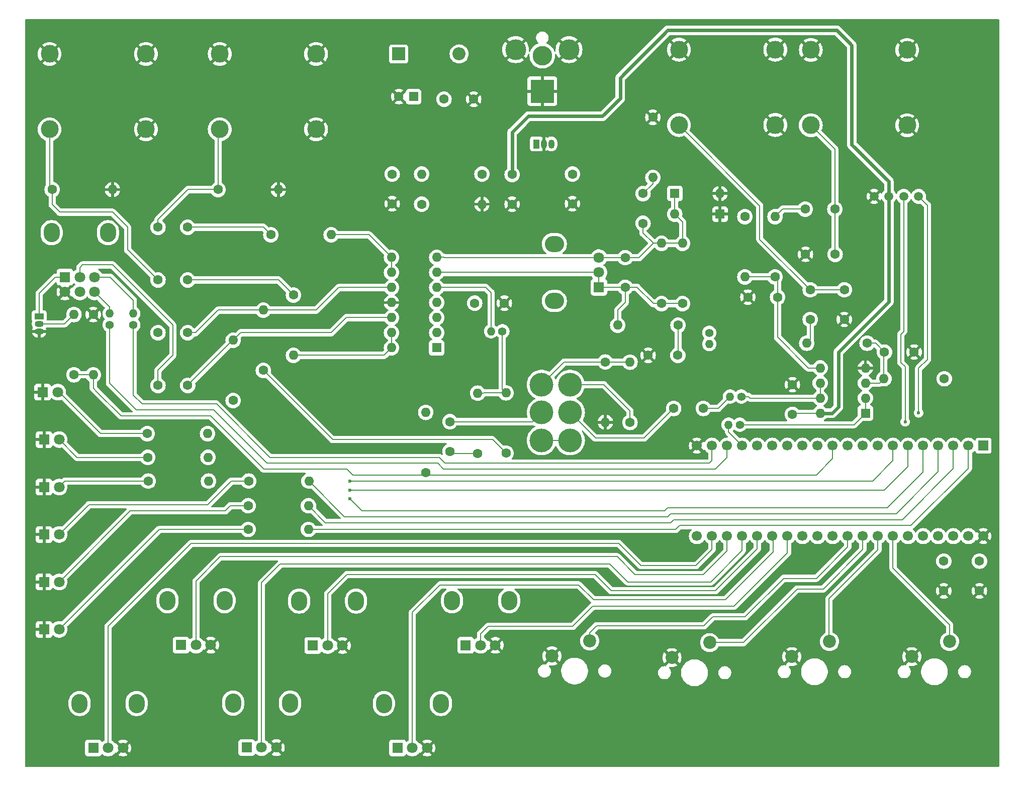
<source format=gtl>
G04 #@! TF.GenerationSoftware,KiCad,Pcbnew,8.0.7*
G04 #@! TF.CreationDate,2025-01-13T21:04:32-08:00*
G04 #@! TF.ProjectId,Ouroboros,4f75726f-626f-4726-9f73-2e6b69636164,rev?*
G04 #@! TF.SameCoordinates,Original*
G04 #@! TF.FileFunction,Copper,L1,Top*
G04 #@! TF.FilePolarity,Positive*
%FSLAX46Y46*%
G04 Gerber Fmt 4.6, Leading zero omitted, Abs format (unit mm)*
G04 Created by KiCad (PCBNEW 8.0.7) date 2025-01-13 21:04:32*
%MOMM*%
%LPD*%
G01*
G04 APERTURE LIST*
G04 #@! TA.AperFunction,ComponentPad*
%ADD10C,2.200000*%
G04 #@! TD*
G04 #@! TA.AperFunction,ComponentPad*
%ADD11C,1.400000*%
G04 #@! TD*
G04 #@! TA.AperFunction,ComponentPad*
%ADD12O,1.400000X1.400000*%
G04 #@! TD*
G04 #@! TA.AperFunction,ComponentPad*
%ADD13R,1.600000X1.600000*%
G04 #@! TD*
G04 #@! TA.AperFunction,ComponentPad*
%ADD14O,1.600000X1.600000*%
G04 #@! TD*
G04 #@! TA.AperFunction,ComponentPad*
%ADD15C,1.600000*%
G04 #@! TD*
G04 #@! TA.AperFunction,ComponentPad*
%ADD16R,1.500000X1.050000*%
G04 #@! TD*
G04 #@! TA.AperFunction,ComponentPad*
%ADD17O,1.500000X1.050000*%
G04 #@! TD*
G04 #@! TA.AperFunction,ComponentPad*
%ADD18C,3.000000*%
G04 #@! TD*
G04 #@! TA.AperFunction,ComponentPad*
%ADD19O,3.240000X2.720000*%
G04 #@! TD*
G04 #@! TA.AperFunction,ComponentPad*
%ADD20R,1.800000X1.800000*%
G04 #@! TD*
G04 #@! TA.AperFunction,ComponentPad*
%ADD21C,1.800000*%
G04 #@! TD*
G04 #@! TA.AperFunction,ComponentPad*
%ADD22C,1.500000*%
G04 #@! TD*
G04 #@! TA.AperFunction,ComponentPad*
%ADD23O,2.720000X3.240000*%
G04 #@! TD*
G04 #@! TA.AperFunction,ComponentPad*
%ADD24R,1.050000X1.500000*%
G04 #@! TD*
G04 #@! TA.AperFunction,ComponentPad*
%ADD25O,1.050000X1.500000*%
G04 #@! TD*
G04 #@! TA.AperFunction,ComponentPad*
%ADD26R,2.200000X2.200000*%
G04 #@! TD*
G04 #@! TA.AperFunction,ComponentPad*
%ADD27O,2.200000X2.200000*%
G04 #@! TD*
G04 #@! TA.AperFunction,ComponentPad*
%ADD28R,4.000000X4.000000*%
G04 #@! TD*
G04 #@! TA.AperFunction,ComponentPad*
%ADD29C,3.300000*%
G04 #@! TD*
G04 #@! TA.AperFunction,ComponentPad*
%ADD30C,3.500000*%
G04 #@! TD*
G04 #@! TA.AperFunction,ComponentPad*
%ADD31C,4.000000*%
G04 #@! TD*
G04 #@! TA.AperFunction,ComponentPad*
%ADD32R,1.700000X1.700000*%
G04 #@! TD*
G04 #@! TA.AperFunction,ComponentPad*
%ADD33C,1.700000*%
G04 #@! TD*
G04 #@! TA.AperFunction,ViaPad*
%ADD34C,0.600000*%
G04 #@! TD*
G04 #@! TA.AperFunction,Conductor*
%ADD35C,0.200000*%
G04 #@! TD*
G04 #@! TA.AperFunction,Conductor*
%ADD36C,0.600000*%
G04 #@! TD*
G04 APERTURE END LIST*
D10*
X381360000Y-225950000D03*
X375010000Y-228490000D03*
D11*
X304500000Y-172655000D03*
D12*
X304500000Y-170755000D03*
D11*
X300500000Y-172655000D03*
D12*
X300500000Y-170755000D03*
D11*
X401500000Y-174000000D03*
D12*
X401500000Y-175900000D03*
D11*
X366650000Y-173750000D03*
D12*
X364750000Y-173750000D03*
D11*
X406650000Y-189500000D03*
D12*
X404750000Y-189500000D03*
X405005000Y-184750000D03*
D11*
X406905000Y-184750000D03*
D13*
X427800000Y-187550000D03*
D14*
X427800000Y-185010000D03*
X427800000Y-182470000D03*
X427800000Y-179930000D03*
X420180000Y-179930000D03*
X420180000Y-182470000D03*
X420180000Y-185010000D03*
X420180000Y-187550000D03*
D15*
X353750000Y-197580000D03*
D14*
X353750000Y-187420000D03*
D15*
X397000000Y-169080000D03*
D14*
X397000000Y-158920000D03*
D15*
X393450000Y-169080000D03*
D14*
X393450000Y-158920000D03*
D15*
X297750000Y-170920000D03*
D14*
X297750000Y-181080000D03*
D15*
X294500000Y-181080000D03*
D14*
X294500000Y-170920000D03*
D15*
X441080000Y-181750000D03*
D14*
X430920000Y-181750000D03*
X417920000Y-175750000D03*
D15*
X428080000Y-175750000D03*
D16*
X288640000Y-171230000D03*
D17*
X288640000Y-172500000D03*
X288640000Y-173770000D03*
D18*
X396385000Y-126275000D03*
X412615000Y-126275000D03*
X396385000Y-138975000D03*
X412615000Y-138975000D03*
D15*
X415500000Y-187750000D03*
X415500000Y-182750000D03*
X431000000Y-177250000D03*
X436000000Y-177250000D03*
X418500000Y-171750000D03*
X418500000Y-166750000D03*
X424250000Y-171750000D03*
X424250000Y-166750000D03*
X367275000Y-194295000D03*
D14*
X367275000Y-184135000D03*
D19*
X375415000Y-168630000D03*
X375415000Y-159030000D03*
D20*
X382915000Y-166330000D03*
D21*
X382915000Y-163830000D03*
X382915000Y-161330000D03*
D15*
X441000000Y-212500000D03*
X441000000Y-217500000D03*
D22*
X431750000Y-151000000D03*
D15*
X396240000Y-172720000D03*
D14*
X386080000Y-172720000D03*
D15*
X422660000Y-153150000D03*
X417660000Y-153150000D03*
X327660000Y-157480000D03*
D14*
X337820000Y-157480000D03*
D23*
X346690000Y-236500000D03*
X356290000Y-236500000D03*
D20*
X348990000Y-244000000D03*
D21*
X351490000Y-244000000D03*
X353990000Y-244000000D03*
D15*
X308650000Y-182880000D03*
X313650000Y-182880000D03*
X318770000Y-149860000D03*
D14*
X328930000Y-149860000D03*
D15*
X388150000Y-189115000D03*
D14*
X388150000Y-178955000D03*
D24*
X372345000Y-142160000D03*
D25*
X373615000Y-142160000D03*
X374885000Y-142160000D03*
D22*
X429250000Y-151000000D03*
D20*
X289460000Y-192000000D03*
D21*
X292000000Y-192000000D03*
D15*
X387350000Y-161330000D03*
X387350000Y-166330000D03*
X400500000Y-186750000D03*
X395500000Y-186750000D03*
D23*
X332420000Y-219225000D03*
X342020000Y-219225000D03*
D20*
X334720000Y-226725000D03*
D21*
X337220000Y-226725000D03*
X339720000Y-226725000D03*
D15*
X323840000Y-203150000D03*
D14*
X334000000Y-203150000D03*
D15*
X331470000Y-167640000D03*
D14*
X331470000Y-177800000D03*
D15*
X306920000Y-195000000D03*
D14*
X317080000Y-195000000D03*
D23*
X295450000Y-236500000D03*
X305050000Y-236500000D03*
D20*
X297750000Y-244000000D03*
D21*
X300250000Y-244000000D03*
X302750000Y-244000000D03*
D22*
X434250000Y-151000000D03*
D10*
X401560000Y-226230000D03*
X395210000Y-228770000D03*
D22*
X436750000Y-151000000D03*
D23*
X290725000Y-157125000D03*
X300225000Y-157125000D03*
D20*
X292975000Y-164625000D03*
D21*
X295475000Y-164625000D03*
X297975000Y-164625000D03*
X292975000Y-167125000D03*
X295475000Y-167125000D03*
X297975000Y-167125000D03*
D13*
X351705000Y-134175000D03*
D15*
X349205000Y-134175000D03*
X323920000Y-199000000D03*
D14*
X334080000Y-199000000D03*
D15*
X348090000Y-147240000D03*
X348090000Y-152240000D03*
D26*
X349205000Y-127000000D03*
D27*
X359365000Y-127000000D03*
D15*
X363220000Y-147240000D03*
D14*
X353060000Y-147240000D03*
D28*
X373380000Y-133275000D03*
D29*
X373380000Y-127275000D03*
D30*
X377880000Y-126275000D03*
X368880000Y-126275000D03*
D15*
X412580000Y-164580000D03*
D14*
X412580000Y-154420000D03*
D15*
X357825000Y-188985000D03*
X357825000Y-193985000D03*
D23*
X310250000Y-219150000D03*
X319850000Y-219150000D03*
D20*
X312550000Y-226650000D03*
D21*
X315050000Y-226650000D03*
X317550000Y-226650000D03*
D15*
X362500000Y-194330000D03*
D14*
X362500000Y-184170000D03*
D15*
X422700000Y-160770000D03*
X417700000Y-160770000D03*
D20*
X289460000Y-200000000D03*
D21*
X292000000Y-200000000D03*
D15*
X321310000Y-185420000D03*
D14*
X321310000Y-175260000D03*
D13*
X355600000Y-176530000D03*
D14*
X355600000Y-173990000D03*
X355600000Y-171450000D03*
X355600000Y-168910000D03*
X355600000Y-166370000D03*
X355600000Y-163830000D03*
X355600000Y-161290000D03*
X347980000Y-161290000D03*
X347980000Y-163830000D03*
X347980000Y-166370000D03*
X347980000Y-168910000D03*
X347980000Y-171450000D03*
X347980000Y-173990000D03*
X347980000Y-176530000D03*
D31*
X378050000Y-192150000D03*
X378050000Y-187450000D03*
X378050000Y-182750000D03*
X373250000Y-192150000D03*
X373250000Y-187450000D03*
X373250000Y-182750000D03*
D15*
X306840000Y-191000000D03*
D14*
X317000000Y-191000000D03*
D18*
X319050000Y-127000000D03*
X335280000Y-127000000D03*
X319050000Y-139700000D03*
X335280000Y-139700000D03*
D15*
X413000000Y-168000000D03*
X408000000Y-168000000D03*
D32*
X447685000Y-193040000D03*
D33*
X445145000Y-193040000D03*
X442605000Y-193040000D03*
X440065000Y-193040000D03*
X437525000Y-193040000D03*
X434985000Y-193040000D03*
X432445000Y-193040000D03*
X429905000Y-193040000D03*
X427365000Y-193040000D03*
X424825000Y-193040000D03*
X422285000Y-193040000D03*
X419745000Y-193040000D03*
X417205000Y-193040000D03*
X414665000Y-193040000D03*
X412125000Y-193040000D03*
X409585000Y-193040000D03*
X407045000Y-193040000D03*
X404505000Y-193040000D03*
X401965000Y-193040000D03*
X399425000Y-193040000D03*
X399425000Y-208280000D03*
X401965000Y-208280000D03*
X404505000Y-208280000D03*
X407045000Y-208280000D03*
X409585000Y-208280000D03*
X412125000Y-208280000D03*
X414665000Y-208280000D03*
X417205000Y-208280000D03*
X419745000Y-208280000D03*
X422285000Y-208280000D03*
X424825000Y-208280000D03*
X427365000Y-208280000D03*
X429905000Y-208280000D03*
X432445000Y-208280000D03*
X434985000Y-208280000D03*
X437525000Y-208280000D03*
X440065000Y-208280000D03*
X442605000Y-208280000D03*
X445145000Y-208280000D03*
X447685000Y-208280000D03*
D15*
X361990000Y-169000000D03*
X366990000Y-169000000D03*
X396200000Y-177800000D03*
X391200000Y-177800000D03*
D10*
X441960000Y-226060000D03*
X435610000Y-228600000D03*
D23*
X358180000Y-219175000D03*
X367780000Y-219175000D03*
D20*
X360480000Y-226675000D03*
D21*
X362980000Y-226675000D03*
X365480000Y-226675000D03*
D13*
X395690000Y-150500000D03*
D14*
X403310000Y-150500000D03*
D18*
X418605000Y-126315000D03*
X434835000Y-126315000D03*
X418605000Y-139015000D03*
X434835000Y-139015000D03*
D23*
X321300000Y-236425000D03*
X330900000Y-236425000D03*
D20*
X323600000Y-243925000D03*
D21*
X326100000Y-243925000D03*
X328600000Y-243925000D03*
D15*
X392000000Y-137670000D03*
D14*
X392000000Y-147830000D03*
D18*
X290385000Y-127000000D03*
X306615000Y-127000000D03*
X290385000Y-139700000D03*
X306615000Y-139700000D03*
D15*
X313650000Y-165100000D03*
X308650000Y-165100000D03*
X356825000Y-134620000D03*
X361825000Y-134620000D03*
X407500000Y-154420000D03*
D14*
X407500000Y-164580000D03*
D13*
X403310000Y-154000000D03*
D14*
X395690000Y-154000000D03*
D15*
X307000000Y-199000000D03*
D14*
X317160000Y-199000000D03*
D15*
X353060000Y-152320000D03*
D14*
X363220000Y-152320000D03*
D15*
X378460000Y-147240000D03*
X378460000Y-152240000D03*
D10*
X421760000Y-226060000D03*
X415410000Y-228600000D03*
D15*
X323840000Y-207150000D03*
D14*
X334000000Y-207150000D03*
D20*
X289225000Y-184000000D03*
D21*
X291765000Y-184000000D03*
D15*
X447000000Y-212500000D03*
X447000000Y-217500000D03*
X313650000Y-156210000D03*
X308650000Y-156210000D03*
X326390000Y-180340000D03*
D14*
X326390000Y-170180000D03*
D20*
X289460000Y-208000000D03*
D21*
X292000000Y-208000000D03*
D20*
X289460000Y-224000000D03*
D21*
X292000000Y-224000000D03*
D15*
X290830000Y-149860000D03*
D14*
X300990000Y-149860000D03*
D15*
X368300000Y-147320000D03*
X368300000Y-152320000D03*
X390340000Y-155540000D03*
X390340000Y-150540000D03*
X308650000Y-173990000D03*
X313650000Y-173990000D03*
D20*
X289460000Y-216000000D03*
D21*
X292000000Y-216000000D03*
D15*
X384000000Y-178920000D03*
D14*
X384000000Y-189080000D03*
D34*
X396400000Y-182600000D03*
X401400000Y-182600000D03*
X398900000Y-180600000D03*
X398900000Y-184600000D03*
X404100000Y-167000000D03*
X400100000Y-167000000D03*
X400100000Y-162000000D03*
X404100000Y-162000000D03*
X410000000Y-180300000D03*
X408000000Y-177800000D03*
X408000000Y-172800000D03*
X406000000Y-180300000D03*
X406000000Y-175300000D03*
X410000000Y-175300000D03*
X335100000Y-152000000D03*
X335100000Y-148000000D03*
X351000000Y-180600000D03*
X351000000Y-184600000D03*
X348500000Y-182600000D03*
X440200000Y-242300000D03*
X437700000Y-244300000D03*
X447200000Y-240300000D03*
X432700000Y-240300000D03*
X442200000Y-240300000D03*
X435200000Y-242300000D03*
X447200000Y-244300000D03*
X442200000Y-244300000D03*
X444700000Y-242300000D03*
X437700000Y-240300000D03*
X432700000Y-244300000D03*
X421700000Y-242300000D03*
X419200000Y-244300000D03*
X428700000Y-240300000D03*
X414200000Y-240300000D03*
X423700000Y-240300000D03*
X416700000Y-242300000D03*
X428700000Y-244300000D03*
X431200000Y-242300000D03*
X423700000Y-244300000D03*
X426200000Y-242300000D03*
X419200000Y-240300000D03*
X414200000Y-244300000D03*
X400500000Y-242100000D03*
X398000000Y-244100000D03*
X407500000Y-240100000D03*
X393000000Y-240100000D03*
X402500000Y-240100000D03*
X395500000Y-242100000D03*
X407500000Y-244100000D03*
X410000000Y-242100000D03*
X402500000Y-244100000D03*
X405000000Y-242100000D03*
X398000000Y-240100000D03*
X393000000Y-244100000D03*
X290700000Y-236300000D03*
X288700000Y-233800000D03*
X292700000Y-243300000D03*
X292700000Y-228800000D03*
X292700000Y-238300000D03*
X290700000Y-231300000D03*
X288700000Y-243300000D03*
X290700000Y-245800000D03*
X288700000Y-238300000D03*
X290700000Y-240800000D03*
X292700000Y-233800000D03*
X288700000Y-228800000D03*
X342900000Y-237800000D03*
X340900000Y-235300000D03*
X344900000Y-244800000D03*
X344900000Y-230300000D03*
X344900000Y-239800000D03*
X340900000Y-244800000D03*
X340900000Y-239800000D03*
X342900000Y-242300000D03*
X344900000Y-235300000D03*
X313800000Y-236800000D03*
X311800000Y-234300000D03*
X315800000Y-243800000D03*
X315800000Y-238800000D03*
X311800000Y-243800000D03*
X311800000Y-238800000D03*
X313800000Y-241300000D03*
X315800000Y-234300000D03*
X342500000Y-134100000D03*
X340500000Y-131600000D03*
X344500000Y-141100000D03*
X344500000Y-126600000D03*
X344500000Y-136100000D03*
X342500000Y-129100000D03*
X340500000Y-141100000D03*
X342500000Y-143600000D03*
X340500000Y-136100000D03*
X342500000Y-138600000D03*
X344500000Y-131600000D03*
X340500000Y-126600000D03*
X404900000Y-133800000D03*
X402900000Y-131300000D03*
X406900000Y-140800000D03*
X406900000Y-126300000D03*
X406900000Y-135800000D03*
X404900000Y-128800000D03*
X402900000Y-140800000D03*
X402900000Y-135800000D03*
X404900000Y-138300000D03*
X406900000Y-131300000D03*
X402900000Y-126300000D03*
X446000000Y-176200000D03*
X444000000Y-173700000D03*
X448000000Y-183200000D03*
X448000000Y-168700000D03*
X448000000Y-178200000D03*
X446000000Y-171200000D03*
X444000000Y-183200000D03*
X446000000Y-185700000D03*
X444000000Y-178200000D03*
X446000000Y-180700000D03*
X448000000Y-173700000D03*
X444000000Y-168700000D03*
X444400000Y-155900000D03*
X446400000Y-162900000D03*
X446400000Y-148400000D03*
X446400000Y-157900000D03*
X444400000Y-150900000D03*
X444400000Y-165400000D03*
X444400000Y-160400000D03*
X446400000Y-153400000D03*
X443200000Y-131000000D03*
X441200000Y-128500000D03*
X445200000Y-138000000D03*
X445200000Y-123500000D03*
X445200000Y-133000000D03*
X443200000Y-126000000D03*
X441200000Y-138000000D03*
X443200000Y-140500000D03*
X441200000Y-133000000D03*
X443200000Y-135500000D03*
X445200000Y-128500000D03*
X441200000Y-123500000D03*
X436750000Y-187500000D03*
X434500000Y-189000000D03*
X300000000Y-138000000D03*
X329000000Y-128500000D03*
X325000000Y-133500000D03*
X296000000Y-128500000D03*
X329000000Y-133500000D03*
X384500000Y-240000000D03*
X374000000Y-237000000D03*
X296000000Y-133500000D03*
X296000000Y-138000000D03*
X327000000Y-136000000D03*
X300000000Y-133500000D03*
X298000000Y-136000000D03*
X382500000Y-237500000D03*
X384500000Y-245000000D03*
X382500000Y-242500000D03*
X372000000Y-239500000D03*
X329000000Y-138000000D03*
X325000000Y-138000000D03*
X386500000Y-237500000D03*
X298000000Y-131000000D03*
X327000000Y-131000000D03*
X370000000Y-232000000D03*
X386500000Y-242500000D03*
X370000000Y-241500000D03*
X372000000Y-234500000D03*
X300000000Y-128500000D03*
X374000000Y-241500000D03*
X370000000Y-237000000D03*
X325000000Y-128500000D03*
X341000000Y-200500000D03*
X341000000Y-202000000D03*
X341000000Y-199000000D03*
D35*
X378500000Y-223500000D02*
X364240000Y-223500000D01*
X427365000Y-208280000D02*
X427365000Y-210535000D01*
X427365000Y-210535000D02*
X420700000Y-217200000D01*
X420700000Y-217200000D02*
X416300000Y-217200000D01*
X407270000Y-226230000D02*
X401560000Y-226230000D01*
X416300000Y-217200000D02*
X407270000Y-226230000D01*
X381360000Y-225950000D02*
X381360000Y-224550000D01*
X381360000Y-224550000D02*
X382510000Y-223400000D01*
X382510000Y-223400000D02*
X400600000Y-223400000D01*
X400600000Y-223400000D02*
X402100000Y-221900000D01*
X402100000Y-221900000D02*
X407500000Y-221900000D01*
X424825000Y-210075000D02*
X424825000Y-208280000D01*
X407500000Y-221900000D02*
X414000000Y-215400000D01*
X414000000Y-215400000D02*
X419500000Y-215400000D01*
X419500000Y-215400000D02*
X424825000Y-210075000D01*
X362980000Y-226675000D02*
X362980000Y-224760000D01*
X362980000Y-224760000D02*
X364240000Y-223500000D01*
X351490000Y-244000000D02*
X351490000Y-221140000D01*
X351490000Y-221140000D02*
X356130000Y-216500000D01*
X356130000Y-216500000D02*
X379500000Y-216500000D01*
X412250000Y-210975000D02*
X412250000Y-208405000D01*
X379500000Y-216500000D02*
X382000000Y-219000000D01*
X382000000Y-219000000D02*
X404225000Y-219000000D01*
X404225000Y-219000000D02*
X412250000Y-210975000D01*
X412250000Y-208405000D02*
X412125000Y-208280000D01*
X337220000Y-226725000D02*
X337220000Y-217990000D01*
X385000000Y-217500000D02*
X402500000Y-217500000D01*
X337220000Y-217990000D02*
X340460000Y-214750000D01*
X340460000Y-214750000D02*
X382250000Y-214750000D01*
X409585000Y-210415000D02*
X409585000Y-208280000D01*
X382250000Y-214750000D02*
X385000000Y-217500000D01*
X402500000Y-217500000D02*
X409585000Y-210415000D01*
X326100000Y-243925000D02*
X326100000Y-216140000D01*
X384750000Y-213000000D02*
X387750000Y-216000000D01*
X326100000Y-216140000D02*
X329240000Y-213000000D01*
X329240000Y-213000000D02*
X384750000Y-213000000D01*
X407045000Y-210705000D02*
X407045000Y-208280000D01*
X387750000Y-216000000D02*
X401750000Y-216000000D01*
X401750000Y-216000000D02*
X407045000Y-210705000D01*
X315050000Y-226650000D02*
X315050000Y-215850000D01*
X319150000Y-211750000D02*
X386000000Y-211750000D01*
X315050000Y-215850000D02*
X319150000Y-211750000D01*
X386000000Y-211750000D02*
X389000000Y-214750000D01*
X389000000Y-214750000D02*
X400500000Y-214750000D01*
X400500000Y-214750000D02*
X404505000Y-210745000D01*
X404505000Y-210745000D02*
X404505000Y-208280000D01*
X378500000Y-223500000D02*
X381900000Y-220100000D01*
X381900000Y-220100000D02*
X405650000Y-220100000D01*
X414665000Y-211085000D02*
X414665000Y-208280000D01*
X405650000Y-220100000D02*
X414665000Y-211085000D01*
X400500000Y-186750000D02*
X403005000Y-186750000D01*
X403005000Y-186750000D02*
X405005000Y-184750000D01*
X420180000Y-185010000D02*
X408395000Y-185010000D01*
X408395000Y-185010000D02*
X408135000Y-184750000D01*
X408135000Y-184750000D02*
X406905000Y-184750000D01*
X436750000Y-187500000D02*
X436750000Y-180000000D01*
X436750000Y-180000000D02*
X438250000Y-178500000D01*
X438250000Y-178500000D02*
X438250000Y-152500000D01*
X438250000Y-152500000D02*
X436750000Y-151000000D01*
X433750000Y-174250000D02*
X434250000Y-173750000D01*
X433750000Y-179000000D02*
X433750000Y-174250000D01*
X434500000Y-189000000D02*
X434500000Y-179750000D01*
X434500000Y-179750000D02*
X433750000Y-179000000D01*
X434250000Y-173750000D02*
X434250000Y-151000000D01*
X422660000Y-153150000D02*
X422660000Y-143070000D01*
X422660000Y-143070000D02*
X418605000Y-139015000D01*
D36*
X431750000Y-151000000D02*
X431750000Y-168750000D01*
X431750000Y-168750000D02*
X423250000Y-177250000D01*
X423250000Y-177250000D02*
X423250000Y-186500000D01*
X423250000Y-186500000D02*
X422200000Y-187550000D01*
X422200000Y-187550000D02*
X420180000Y-187550000D01*
D35*
X420180000Y-185010000D02*
X420180000Y-182470000D01*
X406650000Y-189500000D02*
X425850000Y-189500000D01*
X425850000Y-189500000D02*
X427800000Y-187550000D01*
X418500000Y-166750000D02*
X410000000Y-158250000D01*
X410000000Y-152590000D02*
X396385000Y-138975000D01*
X410000000Y-158250000D02*
X410000000Y-152590000D01*
X431000000Y-177250000D02*
X429500000Y-175750000D01*
X429500000Y-175750000D02*
X428080000Y-175750000D01*
X430920000Y-181750000D02*
X430920000Y-177330000D01*
X430920000Y-177330000D02*
X431000000Y-177250000D01*
X427800000Y-182470000D02*
X430200000Y-182470000D01*
X430200000Y-182470000D02*
X430920000Y-181750000D01*
X427800000Y-187550000D02*
X427800000Y-185010000D01*
X405005000Y-191000000D02*
X405000000Y-191000000D01*
X407045000Y-193040000D02*
X405005000Y-191000000D01*
X405000000Y-191000000D02*
X404750000Y-190750000D01*
X404750000Y-190750000D02*
X404750000Y-189500000D01*
X415500000Y-187750000D02*
X415750000Y-187750000D01*
X415950000Y-187550000D02*
X420180000Y-187550000D01*
X415750000Y-187750000D02*
X415950000Y-187550000D01*
X413000000Y-168000000D02*
X413000000Y-165000000D01*
X413000000Y-165000000D02*
X412580000Y-164580000D01*
X420180000Y-179930000D02*
X418180000Y-179930000D01*
X418180000Y-179930000D02*
X413000000Y-174750000D01*
X413000000Y-174750000D02*
X413000000Y-168000000D01*
X418500000Y-171750000D02*
X418500000Y-175170000D01*
X418500000Y-175170000D02*
X417920000Y-175750000D01*
X418500000Y-166750000D02*
X424250000Y-166750000D01*
X366650000Y-173750000D02*
X366650000Y-183510000D01*
X366650000Y-183510000D02*
X367275000Y-184135000D01*
X355600000Y-166370000D02*
X363870000Y-166370000D01*
X363870000Y-166370000D02*
X364750000Y-167250000D01*
X364750000Y-167250000D02*
X364750000Y-173750000D01*
X378050000Y-187450000D02*
X382350000Y-191750000D01*
X382350000Y-191750000D02*
X390500000Y-191750000D01*
X390500000Y-191750000D02*
X395500000Y-186750000D01*
D36*
X425500000Y-125500000D02*
X425500000Y-142250000D01*
X425500000Y-142250000D02*
X431750000Y-148500000D01*
X431750000Y-148500000D02*
X431750000Y-151000000D01*
D35*
X378050000Y-182750000D02*
X383750000Y-182750000D01*
X383750000Y-182750000D02*
X388150000Y-187150000D01*
X388150000Y-187150000D02*
X388150000Y-189115000D01*
X384000000Y-178920000D02*
X388115000Y-178920000D01*
X388115000Y-178920000D02*
X388150000Y-178955000D01*
X373250000Y-182750000D02*
X377080000Y-178920000D01*
X377080000Y-178920000D02*
X384000000Y-178920000D01*
X390340000Y-150540000D02*
X392000000Y-148880000D01*
X392000000Y-148880000D02*
X392000000Y-147830000D01*
X367275000Y-194295000D02*
X364980000Y-192000000D01*
X364980000Y-192000000D02*
X338050000Y-192000000D01*
X338050000Y-192000000D02*
X326390000Y-180340000D01*
X304500000Y-172655000D02*
X304500000Y-184500000D01*
X304500000Y-184500000D02*
X306000000Y-186000000D01*
X306000000Y-186000000D02*
X318500000Y-186000000D01*
X318500000Y-186000000D02*
X327500000Y-195000000D01*
X327500000Y-195000000D02*
X356000000Y-195000000D01*
X356000000Y-195000000D02*
X357000000Y-196000000D01*
X357000000Y-196000000D02*
X401500000Y-196000000D01*
X401500000Y-196000000D02*
X401965000Y-195535000D01*
X401965000Y-195535000D02*
X401965000Y-193040000D01*
X300500000Y-172655000D02*
X300500000Y-182500000D01*
X355750000Y-196000000D02*
X356750000Y-197000000D01*
X300500000Y-182500000D02*
X305000000Y-187000000D01*
X305000000Y-187000000D02*
X318000000Y-187000000D01*
X318000000Y-187000000D02*
X327000000Y-196000000D01*
X327000000Y-196000000D02*
X355750000Y-196000000D01*
X356750000Y-197000000D02*
X402500000Y-197000000D01*
X402500000Y-197000000D02*
X404505000Y-194995000D01*
X404505000Y-194995000D02*
X404505000Y-193040000D01*
X357825000Y-188985000D02*
X371715000Y-188985000D01*
X371715000Y-188985000D02*
X373250000Y-187450000D01*
X373250000Y-192150000D02*
X378050000Y-192150000D01*
X352250000Y-198000000D02*
X419500000Y-198000000D01*
X341500000Y-198000000D02*
X352250000Y-198000000D01*
X352250000Y-198000000D02*
X353330000Y-198000000D01*
X353330000Y-198000000D02*
X353750000Y-197580000D01*
X297975000Y-164625000D02*
X300625000Y-164625000D01*
X300625000Y-164625000D02*
X304500000Y-168500000D01*
X304500000Y-168500000D02*
X304500000Y-170755000D01*
X297975000Y-167125000D02*
X300500000Y-169650000D01*
X300500000Y-169650000D02*
X300500000Y-170755000D01*
X298335000Y-183915000D02*
X302420000Y-188000000D01*
X298335000Y-183915000D02*
X297750000Y-183330000D01*
X297750000Y-183330000D02*
X297750000Y-181080000D01*
X294500000Y-181080000D02*
X297750000Y-181080000D01*
X294500000Y-170920000D02*
X292920000Y-172500000D01*
X292920000Y-172500000D02*
X288640000Y-172500000D01*
X387350000Y-166330000D02*
X389330000Y-166330000D01*
X389330000Y-166330000D02*
X392080000Y-169080000D01*
X392080000Y-169080000D02*
X393450000Y-169080000D01*
X397000000Y-169080000D02*
X393450000Y-169080000D01*
X395690000Y-154000000D02*
X395690000Y-150500000D01*
X397000000Y-158920000D02*
X397000000Y-155310000D01*
X397000000Y-155310000D02*
X395690000Y-154000000D01*
X393450000Y-158920000D02*
X397000000Y-158920000D01*
X392090000Y-158920000D02*
X390340000Y-157170000D01*
X390340000Y-157170000D02*
X390340000Y-155540000D01*
X393450000Y-158920000D02*
X392090000Y-158920000D01*
X392090000Y-158920000D02*
X389680000Y-161330000D01*
X389680000Y-161330000D02*
X387350000Y-161330000D01*
X302420000Y-188000000D02*
X317500000Y-188000000D01*
X317500000Y-188000000D02*
X326500000Y-197000000D01*
X326500000Y-197000000D02*
X340500000Y-197000000D01*
X340500000Y-197000000D02*
X341500000Y-198000000D01*
X419500000Y-198000000D02*
X422285000Y-195215000D01*
X422285000Y-195215000D02*
X422285000Y-193040000D01*
X367275000Y-184135000D02*
X367275000Y-184035000D01*
X367275000Y-184035000D02*
X367420000Y-183890000D01*
X288640000Y-171230000D02*
X288640000Y-167360000D01*
X288640000Y-167360000D02*
X291375000Y-164625000D01*
X291375000Y-164625000D02*
X292975000Y-164625000D01*
X431000000Y-200500000D02*
X434985000Y-196515000D01*
X341000000Y-200500000D02*
X431000000Y-200500000D01*
X434985000Y-196515000D02*
X434985000Y-193040000D01*
X314250000Y-209500000D02*
X386250000Y-209500000D01*
X386250000Y-209500000D02*
X390000000Y-213250000D01*
X399250000Y-213250000D02*
X401965000Y-210535000D01*
X300250000Y-244000000D02*
X300250000Y-223500000D01*
X390000000Y-213250000D02*
X399250000Y-213250000D01*
X300250000Y-223500000D02*
X314250000Y-209500000D01*
X401965000Y-210535000D02*
X401965000Y-208280000D01*
X421640000Y-218860000D02*
X429905000Y-210595000D01*
X421640000Y-226060000D02*
X421640000Y-218860000D01*
X429905000Y-210595000D02*
X429905000Y-208280000D01*
X433000000Y-204500000D02*
X440065000Y-197435000D01*
X334080000Y-199000000D02*
X340080000Y-205000000D01*
X395000000Y-204500000D02*
X433000000Y-204500000D01*
X440065000Y-197435000D02*
X440065000Y-193040000D01*
X394500000Y-205000000D02*
X395000000Y-204500000D01*
X340080000Y-205000000D02*
X394500000Y-205000000D01*
X441960000Y-226060000D02*
X441960000Y-223210000D01*
X432445000Y-213695000D02*
X432445000Y-208280000D01*
X441960000Y-223210000D02*
X432445000Y-213695000D01*
X334000000Y-203150000D02*
X336850000Y-206000000D01*
X395500000Y-205500000D02*
X434000000Y-205500000D01*
X395000000Y-206000000D02*
X395500000Y-205500000D01*
X434000000Y-205500000D02*
X442605000Y-196895000D01*
X336850000Y-206000000D02*
X395000000Y-206000000D01*
X442605000Y-196895000D02*
X442605000Y-193040000D01*
X435500000Y-206500000D02*
X445145000Y-196855000D01*
X445145000Y-196855000D02*
X445145000Y-193040000D01*
X395850000Y-207150000D02*
X396500000Y-206500000D01*
X334000000Y-207150000D02*
X395850000Y-207150000D01*
X396500000Y-206500000D02*
X435500000Y-206500000D01*
X341000000Y-202000000D02*
X343000000Y-204000000D01*
X394500000Y-203500000D02*
X431500000Y-203500000D01*
X343000000Y-204000000D02*
X394000000Y-204000000D01*
X437525000Y-197475000D02*
X437525000Y-193040000D01*
X431500000Y-203500000D02*
X437525000Y-197475000D01*
X394000000Y-204000000D02*
X394500000Y-203500000D01*
X341000000Y-199000000D02*
X429000000Y-199000000D01*
X429000000Y-199000000D02*
X432445000Y-195555000D01*
X432445000Y-195555000D02*
X432445000Y-193040000D01*
X422700000Y-160770000D02*
X422700000Y-153190000D01*
X422700000Y-153190000D02*
X422660000Y-153150000D01*
X417660000Y-153150000D02*
X413850000Y-153150000D01*
X413850000Y-153150000D02*
X412580000Y-154420000D01*
X412580000Y-164580000D02*
X407500000Y-164580000D01*
D36*
X368300000Y-140200000D02*
X371000000Y-137500000D01*
X386500000Y-131000000D02*
X394500000Y-123000000D01*
X386500000Y-134500000D02*
X386500000Y-131000000D01*
X394500000Y-123000000D02*
X423000000Y-123000000D01*
X368300000Y-147320000D02*
X368300000Y-140200000D01*
X423000000Y-123000000D02*
X425500000Y-125500000D01*
X383500000Y-137500000D02*
X386500000Y-134500000D01*
X371000000Y-137500000D02*
X383500000Y-137500000D01*
D35*
X358170000Y-194330000D02*
X357825000Y-193985000D01*
X362500000Y-194330000D02*
X358170000Y-194330000D01*
X396240000Y-172720000D02*
X396240000Y-177760000D01*
X396240000Y-177760000D02*
X396200000Y-177800000D01*
X387350000Y-161330000D02*
X382915000Y-161330000D01*
X356870000Y-161290000D02*
X356910000Y-161330000D01*
X356910000Y-161330000D02*
X382915000Y-161330000D01*
X355600000Y-161290000D02*
X356870000Y-161290000D01*
X387350000Y-166330000D02*
X387350000Y-168910000D01*
X386080000Y-170180000D02*
X386080000Y-172720000D01*
X355600000Y-163830000D02*
X382915000Y-163830000D01*
X382915000Y-166330000D02*
X382915000Y-163830000D01*
X387350000Y-168910000D02*
X386080000Y-170180000D01*
X387350000Y-166330000D02*
X382915000Y-166330000D01*
X318770000Y-170180000D02*
X326390000Y-170180000D01*
X335280000Y-170180000D02*
X339090000Y-166370000D01*
X313650000Y-173990000D02*
X314960000Y-173990000D01*
X314960000Y-173990000D02*
X318770000Y-170180000D01*
X339090000Y-166370000D02*
X347980000Y-166370000D01*
X326390000Y-170180000D02*
X335280000Y-170180000D01*
X295475000Y-164625000D02*
X295475000Y-162995000D01*
X300990000Y-162560000D02*
X311150000Y-172720000D01*
X295475000Y-162995000D02*
X295910000Y-162560000D01*
X311150000Y-177800000D02*
X308650000Y-180300000D01*
X295910000Y-162560000D02*
X300990000Y-162560000D01*
X308650000Y-180300000D02*
X308650000Y-182880000D01*
X311150000Y-172720000D02*
X311150000Y-177800000D01*
X363430000Y-184170000D02*
X363465000Y-184135000D01*
X362500000Y-184170000D02*
X363430000Y-184170000D01*
X363465000Y-184135000D02*
X367275000Y-184135000D01*
X322580000Y-173990000D02*
X337820000Y-173990000D01*
X321310000Y-175260000D02*
X322580000Y-173990000D01*
X337820000Y-173990000D02*
X340360000Y-171450000D01*
X340360000Y-171450000D02*
X347980000Y-171450000D01*
X313650000Y-182880000D02*
X321270000Y-175260000D01*
X321270000Y-175260000D02*
X321310000Y-175260000D01*
X303530000Y-156210000D02*
X303530000Y-160020000D01*
X290385000Y-139700000D02*
X290385000Y-149415000D01*
X290830000Y-149860000D02*
X290830000Y-152400000D01*
X290385000Y-149415000D02*
X290830000Y-149860000D01*
X290830000Y-152400000D02*
X292100000Y-153670000D01*
X300990000Y-153670000D02*
X303530000Y-156210000D01*
X292100000Y-153670000D02*
X300990000Y-153670000D01*
X303530000Y-160020000D02*
X303570000Y-160020000D01*
X303570000Y-160020000D02*
X308650000Y-165100000D01*
X313650000Y-165100000D02*
X328930000Y-165100000D01*
X328930000Y-165100000D02*
X331470000Y-167640000D01*
X313650000Y-156210000D02*
X326390000Y-156210000D01*
X326390000Y-156210000D02*
X327660000Y-157480000D01*
X313690000Y-149860000D02*
X318770000Y-149860000D01*
X308650000Y-156210000D02*
X308650000Y-154900000D01*
X318770000Y-139980000D02*
X319050000Y-139700000D01*
X318770000Y-149860000D02*
X318770000Y-139980000D01*
X308650000Y-154900000D02*
X313690000Y-149860000D01*
X344170000Y-157480000D02*
X347980000Y-161290000D01*
X337820000Y-157480000D02*
X344170000Y-157480000D01*
X347980000Y-161290000D02*
X347980000Y-163830000D01*
X331470000Y-177800000D02*
X346710000Y-177800000D01*
X347980000Y-176530000D02*
X347980000Y-173990000D01*
X346710000Y-177800000D02*
X347980000Y-176530000D01*
X321000000Y-199000000D02*
X323920000Y-199000000D01*
X317000000Y-203000000D02*
X321000000Y-199000000D01*
X292000000Y-208000000D02*
X297000000Y-203000000D01*
X297000000Y-203000000D02*
X317000000Y-203000000D01*
X307000000Y-199000000D02*
X293000000Y-199000000D01*
X293000000Y-199000000D02*
X292000000Y-200000000D01*
X306920000Y-191000000D02*
X299000000Y-191000000D01*
X299000000Y-191000000D02*
X292000000Y-184000000D01*
X295000000Y-195000000D02*
X306920000Y-195000000D01*
X292000000Y-192000000D02*
X295000000Y-195000000D01*
X320000000Y-204000000D02*
X304000000Y-204000000D01*
X323840000Y-203150000D02*
X320850000Y-203150000D01*
X320850000Y-203150000D02*
X320000000Y-204000000D01*
X304000000Y-204000000D02*
X292000000Y-216000000D01*
X292000000Y-224000000D02*
X308850000Y-207150000D01*
X308850000Y-207150000D02*
X323840000Y-207150000D01*
G04 #@! TA.AperFunction,Conductor*
G36*
X294512699Y-165652775D02*
G01*
X294529436Y-165663755D01*
X294675122Y-165777147D01*
X294715935Y-165833857D01*
X294719610Y-165903630D01*
X294684978Y-165964313D01*
X294675122Y-165972853D01*
X294523222Y-166091081D01*
X294523219Y-166091084D01*
X294523216Y-166091086D01*
X294523216Y-166091087D01*
X294366021Y-166261847D01*
X294366019Y-166261849D01*
X294366017Y-166261852D01*
X294328509Y-166319262D01*
X294275362Y-166364618D01*
X294206131Y-166374041D01*
X294142795Y-166344538D01*
X294128084Y-166327561D01*
X294126186Y-166327364D01*
X293457962Y-166995589D01*
X293440925Y-166932007D01*
X293375099Y-166817993D01*
X293282007Y-166724901D01*
X293167993Y-166659075D01*
X293104408Y-166642037D01*
X293684628Y-166061818D01*
X293745951Y-166028333D01*
X293772308Y-166025499D01*
X293922872Y-166025499D01*
X293982483Y-166019091D01*
X294117331Y-165968796D01*
X294232546Y-165882546D01*
X294318796Y-165767331D01*
X294337092Y-165718274D01*
X294378961Y-165662342D01*
X294444425Y-165637924D01*
X294512699Y-165652775D01*
G37*
G04 #@! TD.AperFunction*
G04 #@! TA.AperFunction,Conductor*
G36*
X450292539Y-121170185D02*
G01*
X450338294Y-121222989D01*
X450349500Y-121274500D01*
X450349500Y-247025500D01*
X450329815Y-247092539D01*
X450277011Y-247138294D01*
X450225500Y-247149500D01*
X286374500Y-247149500D01*
X286307461Y-247129815D01*
X286261706Y-247077011D01*
X286250500Y-247025500D01*
X286250500Y-236118048D01*
X293589500Y-236118048D01*
X293589500Y-236881951D01*
X293611459Y-237048735D01*
X293621334Y-237123744D01*
X293684456Y-237359320D01*
X293684459Y-237359330D01*
X293777786Y-237584640D01*
X293777791Y-237584651D01*
X293899727Y-237795848D01*
X293899738Y-237795864D01*
X294048199Y-237989343D01*
X294048205Y-237989350D01*
X294220649Y-238161794D01*
X294220655Y-238161799D01*
X294414144Y-238310268D01*
X294414151Y-238310272D01*
X294625348Y-238432208D01*
X294625353Y-238432210D01*
X294625356Y-238432212D01*
X294850679Y-238525544D01*
X295086256Y-238588666D01*
X295328056Y-238620500D01*
X295328063Y-238620500D01*
X295571937Y-238620500D01*
X295571944Y-238620500D01*
X295813744Y-238588666D01*
X296049321Y-238525544D01*
X296274644Y-238432212D01*
X296485856Y-238310268D01*
X296679345Y-238161799D01*
X296851799Y-237989345D01*
X297000268Y-237795856D01*
X297122212Y-237584644D01*
X297215544Y-237359321D01*
X297278666Y-237123744D01*
X297310500Y-236881944D01*
X297310500Y-236118056D01*
X297278666Y-235876256D01*
X297215544Y-235640679D01*
X297122212Y-235415356D01*
X297122210Y-235415353D01*
X297122208Y-235415348D01*
X297000272Y-235204151D01*
X297000268Y-235204144D01*
X296851799Y-235010655D01*
X296851794Y-235010649D01*
X296679350Y-234838205D01*
X296679343Y-234838199D01*
X296485864Y-234689738D01*
X296485862Y-234689736D01*
X296485856Y-234689732D01*
X296485851Y-234689729D01*
X296485848Y-234689727D01*
X296274651Y-234567791D01*
X296274640Y-234567786D01*
X296049330Y-234474459D01*
X296049323Y-234474457D01*
X296049321Y-234474456D01*
X295813744Y-234411334D01*
X295773333Y-234406013D01*
X295571951Y-234379500D01*
X295571944Y-234379500D01*
X295328056Y-234379500D01*
X295328048Y-234379500D01*
X295097896Y-234409801D01*
X295086256Y-234411334D01*
X294850679Y-234474456D01*
X294850669Y-234474459D01*
X294625359Y-234567786D01*
X294625348Y-234567791D01*
X294414151Y-234689727D01*
X294414135Y-234689738D01*
X294220656Y-234838199D01*
X294220649Y-234838205D01*
X294048205Y-235010649D01*
X294048199Y-235010656D01*
X293899738Y-235204135D01*
X293899727Y-235204151D01*
X293777791Y-235415348D01*
X293777786Y-235415359D01*
X293684459Y-235640669D01*
X293684456Y-235640679D01*
X293621335Y-235876253D01*
X293621333Y-235876264D01*
X293589500Y-236118048D01*
X286250500Y-236118048D01*
X286250500Y-223052155D01*
X288060000Y-223052155D01*
X288060000Y-223750000D01*
X289084722Y-223750000D01*
X289040667Y-223826306D01*
X289010000Y-223940756D01*
X289010000Y-224059244D01*
X289040667Y-224173694D01*
X289084722Y-224250000D01*
X288060000Y-224250000D01*
X288060000Y-224947844D01*
X288066401Y-225007372D01*
X288066403Y-225007379D01*
X288116645Y-225142086D01*
X288116649Y-225142093D01*
X288202809Y-225257187D01*
X288202812Y-225257190D01*
X288317906Y-225343350D01*
X288317913Y-225343354D01*
X288452620Y-225393596D01*
X288452627Y-225393598D01*
X288512155Y-225399999D01*
X288512172Y-225400000D01*
X289210000Y-225400000D01*
X289210000Y-224375277D01*
X289286306Y-224419333D01*
X289400756Y-224450000D01*
X289519244Y-224450000D01*
X289633694Y-224419333D01*
X289710000Y-224375277D01*
X289710000Y-225400000D01*
X290407828Y-225400000D01*
X290407844Y-225399999D01*
X290467372Y-225393598D01*
X290467379Y-225393596D01*
X290602086Y-225343354D01*
X290602093Y-225343350D01*
X290717187Y-225257190D01*
X290717190Y-225257187D01*
X290803350Y-225142093D01*
X290803355Y-225142084D01*
X290832075Y-225065081D01*
X290873945Y-225009147D01*
X290939409Y-224984729D01*
X291007682Y-224999580D01*
X291039484Y-225024428D01*
X291048216Y-225033913D01*
X291048219Y-225033915D01*
X291048222Y-225033918D01*
X291231365Y-225176464D01*
X291231371Y-225176468D01*
X291231374Y-225176470D01*
X291366323Y-225249501D01*
X291434397Y-225286341D01*
X291435497Y-225286936D01*
X291544917Y-225324500D01*
X291655015Y-225362297D01*
X291655017Y-225362297D01*
X291655019Y-225362298D01*
X291883951Y-225400500D01*
X291883952Y-225400500D01*
X292116048Y-225400500D01*
X292116049Y-225400500D01*
X292344981Y-225362298D01*
X292564503Y-225286936D01*
X292768626Y-225176470D01*
X292951784Y-225033913D01*
X293108979Y-224863153D01*
X293235924Y-224668849D01*
X293329157Y-224456300D01*
X293386134Y-224231305D01*
X293390908Y-224173694D01*
X293405300Y-224000006D01*
X293405300Y-223999993D01*
X293386135Y-223768702D01*
X293386131Y-223768682D01*
X293341680Y-223593151D01*
X293344304Y-223523331D01*
X293374202Y-223475031D01*
X309062417Y-207786819D01*
X309123740Y-207753334D01*
X309150098Y-207750500D01*
X322608308Y-207750500D01*
X322675347Y-207770185D01*
X322709880Y-207803374D01*
X322735449Y-207839890D01*
X322839954Y-207989141D01*
X323000858Y-208150045D01*
X323000861Y-208150047D01*
X323187266Y-208280568D01*
X323393504Y-208376739D01*
X323613308Y-208435635D01*
X323775230Y-208449801D01*
X323839998Y-208455468D01*
X323840000Y-208455468D01*
X323840002Y-208455468D01*
X323902499Y-208450000D01*
X324066692Y-208435635D01*
X324286496Y-208376739D01*
X324492734Y-208280568D01*
X324679139Y-208150047D01*
X324840047Y-207989139D01*
X324970568Y-207802734D01*
X325066739Y-207596496D01*
X325125635Y-207376692D01*
X325145468Y-207150000D01*
X325144317Y-207136847D01*
X325132785Y-207005037D01*
X325125635Y-206923308D01*
X325080916Y-206756415D01*
X325066741Y-206703511D01*
X325066738Y-206703502D01*
X325050871Y-206669475D01*
X324970568Y-206497266D01*
X324840047Y-206310861D01*
X324840045Y-206310858D01*
X324679141Y-206149954D01*
X324492734Y-206019432D01*
X324492732Y-206019431D01*
X324286497Y-205923261D01*
X324286488Y-205923258D01*
X324066697Y-205864366D01*
X324066693Y-205864365D01*
X324066692Y-205864365D01*
X324066691Y-205864364D01*
X324066686Y-205864364D01*
X323840002Y-205844532D01*
X323839998Y-205844532D01*
X323613313Y-205864364D01*
X323613302Y-205864366D01*
X323393511Y-205923258D01*
X323393502Y-205923261D01*
X323187267Y-206019431D01*
X323187265Y-206019432D01*
X323000858Y-206149954D01*
X322839954Y-206310858D01*
X322763450Y-206420118D01*
X322709881Y-206496624D01*
X322655307Y-206540248D01*
X322608308Y-206549500D01*
X308936670Y-206549500D01*
X308936654Y-206549499D01*
X308929058Y-206549499D01*
X308770943Y-206549499D01*
X308694579Y-206569961D01*
X308618214Y-206590423D01*
X308618209Y-206590426D01*
X308481290Y-206669475D01*
X308481282Y-206669481D01*
X292524840Y-222625923D01*
X292463517Y-222659408D01*
X292396898Y-222655524D01*
X292344981Y-222637702D01*
X292157404Y-222606401D01*
X292116049Y-222599500D01*
X291883951Y-222599500D01*
X291842596Y-222606401D01*
X291655015Y-222637702D01*
X291435504Y-222713061D01*
X291435495Y-222713064D01*
X291231371Y-222823531D01*
X291231365Y-222823535D01*
X291048222Y-222966081D01*
X291048217Y-222966086D01*
X291039484Y-222975572D01*
X290979595Y-223011561D01*
X290909757Y-223009458D01*
X290852143Y-222969932D01*
X290832075Y-222934918D01*
X290803355Y-222857915D01*
X290803350Y-222857906D01*
X290717190Y-222742812D01*
X290717187Y-222742809D01*
X290602093Y-222656649D01*
X290602086Y-222656645D01*
X290467379Y-222606403D01*
X290467372Y-222606401D01*
X290407844Y-222600000D01*
X289710000Y-222600000D01*
X289710000Y-223624722D01*
X289633694Y-223580667D01*
X289519244Y-223550000D01*
X289400756Y-223550000D01*
X289286306Y-223580667D01*
X289210000Y-223624722D01*
X289210000Y-222600000D01*
X288512155Y-222600000D01*
X288452627Y-222606401D01*
X288452620Y-222606403D01*
X288317913Y-222656645D01*
X288317906Y-222656649D01*
X288202812Y-222742809D01*
X288202809Y-222742812D01*
X288116649Y-222857906D01*
X288116645Y-222857913D01*
X288066403Y-222992620D01*
X288066401Y-222992627D01*
X288060000Y-223052155D01*
X286250500Y-223052155D01*
X286250500Y-207052155D01*
X288060000Y-207052155D01*
X288060000Y-207750000D01*
X289084722Y-207750000D01*
X289040667Y-207826306D01*
X289010000Y-207940756D01*
X289010000Y-208059244D01*
X289040667Y-208173694D01*
X289084722Y-208250000D01*
X288060000Y-208250000D01*
X288060000Y-208947844D01*
X288066401Y-209007372D01*
X288066403Y-209007379D01*
X288116645Y-209142086D01*
X288116649Y-209142093D01*
X288202809Y-209257187D01*
X288202812Y-209257190D01*
X288317906Y-209343350D01*
X288317913Y-209343354D01*
X288452620Y-209393596D01*
X288452627Y-209393598D01*
X288512155Y-209399999D01*
X288512172Y-209400000D01*
X289210000Y-209400000D01*
X289210000Y-208375277D01*
X289286306Y-208419333D01*
X289400756Y-208450000D01*
X289519244Y-208450000D01*
X289633694Y-208419333D01*
X289710000Y-208375277D01*
X289710000Y-209400000D01*
X290407828Y-209400000D01*
X290407844Y-209399999D01*
X290467372Y-209393598D01*
X290467379Y-209393596D01*
X290602086Y-209343354D01*
X290602093Y-209343350D01*
X290717187Y-209257190D01*
X290717190Y-209257187D01*
X290803350Y-209142093D01*
X290803355Y-209142084D01*
X290832075Y-209065081D01*
X290873945Y-209009147D01*
X290939409Y-208984729D01*
X291007682Y-208999580D01*
X291039484Y-209024428D01*
X291048216Y-209033913D01*
X291048219Y-209033915D01*
X291048222Y-209033918D01*
X291231365Y-209176464D01*
X291231371Y-209176468D01*
X291231374Y-209176470D01*
X291435497Y-209286936D01*
X291527425Y-209318495D01*
X291655015Y-209362297D01*
X291655017Y-209362297D01*
X291655019Y-209362298D01*
X291883951Y-209400500D01*
X291883952Y-209400500D01*
X292116048Y-209400500D01*
X292116049Y-209400500D01*
X292344981Y-209362298D01*
X292564503Y-209286936D01*
X292768626Y-209176470D01*
X292800843Y-209151395D01*
X292911739Y-209065081D01*
X292951784Y-209033913D01*
X293108979Y-208863153D01*
X293235924Y-208668849D01*
X293329157Y-208456300D01*
X293386134Y-208231305D01*
X293392867Y-208150047D01*
X293405300Y-208000006D01*
X293405300Y-207999993D01*
X293386135Y-207768702D01*
X293386131Y-207768682D01*
X293341680Y-207593151D01*
X293344304Y-207523331D01*
X293374202Y-207475031D01*
X297212416Y-203636819D01*
X297273739Y-203603334D01*
X297300097Y-203600500D01*
X303250902Y-203600500D01*
X303317941Y-203620185D01*
X303363696Y-203672989D01*
X303373640Y-203742147D01*
X303344615Y-203805703D01*
X303338583Y-203812181D01*
X292524840Y-214625923D01*
X292463517Y-214659408D01*
X292396898Y-214655524D01*
X292344981Y-214637702D01*
X292157404Y-214606401D01*
X292116049Y-214599500D01*
X291883951Y-214599500D01*
X291842596Y-214606401D01*
X291655015Y-214637702D01*
X291435504Y-214713061D01*
X291435495Y-214713064D01*
X291231371Y-214823531D01*
X291231365Y-214823535D01*
X291048222Y-214966081D01*
X291048215Y-214966087D01*
X291039484Y-214975572D01*
X290979595Y-215011561D01*
X290909757Y-215009458D01*
X290852143Y-214969932D01*
X290832075Y-214934918D01*
X290803355Y-214857915D01*
X290803350Y-214857906D01*
X290717190Y-214742812D01*
X290717187Y-214742809D01*
X290602093Y-214656649D01*
X290602086Y-214656645D01*
X290467379Y-214606403D01*
X290467372Y-214606401D01*
X290407844Y-214600000D01*
X289710000Y-214600000D01*
X289710000Y-215624722D01*
X289633694Y-215580667D01*
X289519244Y-215550000D01*
X289400756Y-215550000D01*
X289286306Y-215580667D01*
X289210000Y-215624722D01*
X289210000Y-214600000D01*
X288512155Y-214600000D01*
X288452627Y-214606401D01*
X288452620Y-214606403D01*
X288317913Y-214656645D01*
X288317906Y-214656649D01*
X288202812Y-214742809D01*
X288202809Y-214742812D01*
X288116649Y-214857906D01*
X288116645Y-214857913D01*
X288066403Y-214992620D01*
X288066401Y-214992627D01*
X288060000Y-215052155D01*
X288060000Y-215750000D01*
X289084722Y-215750000D01*
X289040667Y-215826306D01*
X289010000Y-215940756D01*
X289010000Y-216059244D01*
X289040667Y-216173694D01*
X289084722Y-216250000D01*
X288060000Y-216250000D01*
X288060000Y-216947844D01*
X288066401Y-217007372D01*
X288066403Y-217007379D01*
X288116645Y-217142086D01*
X288116649Y-217142093D01*
X288202809Y-217257187D01*
X288202812Y-217257190D01*
X288317906Y-217343350D01*
X288317913Y-217343354D01*
X288452620Y-217393596D01*
X288452627Y-217393598D01*
X288512155Y-217399999D01*
X288512172Y-217400000D01*
X289210000Y-217400000D01*
X289210000Y-216375277D01*
X289286306Y-216419333D01*
X289400756Y-216450000D01*
X289519244Y-216450000D01*
X289633694Y-216419333D01*
X289710000Y-216375277D01*
X289710000Y-217400000D01*
X290407828Y-217400000D01*
X290407844Y-217399999D01*
X290467372Y-217393598D01*
X290467379Y-217393596D01*
X290602086Y-217343354D01*
X290602093Y-217343350D01*
X290717187Y-217257190D01*
X290717190Y-217257187D01*
X290803350Y-217142093D01*
X290803355Y-217142084D01*
X290832075Y-217065081D01*
X290873945Y-217009147D01*
X290939409Y-216984729D01*
X291007682Y-216999580D01*
X291039484Y-217024428D01*
X291048216Y-217033913D01*
X291048219Y-217033915D01*
X291048222Y-217033918D01*
X291231365Y-217176464D01*
X291231371Y-217176468D01*
X291231374Y-217176470D01*
X291352734Y-217242147D01*
X291425119Y-217281320D01*
X291435497Y-217286936D01*
X291549487Y-217326068D01*
X291655015Y-217362297D01*
X291655017Y-217362297D01*
X291655019Y-217362298D01*
X291883951Y-217400500D01*
X291883952Y-217400500D01*
X292116048Y-217400500D01*
X292116049Y-217400500D01*
X292344981Y-217362298D01*
X292564503Y-217286936D01*
X292768626Y-217176470D01*
X292773099Y-217172989D01*
X292861093Y-217104500D01*
X292951784Y-217033913D01*
X293108979Y-216863153D01*
X293235924Y-216668849D01*
X293329157Y-216456300D01*
X293386134Y-216231305D01*
X293386320Y-216229059D01*
X293405300Y-216000006D01*
X293405300Y-215999993D01*
X293386135Y-215768702D01*
X293386131Y-215768682D01*
X293341680Y-215593151D01*
X293344304Y-215523331D01*
X293374202Y-215475031D01*
X304212417Y-204636819D01*
X304273740Y-204603334D01*
X304300098Y-204600500D01*
X319913331Y-204600500D01*
X319913347Y-204600501D01*
X319920943Y-204600501D01*
X320079054Y-204600501D01*
X320079057Y-204600501D01*
X320231785Y-204559577D01*
X320281904Y-204530639D01*
X320368716Y-204480520D01*
X320480520Y-204368716D01*
X320480520Y-204368714D01*
X320490728Y-204358507D01*
X320490729Y-204358504D01*
X321062417Y-203786819D01*
X321123740Y-203753334D01*
X321150098Y-203750500D01*
X322608308Y-203750500D01*
X322675347Y-203770185D01*
X322709880Y-203803374D01*
X322726431Y-203827011D01*
X322839954Y-203989141D01*
X323000858Y-204150045D01*
X323000861Y-204150047D01*
X323187266Y-204280568D01*
X323393504Y-204376739D01*
X323393509Y-204376740D01*
X323393511Y-204376741D01*
X323446415Y-204390916D01*
X323613308Y-204435635D01*
X323775230Y-204449801D01*
X323839998Y-204455468D01*
X323840000Y-204455468D01*
X323840002Y-204455468D01*
X323896673Y-204450509D01*
X324066692Y-204435635D01*
X324286496Y-204376739D01*
X324492734Y-204280568D01*
X324679139Y-204150047D01*
X324840047Y-203989139D01*
X324970568Y-203802734D01*
X325066739Y-203596496D01*
X325125635Y-203376692D01*
X325145468Y-203150000D01*
X325125635Y-202923308D01*
X325066739Y-202703504D01*
X324970568Y-202497266D01*
X324840047Y-202310861D01*
X324840045Y-202310858D01*
X324679141Y-202149954D01*
X324492734Y-202019432D01*
X324492732Y-202019431D01*
X324286497Y-201923261D01*
X324286488Y-201923258D01*
X324066697Y-201864366D01*
X324066693Y-201864365D01*
X324066692Y-201864365D01*
X324066691Y-201864364D01*
X324066686Y-201864364D01*
X323840002Y-201844532D01*
X323839998Y-201844532D01*
X323613313Y-201864364D01*
X323613302Y-201864366D01*
X323393511Y-201923258D01*
X323393502Y-201923261D01*
X323187267Y-202019431D01*
X323187265Y-202019432D01*
X323000858Y-202149954D01*
X322839954Y-202310858D01*
X322777888Y-202399500D01*
X322709881Y-202496624D01*
X322655307Y-202540248D01*
X322608308Y-202549500D01*
X320936670Y-202549500D01*
X320936654Y-202549499D01*
X320929058Y-202549499D01*
X320770943Y-202549499D01*
X320694579Y-202569961D01*
X320618214Y-202590423D01*
X320618209Y-202590426D01*
X320481290Y-202669475D01*
X320481282Y-202669481D01*
X319787584Y-203363181D01*
X319726261Y-203396666D01*
X319699903Y-203399500D01*
X317749096Y-203399500D01*
X317682057Y-203379815D01*
X317636302Y-203327011D01*
X317626358Y-203257853D01*
X317655383Y-203194297D01*
X317661415Y-203187819D01*
X321212416Y-199636819D01*
X321273739Y-199603334D01*
X321300097Y-199600500D01*
X322688308Y-199600500D01*
X322755347Y-199620185D01*
X322789880Y-199653374D01*
X322857538Y-199750000D01*
X322919954Y-199839141D01*
X323080858Y-200000045D01*
X323080861Y-200000047D01*
X323267266Y-200130568D01*
X323473504Y-200226739D01*
X323473509Y-200226740D01*
X323473511Y-200226741D01*
X323490556Y-200231308D01*
X323693308Y-200285635D01*
X323855230Y-200299801D01*
X323919998Y-200305468D01*
X323920000Y-200305468D01*
X323920002Y-200305468D01*
X323976673Y-200300509D01*
X324146692Y-200285635D01*
X324366496Y-200226739D01*
X324572734Y-200130568D01*
X324759139Y-200000047D01*
X324920047Y-199839139D01*
X325050568Y-199652734D01*
X325146739Y-199446496D01*
X325205635Y-199226692D01*
X325225468Y-199000000D01*
X325222500Y-198966081D01*
X325210029Y-198823530D01*
X325205635Y-198773308D01*
X325146739Y-198553504D01*
X325050568Y-198347266D01*
X324920047Y-198160861D01*
X324920045Y-198160858D01*
X324759141Y-197999954D01*
X324572734Y-197869432D01*
X324572732Y-197869431D01*
X324366497Y-197773261D01*
X324366488Y-197773258D01*
X324146697Y-197714366D01*
X324146693Y-197714365D01*
X324146692Y-197714365D01*
X324146691Y-197714364D01*
X324146686Y-197714364D01*
X323920002Y-197694532D01*
X323919998Y-197694532D01*
X323693313Y-197714364D01*
X323693302Y-197714366D01*
X323473511Y-197773258D01*
X323473502Y-197773261D01*
X323267267Y-197869431D01*
X323267265Y-197869432D01*
X323080858Y-197999954D01*
X322919954Y-198160858D01*
X322882302Y-198214632D01*
X322789881Y-198346624D01*
X322735307Y-198390248D01*
X322688308Y-198399500D01*
X321079057Y-198399500D01*
X320920942Y-198399500D01*
X320768215Y-198440423D01*
X320768214Y-198440423D01*
X320768212Y-198440424D01*
X320768209Y-198440425D01*
X320733066Y-198460716D01*
X320733064Y-198460717D01*
X320631290Y-198519475D01*
X320631282Y-198519481D01*
X320551264Y-198599500D01*
X320519480Y-198631284D01*
X320519478Y-198631286D01*
X318650762Y-200500003D01*
X316787584Y-202363181D01*
X316726261Y-202396666D01*
X316699903Y-202399500D01*
X297086669Y-202399500D01*
X297086653Y-202399499D01*
X297079057Y-202399499D01*
X296920943Y-202399499D01*
X296813587Y-202428265D01*
X296768210Y-202440424D01*
X296768209Y-202440425D01*
X296718096Y-202469359D01*
X296718095Y-202469360D01*
X296674689Y-202494420D01*
X296631285Y-202519479D01*
X296631282Y-202519481D01*
X296519478Y-202631286D01*
X292524840Y-206625923D01*
X292463517Y-206659408D01*
X292396898Y-206655524D01*
X292344981Y-206637702D01*
X292157404Y-206606401D01*
X292116049Y-206599500D01*
X291883951Y-206599500D01*
X291842596Y-206606401D01*
X291655015Y-206637702D01*
X291435504Y-206713061D01*
X291435495Y-206713064D01*
X291231371Y-206823531D01*
X291231365Y-206823535D01*
X291048222Y-206966081D01*
X291048215Y-206966087D01*
X291039484Y-206975572D01*
X290979595Y-207011561D01*
X290909757Y-207009458D01*
X290852143Y-206969932D01*
X290832075Y-206934918D01*
X290803355Y-206857915D01*
X290803350Y-206857906D01*
X290717190Y-206742812D01*
X290717187Y-206742809D01*
X290602093Y-206656649D01*
X290602086Y-206656645D01*
X290467379Y-206606403D01*
X290467372Y-206606401D01*
X290407844Y-206600000D01*
X289710000Y-206600000D01*
X289710000Y-207624722D01*
X289633694Y-207580667D01*
X289519244Y-207550000D01*
X289400756Y-207550000D01*
X289286306Y-207580667D01*
X289210000Y-207624722D01*
X289210000Y-206600000D01*
X288512155Y-206600000D01*
X288452627Y-206606401D01*
X288452620Y-206606403D01*
X288317913Y-206656645D01*
X288317906Y-206656649D01*
X288202812Y-206742809D01*
X288202809Y-206742812D01*
X288116649Y-206857906D01*
X288116645Y-206857913D01*
X288066403Y-206992620D01*
X288066401Y-206992627D01*
X288060000Y-207052155D01*
X286250500Y-207052155D01*
X286250500Y-199052155D01*
X288060000Y-199052155D01*
X288060000Y-199750000D01*
X289084722Y-199750000D01*
X289040667Y-199826306D01*
X289010000Y-199940756D01*
X289010000Y-200059244D01*
X289040667Y-200173694D01*
X289084722Y-200250000D01*
X288060000Y-200250000D01*
X288060000Y-200947844D01*
X288066401Y-201007372D01*
X288066403Y-201007379D01*
X288116645Y-201142086D01*
X288116649Y-201142093D01*
X288202809Y-201257187D01*
X288202812Y-201257190D01*
X288317906Y-201343350D01*
X288317913Y-201343354D01*
X288452620Y-201393596D01*
X288452627Y-201393598D01*
X288512155Y-201399999D01*
X288512172Y-201400000D01*
X289210000Y-201400000D01*
X289210000Y-200375277D01*
X289286306Y-200419333D01*
X289400756Y-200450000D01*
X289519244Y-200450000D01*
X289633694Y-200419333D01*
X289710000Y-200375277D01*
X289710000Y-201400000D01*
X290407828Y-201400000D01*
X290407844Y-201399999D01*
X290467372Y-201393598D01*
X290467379Y-201393596D01*
X290602086Y-201343354D01*
X290602093Y-201343350D01*
X290717187Y-201257190D01*
X290717190Y-201257187D01*
X290803350Y-201142093D01*
X290803355Y-201142084D01*
X290832075Y-201065081D01*
X290873945Y-201009147D01*
X290939409Y-200984729D01*
X291007682Y-200999580D01*
X291039484Y-201024428D01*
X291048216Y-201033913D01*
X291048219Y-201033915D01*
X291048222Y-201033918D01*
X291231365Y-201176464D01*
X291231371Y-201176468D01*
X291231374Y-201176470D01*
X291435497Y-201286936D01*
X291549487Y-201326068D01*
X291655015Y-201362297D01*
X291655017Y-201362297D01*
X291655019Y-201362298D01*
X291883951Y-201400500D01*
X291883952Y-201400500D01*
X292116048Y-201400500D01*
X292116049Y-201400500D01*
X292344981Y-201362298D01*
X292564503Y-201286936D01*
X292768626Y-201176470D01*
X292809053Y-201145005D01*
X292866231Y-201100501D01*
X292951784Y-201033913D01*
X293108979Y-200863153D01*
X293235924Y-200668849D01*
X293329157Y-200456300D01*
X293386134Y-200231305D01*
X293386135Y-200231297D01*
X293405300Y-200000006D01*
X293405300Y-199999993D01*
X293386135Y-199768702D01*
X293386133Y-199768690D01*
X293382651Y-199754940D01*
X293385277Y-199685119D01*
X293425233Y-199627802D01*
X293489834Y-199601186D01*
X293502857Y-199600500D01*
X305768308Y-199600500D01*
X305835347Y-199620185D01*
X305869880Y-199653374D01*
X305937538Y-199750000D01*
X305999954Y-199839141D01*
X306160858Y-200000045D01*
X306160861Y-200000047D01*
X306347266Y-200130568D01*
X306553504Y-200226739D01*
X306553509Y-200226740D01*
X306553511Y-200226741D01*
X306570556Y-200231308D01*
X306773308Y-200285635D01*
X306935230Y-200299801D01*
X306999998Y-200305468D01*
X307000000Y-200305468D01*
X307000002Y-200305468D01*
X307056673Y-200300509D01*
X307226692Y-200285635D01*
X307446496Y-200226739D01*
X307652734Y-200130568D01*
X307839139Y-200000047D01*
X308000047Y-199839139D01*
X308130568Y-199652734D01*
X308226739Y-199446496D01*
X308285635Y-199226692D01*
X308305468Y-199000000D01*
X308305468Y-198999998D01*
X315854532Y-198999998D01*
X315854532Y-199000001D01*
X315874364Y-199226686D01*
X315874366Y-199226697D01*
X315933258Y-199446488D01*
X315933261Y-199446497D01*
X316029431Y-199652732D01*
X316029432Y-199652734D01*
X316159954Y-199839141D01*
X316320858Y-200000045D01*
X316320861Y-200000047D01*
X316507266Y-200130568D01*
X316713504Y-200226739D01*
X316713509Y-200226740D01*
X316713511Y-200226741D01*
X316730556Y-200231308D01*
X316933308Y-200285635D01*
X317095230Y-200299801D01*
X317159998Y-200305468D01*
X317160000Y-200305468D01*
X317160002Y-200305468D01*
X317216673Y-200300509D01*
X317386692Y-200285635D01*
X317606496Y-200226739D01*
X317812734Y-200130568D01*
X317999139Y-200000047D01*
X318160047Y-199839139D01*
X318290568Y-199652734D01*
X318386739Y-199446496D01*
X318445635Y-199226692D01*
X318465468Y-199000000D01*
X318462500Y-198966081D01*
X318450029Y-198823530D01*
X318445635Y-198773308D01*
X318386739Y-198553504D01*
X318290568Y-198347266D01*
X318160047Y-198160861D01*
X318160045Y-198160858D01*
X317999141Y-197999954D01*
X317812734Y-197869432D01*
X317812732Y-197869431D01*
X317606497Y-197773261D01*
X317606488Y-197773258D01*
X317386697Y-197714366D01*
X317386693Y-197714365D01*
X317386692Y-197714365D01*
X317386691Y-197714364D01*
X317386686Y-197714364D01*
X317160002Y-197694532D01*
X317159998Y-197694532D01*
X316933313Y-197714364D01*
X316933302Y-197714366D01*
X316713511Y-197773258D01*
X316713502Y-197773261D01*
X316507267Y-197869431D01*
X316507265Y-197869432D01*
X316320858Y-197999954D01*
X316159954Y-198160858D01*
X316029432Y-198347265D01*
X316029431Y-198347267D01*
X315933261Y-198553502D01*
X315933258Y-198553511D01*
X315874366Y-198773302D01*
X315874364Y-198773313D01*
X315854532Y-198999998D01*
X308305468Y-198999998D01*
X308302500Y-198966081D01*
X308290029Y-198823530D01*
X308285635Y-198773308D01*
X308226739Y-198553504D01*
X308130568Y-198347266D01*
X308000047Y-198160861D01*
X308000045Y-198160858D01*
X307839141Y-197999954D01*
X307652734Y-197869432D01*
X307652732Y-197869431D01*
X307446497Y-197773261D01*
X307446488Y-197773258D01*
X307226697Y-197714366D01*
X307226693Y-197714365D01*
X307226692Y-197714365D01*
X307226691Y-197714364D01*
X307226686Y-197714364D01*
X307000002Y-197694532D01*
X306999998Y-197694532D01*
X306773313Y-197714364D01*
X306773302Y-197714366D01*
X306553511Y-197773258D01*
X306553502Y-197773261D01*
X306347267Y-197869431D01*
X306347265Y-197869432D01*
X306160858Y-197999954D01*
X305999954Y-198160858D01*
X305962302Y-198214632D01*
X305869881Y-198346624D01*
X305815307Y-198390248D01*
X305768308Y-198399500D01*
X293086670Y-198399500D01*
X293086654Y-198399499D01*
X293079058Y-198399499D01*
X292920943Y-198399499D01*
X292844579Y-198419961D01*
X292768214Y-198440423D01*
X292768209Y-198440426D01*
X292631290Y-198519475D01*
X292631282Y-198519481D01*
X292524837Y-198625924D01*
X292463513Y-198659409D01*
X292396894Y-198655523D01*
X292344984Y-198637702D01*
X292157404Y-198606401D01*
X292116049Y-198599500D01*
X291883951Y-198599500D01*
X291842596Y-198606401D01*
X291655015Y-198637702D01*
X291435504Y-198713061D01*
X291435495Y-198713064D01*
X291231371Y-198823531D01*
X291231365Y-198823535D01*
X291048222Y-198966081D01*
X291048215Y-198966087D01*
X291039484Y-198975572D01*
X290979595Y-199011561D01*
X290909757Y-199009458D01*
X290852143Y-198969932D01*
X290832075Y-198934918D01*
X290803355Y-198857915D01*
X290803350Y-198857906D01*
X290717190Y-198742812D01*
X290717187Y-198742809D01*
X290602093Y-198656649D01*
X290602086Y-198656645D01*
X290467379Y-198606403D01*
X290467372Y-198606401D01*
X290407844Y-198600000D01*
X289710000Y-198600000D01*
X289710000Y-199624722D01*
X289633694Y-199580667D01*
X289519244Y-199550000D01*
X289400756Y-199550000D01*
X289286306Y-199580667D01*
X289210000Y-199624722D01*
X289210000Y-198600000D01*
X288512155Y-198600000D01*
X288452627Y-198606401D01*
X288452620Y-198606403D01*
X288317913Y-198656645D01*
X288317906Y-198656649D01*
X288202812Y-198742809D01*
X288202809Y-198742812D01*
X288116649Y-198857906D01*
X288116645Y-198857913D01*
X288066403Y-198992620D01*
X288066401Y-198992627D01*
X288060000Y-199052155D01*
X286250500Y-199052155D01*
X286250500Y-191052155D01*
X288060000Y-191052155D01*
X288060000Y-191750000D01*
X289084722Y-191750000D01*
X289040667Y-191826306D01*
X289010000Y-191940756D01*
X289010000Y-192059244D01*
X289040667Y-192173694D01*
X289084722Y-192250000D01*
X288060000Y-192250000D01*
X288060000Y-192947844D01*
X288066401Y-193007372D01*
X288066403Y-193007379D01*
X288116645Y-193142086D01*
X288116649Y-193142093D01*
X288202809Y-193257187D01*
X288202812Y-193257190D01*
X288317906Y-193343350D01*
X288317913Y-193343354D01*
X288452620Y-193393596D01*
X288452627Y-193393598D01*
X288512155Y-193399999D01*
X288512172Y-193400000D01*
X289210000Y-193400000D01*
X289210000Y-192375277D01*
X289286306Y-192419333D01*
X289400756Y-192450000D01*
X289519244Y-192450000D01*
X289633694Y-192419333D01*
X289710000Y-192375277D01*
X289710000Y-193400000D01*
X290407828Y-193400000D01*
X290407844Y-193399999D01*
X290467372Y-193393598D01*
X290467379Y-193393596D01*
X290602086Y-193343354D01*
X290602093Y-193343350D01*
X290717187Y-193257190D01*
X290717190Y-193257187D01*
X290803350Y-193142093D01*
X290803355Y-193142084D01*
X290832075Y-193065081D01*
X290873945Y-193009147D01*
X290939409Y-192984729D01*
X291007682Y-192999580D01*
X291039484Y-193024428D01*
X291048216Y-193033913D01*
X291048219Y-193033915D01*
X291048222Y-193033918D01*
X291231365Y-193176464D01*
X291231371Y-193176468D01*
X291231374Y-193176470D01*
X291435497Y-193286936D01*
X291549487Y-193326068D01*
X291655015Y-193362297D01*
X291655017Y-193362297D01*
X291655019Y-193362298D01*
X291883951Y-193400500D01*
X291883952Y-193400500D01*
X292116048Y-193400500D01*
X292116049Y-193400500D01*
X292344981Y-193362298D01*
X292396894Y-193344475D01*
X292466691Y-193341324D01*
X292524839Y-193374075D01*
X294631284Y-195480520D01*
X294631286Y-195480521D01*
X294631290Y-195480524D01*
X294768209Y-195559573D01*
X294768216Y-195559577D01*
X294920943Y-195600501D01*
X294920945Y-195600501D01*
X295086654Y-195600501D01*
X295086670Y-195600500D01*
X305688308Y-195600500D01*
X305755347Y-195620185D01*
X305789880Y-195653374D01*
X305869289Y-195766783D01*
X305919954Y-195839141D01*
X306080858Y-196000045D01*
X306080861Y-196000047D01*
X306267266Y-196130568D01*
X306473504Y-196226739D01*
X306693308Y-196285635D01*
X306855230Y-196299801D01*
X306919998Y-196305468D01*
X306920000Y-196305468D01*
X306920002Y-196305468D01*
X306976673Y-196300509D01*
X307146692Y-196285635D01*
X307366496Y-196226739D01*
X307572734Y-196130568D01*
X307759139Y-196000047D01*
X307920047Y-195839139D01*
X308050568Y-195652734D01*
X308146739Y-195446496D01*
X308205635Y-195226692D01*
X308225468Y-195000000D01*
X308225468Y-194999998D01*
X315774532Y-194999998D01*
X315774532Y-195000001D01*
X315794364Y-195226686D01*
X315794366Y-195226697D01*
X315853258Y-195446488D01*
X315853261Y-195446497D01*
X315949431Y-195652732D01*
X315949432Y-195652734D01*
X316079954Y-195839141D01*
X316240858Y-196000045D01*
X316240861Y-196000047D01*
X316427266Y-196130568D01*
X316633504Y-196226739D01*
X316853308Y-196285635D01*
X317015230Y-196299801D01*
X317079998Y-196305468D01*
X317080000Y-196305468D01*
X317080002Y-196305468D01*
X317136673Y-196300509D01*
X317306692Y-196285635D01*
X317526496Y-196226739D01*
X317732734Y-196130568D01*
X317919139Y-196000047D01*
X318080047Y-195839139D01*
X318210568Y-195652734D01*
X318306739Y-195446496D01*
X318365635Y-195226692D01*
X318385468Y-195000000D01*
X318383957Y-194982734D01*
X318370082Y-194824139D01*
X318365635Y-194773308D01*
X318306739Y-194553504D01*
X318210568Y-194347266D01*
X318080047Y-194160861D01*
X318080045Y-194160858D01*
X317919141Y-193999954D01*
X317732734Y-193869432D01*
X317732732Y-193869431D01*
X317526497Y-193773261D01*
X317526488Y-193773258D01*
X317306697Y-193714366D01*
X317306693Y-193714365D01*
X317306692Y-193714365D01*
X317306691Y-193714364D01*
X317306686Y-193714364D01*
X317080002Y-193694532D01*
X317079998Y-193694532D01*
X316853313Y-193714364D01*
X316853302Y-193714366D01*
X316633511Y-193773258D01*
X316633502Y-193773261D01*
X316427267Y-193869431D01*
X316427265Y-193869432D01*
X316240858Y-193999954D01*
X316079954Y-194160858D01*
X315949432Y-194347265D01*
X315949431Y-194347267D01*
X315853261Y-194553502D01*
X315853258Y-194553511D01*
X315794366Y-194773302D01*
X315794364Y-194773313D01*
X315774532Y-194999998D01*
X308225468Y-194999998D01*
X308223957Y-194982734D01*
X308210082Y-194824139D01*
X308205635Y-194773308D01*
X308146739Y-194553504D01*
X308050568Y-194347266D01*
X307920047Y-194160861D01*
X307920045Y-194160858D01*
X307759141Y-193999954D01*
X307572734Y-193869432D01*
X307572732Y-193869431D01*
X307366497Y-193773261D01*
X307366488Y-193773258D01*
X307146697Y-193714366D01*
X307146693Y-193714365D01*
X307146692Y-193714365D01*
X307146691Y-193714364D01*
X307146686Y-193714364D01*
X306920002Y-193694532D01*
X306919998Y-193694532D01*
X306693313Y-193714364D01*
X306693302Y-193714366D01*
X306473511Y-193773258D01*
X306473502Y-193773261D01*
X306267267Y-193869431D01*
X306267265Y-193869432D01*
X306080858Y-193999954D01*
X305919954Y-194160858D01*
X305859257Y-194247544D01*
X305789881Y-194346624D01*
X305735307Y-194390248D01*
X305688308Y-194399500D01*
X295300098Y-194399500D01*
X295233059Y-194379815D01*
X295212417Y-194363181D01*
X293374204Y-192524969D01*
X293340719Y-192463646D01*
X293341680Y-192406847D01*
X293342044Y-192405412D01*
X293386134Y-192231305D01*
X293386199Y-192230520D01*
X293405300Y-192000006D01*
X293405300Y-191999993D01*
X293386135Y-191768702D01*
X293386133Y-191768691D01*
X293329157Y-191543699D01*
X293235924Y-191331151D01*
X293108983Y-191136852D01*
X293108980Y-191136849D01*
X293108979Y-191136847D01*
X292951784Y-190966087D01*
X292951779Y-190966083D01*
X292951777Y-190966081D01*
X292768634Y-190823535D01*
X292768628Y-190823531D01*
X292564504Y-190713064D01*
X292564495Y-190713061D01*
X292344984Y-190637702D01*
X292155834Y-190606139D01*
X292116049Y-190599500D01*
X291883951Y-190599500D01*
X291844166Y-190606139D01*
X291655015Y-190637702D01*
X291435504Y-190713061D01*
X291435495Y-190713064D01*
X291231371Y-190823531D01*
X291231365Y-190823535D01*
X291048222Y-190966081D01*
X291048215Y-190966087D01*
X291039484Y-190975572D01*
X290979595Y-191011561D01*
X290909757Y-191009458D01*
X290852143Y-190969932D01*
X290832075Y-190934918D01*
X290803355Y-190857915D01*
X290803350Y-190857906D01*
X290717190Y-190742812D01*
X290717187Y-190742809D01*
X290602093Y-190656649D01*
X290602086Y-190656645D01*
X290467379Y-190606403D01*
X290467372Y-190606401D01*
X290407844Y-190600000D01*
X289710000Y-190600000D01*
X289710000Y-191624722D01*
X289633694Y-191580667D01*
X289519244Y-191550000D01*
X289400756Y-191550000D01*
X289286306Y-191580667D01*
X289210000Y-191624722D01*
X289210000Y-190600000D01*
X288512155Y-190600000D01*
X288452627Y-190606401D01*
X288452620Y-190606403D01*
X288317913Y-190656645D01*
X288317906Y-190656649D01*
X288202812Y-190742809D01*
X288202809Y-190742812D01*
X288116649Y-190857906D01*
X288116645Y-190857913D01*
X288066403Y-190992620D01*
X288066401Y-190992627D01*
X288060000Y-191052155D01*
X286250500Y-191052155D01*
X286250500Y-183052155D01*
X287825000Y-183052155D01*
X287825000Y-183750000D01*
X288849722Y-183750000D01*
X288805667Y-183826306D01*
X288775000Y-183940756D01*
X288775000Y-184059244D01*
X288805667Y-184173694D01*
X288849722Y-184250000D01*
X287825000Y-184250000D01*
X287825000Y-184947844D01*
X287831401Y-185007372D01*
X287831403Y-185007379D01*
X287881645Y-185142086D01*
X287881649Y-185142093D01*
X287967809Y-185257187D01*
X287967812Y-185257190D01*
X288082906Y-185343350D01*
X288082913Y-185343354D01*
X288217620Y-185393596D01*
X288217627Y-185393598D01*
X288277155Y-185399999D01*
X288277172Y-185400000D01*
X288975000Y-185400000D01*
X288975000Y-184375277D01*
X289051306Y-184419333D01*
X289165756Y-184450000D01*
X289284244Y-184450000D01*
X289398694Y-184419333D01*
X289475000Y-184375277D01*
X289475000Y-185400000D01*
X290172828Y-185400000D01*
X290172844Y-185399999D01*
X290232372Y-185393598D01*
X290232379Y-185393596D01*
X290367086Y-185343354D01*
X290367093Y-185343350D01*
X290482187Y-185257190D01*
X290482190Y-185257187D01*
X290568350Y-185142093D01*
X290568355Y-185142084D01*
X290597075Y-185065081D01*
X290638945Y-185009147D01*
X290704409Y-184984729D01*
X290772682Y-184999580D01*
X290804484Y-185024428D01*
X290813216Y-185033913D01*
X290813219Y-185033915D01*
X290813222Y-185033918D01*
X290996365Y-185176464D01*
X290996371Y-185176468D01*
X290996374Y-185176470D01*
X291200497Y-185286936D01*
X291240206Y-185300568D01*
X291420015Y-185362297D01*
X291420017Y-185362297D01*
X291420019Y-185362298D01*
X291648951Y-185400500D01*
X291648952Y-185400500D01*
X291881048Y-185400500D01*
X291881049Y-185400500D01*
X292109981Y-185362298D01*
X292109984Y-185362297D01*
X292334354Y-185285271D01*
X292334939Y-185286977D01*
X292396411Y-185279073D01*
X292459527Y-185309042D01*
X292464618Y-185313853D01*
X298515139Y-191364374D01*
X298515149Y-191364385D01*
X298519479Y-191368715D01*
X298519480Y-191368716D01*
X298631284Y-191480520D01*
X298698767Y-191519481D01*
X298768215Y-191559577D01*
X298920943Y-191600501D01*
X298920946Y-191600501D01*
X299086653Y-191600501D01*
X299086669Y-191600500D01*
X305608308Y-191600500D01*
X305675347Y-191620185D01*
X305709880Y-191653374D01*
X305774880Y-191746204D01*
X305839954Y-191839141D01*
X306000858Y-192000045D01*
X306002943Y-192001505D01*
X306187266Y-192130568D01*
X306393504Y-192226739D01*
X306393509Y-192226740D01*
X306393511Y-192226741D01*
X306410589Y-192231317D01*
X306613308Y-192285635D01*
X306775230Y-192299801D01*
X306839998Y-192305468D01*
X306840000Y-192305468D01*
X306840002Y-192305468D01*
X306896673Y-192300509D01*
X307066692Y-192285635D01*
X307286496Y-192226739D01*
X307492734Y-192130568D01*
X307679139Y-192000047D01*
X307840047Y-191839139D01*
X307970568Y-191652734D01*
X308066739Y-191446496D01*
X308125635Y-191226692D01*
X308145468Y-191000000D01*
X315694532Y-191000000D01*
X315699095Y-191052155D01*
X315714364Y-191226686D01*
X315714366Y-191226697D01*
X315773258Y-191446488D01*
X315773261Y-191446497D01*
X315869431Y-191652732D01*
X315869432Y-191652734D01*
X315999954Y-191839141D01*
X316160858Y-192000045D01*
X316162943Y-192001505D01*
X316347266Y-192130568D01*
X316553504Y-192226739D01*
X316553509Y-192226740D01*
X316553511Y-192226741D01*
X316570589Y-192231317D01*
X316773308Y-192285635D01*
X316935230Y-192299801D01*
X316999998Y-192305468D01*
X317000000Y-192305468D01*
X317000002Y-192305468D01*
X317056673Y-192300509D01*
X317226692Y-192285635D01*
X317446496Y-192226739D01*
X317652734Y-192130568D01*
X317839139Y-192000047D01*
X318000047Y-191839139D01*
X318130568Y-191652734D01*
X318226739Y-191446496D01*
X318285635Y-191226692D01*
X318305468Y-191000000D01*
X318303874Y-190981786D01*
X318285635Y-190773313D01*
X318285635Y-190773308D01*
X318226739Y-190553504D01*
X318130568Y-190347266D01*
X318000047Y-190160861D01*
X318000045Y-190160858D01*
X317839141Y-189999954D01*
X317652734Y-189869432D01*
X317652732Y-189869431D01*
X317446497Y-189773261D01*
X317446488Y-189773258D01*
X317226697Y-189714366D01*
X317226693Y-189714365D01*
X317226692Y-189714365D01*
X317226691Y-189714364D01*
X317226686Y-189714364D01*
X317000002Y-189694532D01*
X316999998Y-189694532D01*
X316773313Y-189714364D01*
X316773302Y-189714366D01*
X316553511Y-189773258D01*
X316553502Y-189773261D01*
X316347267Y-189869431D01*
X316347265Y-189869432D01*
X316160858Y-189999954D01*
X315999954Y-190160858D01*
X315869432Y-190347265D01*
X315869431Y-190347267D01*
X315773261Y-190553502D01*
X315773258Y-190553511D01*
X315714366Y-190773302D01*
X315714364Y-190773313D01*
X315695177Y-190992627D01*
X315694532Y-191000000D01*
X308145468Y-191000000D01*
X308143874Y-190981786D01*
X308125635Y-190773313D01*
X308125635Y-190773308D01*
X308066739Y-190553504D01*
X307970568Y-190347266D01*
X307840047Y-190160861D01*
X307840045Y-190160858D01*
X307679141Y-189999954D01*
X307492734Y-189869432D01*
X307492732Y-189869431D01*
X307286497Y-189773261D01*
X307286488Y-189773258D01*
X307066697Y-189714366D01*
X307066693Y-189714365D01*
X307066692Y-189714365D01*
X307066691Y-189714364D01*
X307066686Y-189714364D01*
X306840002Y-189694532D01*
X306839998Y-189694532D01*
X306613313Y-189714364D01*
X306613302Y-189714366D01*
X306393511Y-189773258D01*
X306393502Y-189773261D01*
X306187267Y-189869431D01*
X306187265Y-189869432D01*
X306000858Y-189999954D01*
X305839954Y-190160858D01*
X305780642Y-190245567D01*
X305709881Y-190346624D01*
X305655307Y-190390248D01*
X305608308Y-190399500D01*
X299300097Y-190399500D01*
X299233058Y-190379815D01*
X299212416Y-190363181D01*
X293186171Y-184336936D01*
X293152686Y-184275613D01*
X293151739Y-184236501D01*
X293150711Y-184236416D01*
X293170300Y-184000006D01*
X293170300Y-183999993D01*
X293151135Y-183768702D01*
X293151133Y-183768691D01*
X293094157Y-183543699D01*
X293000924Y-183331151D01*
X292873983Y-183136852D01*
X292873980Y-183136849D01*
X292873979Y-183136847D01*
X292716784Y-182966087D01*
X292716779Y-182966083D01*
X292716777Y-182966081D01*
X292533634Y-182823535D01*
X292533628Y-182823531D01*
X292329504Y-182713064D01*
X292329495Y-182713061D01*
X292109984Y-182637702D01*
X291922404Y-182606401D01*
X291881049Y-182599500D01*
X291648951Y-182599500D01*
X291607596Y-182606401D01*
X291420015Y-182637702D01*
X291200504Y-182713061D01*
X291200495Y-182713064D01*
X290996371Y-182823531D01*
X290996365Y-182823535D01*
X290813222Y-182966081D01*
X290813215Y-182966087D01*
X290804484Y-182975572D01*
X290744595Y-183011561D01*
X290674757Y-183009458D01*
X290617143Y-182969932D01*
X290597075Y-182934918D01*
X290568355Y-182857915D01*
X290568350Y-182857906D01*
X290482190Y-182742812D01*
X290482187Y-182742809D01*
X290367093Y-182656649D01*
X290367086Y-182656645D01*
X290232379Y-182606403D01*
X290232372Y-182606401D01*
X290172844Y-182600000D01*
X289475000Y-182600000D01*
X289475000Y-183624722D01*
X289398694Y-183580667D01*
X289284244Y-183550000D01*
X289165756Y-183550000D01*
X289051306Y-183580667D01*
X288975000Y-183624722D01*
X288975000Y-182600000D01*
X288277155Y-182600000D01*
X288217627Y-182606401D01*
X288217620Y-182606403D01*
X288082913Y-182656645D01*
X288082906Y-182656649D01*
X287967812Y-182742809D01*
X287967809Y-182742812D01*
X287881649Y-182857906D01*
X287881645Y-182857913D01*
X287831403Y-182992620D01*
X287831401Y-182992627D01*
X287825000Y-183052155D01*
X286250500Y-183052155D01*
X286250500Y-170657135D01*
X287389500Y-170657135D01*
X287389500Y-171802870D01*
X287389501Y-171802876D01*
X287395908Y-171862483D01*
X287446202Y-171997328D01*
X287446203Y-171997330D01*
X287446204Y-171997331D01*
X287447028Y-171998432D01*
X287447509Y-171999721D01*
X287450454Y-172005114D01*
X287449678Y-172005537D01*
X287471448Y-172063895D01*
X287462325Y-172120198D01*
X287428910Y-172200868D01*
X287428907Y-172200880D01*
X287389500Y-172398992D01*
X287389500Y-172601007D01*
X287428907Y-172799119D01*
X287428909Y-172799127D01*
X287506212Y-172985754D01*
X287560204Y-173066558D01*
X287581081Y-173133235D01*
X287562596Y-173200615D01*
X287560204Y-173204337D01*
X287506655Y-173284479D01*
X287506654Y-173284481D01*
X287429390Y-173471016D01*
X287429387Y-173471025D01*
X287419647Y-173520000D01*
X288274134Y-173520000D01*
X288298326Y-173522383D01*
X288301123Y-173522939D01*
X288313995Y-173525499D01*
X288313996Y-173525500D01*
X288313997Y-173525500D01*
X288354170Y-173525500D01*
X288339925Y-173539745D01*
X288290556Y-173625255D01*
X288265000Y-173720630D01*
X288265000Y-173819370D01*
X288290556Y-173914745D01*
X288339925Y-174000255D01*
X288359670Y-174020000D01*
X287419647Y-174020000D01*
X287429387Y-174068974D01*
X287429390Y-174068983D01*
X287506652Y-174255513D01*
X287506659Y-174255526D01*
X287618829Y-174423399D01*
X287618832Y-174423403D01*
X287761596Y-174566167D01*
X287761600Y-174566170D01*
X287929473Y-174678340D01*
X287929486Y-174678347D01*
X288116016Y-174755609D01*
X288116025Y-174755612D01*
X288314041Y-174794999D01*
X288314045Y-174795000D01*
X288390000Y-174795000D01*
X288390000Y-174050330D01*
X288409745Y-174070075D01*
X288495255Y-174119444D01*
X288590630Y-174145000D01*
X288689370Y-174145000D01*
X288784745Y-174119444D01*
X288870255Y-174070075D01*
X288890000Y-174050330D01*
X288890000Y-174795000D01*
X288965955Y-174795000D01*
X288965958Y-174794999D01*
X289163974Y-174755612D01*
X289163983Y-174755609D01*
X289350513Y-174678347D01*
X289350526Y-174678340D01*
X289518399Y-174566170D01*
X289518403Y-174566167D01*
X289661167Y-174423403D01*
X289661170Y-174423399D01*
X289773340Y-174255526D01*
X289773347Y-174255513D01*
X289850609Y-174068983D01*
X289850612Y-174068974D01*
X289860353Y-174020000D01*
X288920330Y-174020000D01*
X288940075Y-174000255D01*
X288989444Y-173914745D01*
X289015000Y-173819370D01*
X289015000Y-173720630D01*
X288989444Y-173625255D01*
X288940075Y-173539745D01*
X288925830Y-173525500D01*
X288966004Y-173525500D01*
X288966004Y-173525499D01*
X288979473Y-173522820D01*
X288981674Y-173522383D01*
X289005866Y-173520000D01*
X289860353Y-173520000D01*
X289850612Y-173471025D01*
X289850609Y-173471016D01*
X289773343Y-173284478D01*
X289772525Y-173282946D01*
X289772338Y-173282052D01*
X289771013Y-173278851D01*
X289771620Y-173278599D01*
X289758287Y-173214542D01*
X289783292Y-173149300D01*
X289839600Y-173107933D01*
X289881887Y-173100500D01*
X292833331Y-173100500D01*
X292833347Y-173100501D01*
X292840943Y-173100501D01*
X292999054Y-173100501D01*
X292999057Y-173100501D01*
X293151785Y-173059577D01*
X293201904Y-173030639D01*
X293288716Y-172980520D01*
X293400520Y-172868716D01*
X293400520Y-172868714D01*
X293410728Y-172858507D01*
X293410730Y-172858504D01*
X294057294Y-172211939D01*
X294118615Y-172178456D01*
X294177066Y-172179847D01*
X294196604Y-172185082D01*
X294273308Y-172205635D01*
X294431511Y-172219476D01*
X294499998Y-172225468D01*
X294500000Y-172225468D01*
X294500002Y-172225468D01*
X294556673Y-172220509D01*
X294726692Y-172205635D01*
X294946496Y-172146739D01*
X295152734Y-172050568D01*
X295339139Y-171920047D01*
X295500047Y-171759139D01*
X295630568Y-171572734D01*
X295726739Y-171366496D01*
X295785635Y-171146692D01*
X295805468Y-170920000D01*
X295805468Y-170919997D01*
X296445034Y-170919997D01*
X296445034Y-170920002D01*
X296464858Y-171146599D01*
X296464860Y-171146610D01*
X296523730Y-171366317D01*
X296523735Y-171366331D01*
X296619863Y-171572478D01*
X296670974Y-171645472D01*
X297350000Y-170966446D01*
X297350000Y-170972661D01*
X297377259Y-171074394D01*
X297429920Y-171165606D01*
X297504394Y-171240080D01*
X297595606Y-171292741D01*
X297697339Y-171320000D01*
X297703553Y-171320000D01*
X297024526Y-171999025D01*
X297097513Y-172050132D01*
X297097521Y-172050136D01*
X297303668Y-172146264D01*
X297303682Y-172146269D01*
X297523389Y-172205139D01*
X297523400Y-172205141D01*
X297749998Y-172224966D01*
X297750002Y-172224966D01*
X297976599Y-172205141D01*
X297976610Y-172205139D01*
X298196317Y-172146269D01*
X298196331Y-172146264D01*
X298402478Y-172050136D01*
X298475471Y-171999024D01*
X297796447Y-171320000D01*
X297802661Y-171320000D01*
X297904394Y-171292741D01*
X297995606Y-171240080D01*
X298070080Y-171165606D01*
X298122741Y-171074394D01*
X298150000Y-170972661D01*
X298150000Y-170966447D01*
X298829024Y-171645471D01*
X298880136Y-171572478D01*
X298976264Y-171366331D01*
X298976269Y-171366317D01*
X299035139Y-171146610D01*
X299035141Y-171146599D01*
X299054966Y-170920002D01*
X299054966Y-170919997D01*
X299035141Y-170693400D01*
X299035139Y-170693389D01*
X298976269Y-170473682D01*
X298976264Y-170473668D01*
X298880136Y-170267521D01*
X298880132Y-170267513D01*
X298829025Y-170194526D01*
X298150000Y-170873551D01*
X298150000Y-170867339D01*
X298122741Y-170765606D01*
X298070080Y-170674394D01*
X297995606Y-170599920D01*
X297904394Y-170547259D01*
X297802661Y-170520000D01*
X297796445Y-170520000D01*
X298475472Y-169840974D01*
X298402478Y-169789863D01*
X298196331Y-169693735D01*
X298196317Y-169693730D01*
X297976610Y-169634860D01*
X297976599Y-169634858D01*
X297750002Y-169615034D01*
X297749998Y-169615034D01*
X297523400Y-169634858D01*
X297523389Y-169634860D01*
X297303682Y-169693730D01*
X297303673Y-169693734D01*
X297097516Y-169789866D01*
X297097512Y-169789868D01*
X297024526Y-169840973D01*
X297024526Y-169840974D01*
X297703553Y-170520000D01*
X297697339Y-170520000D01*
X297595606Y-170547259D01*
X297504394Y-170599920D01*
X297429920Y-170674394D01*
X297377259Y-170765606D01*
X297350000Y-170867339D01*
X297350000Y-170873552D01*
X296670974Y-170194526D01*
X296670973Y-170194526D01*
X296619868Y-170267512D01*
X296619866Y-170267516D01*
X296523734Y-170473673D01*
X296523730Y-170473682D01*
X296464860Y-170693389D01*
X296464858Y-170693400D01*
X296445034Y-170919997D01*
X295805468Y-170919997D01*
X295804668Y-170910861D01*
X295796441Y-170816819D01*
X295785635Y-170693308D01*
X295726739Y-170473504D01*
X295630568Y-170267266D01*
X295500047Y-170080861D01*
X295500045Y-170080858D01*
X295339141Y-169919954D01*
X295152734Y-169789432D01*
X295152732Y-169789431D01*
X294946497Y-169693261D01*
X294946488Y-169693258D01*
X294726697Y-169634366D01*
X294726693Y-169634365D01*
X294726692Y-169634365D01*
X294726691Y-169634364D01*
X294726686Y-169634364D01*
X294500002Y-169614532D01*
X294499998Y-169614532D01*
X294273313Y-169634364D01*
X294273302Y-169634366D01*
X294053511Y-169693258D01*
X294053502Y-169693261D01*
X293847267Y-169789431D01*
X293847265Y-169789432D01*
X293660858Y-169919954D01*
X293499954Y-170080858D01*
X293369432Y-170267265D01*
X293369431Y-170267267D01*
X293273261Y-170473502D01*
X293273258Y-170473511D01*
X293214366Y-170693302D01*
X293214364Y-170693313D01*
X293194532Y-170919998D01*
X293194532Y-170920001D01*
X293214364Y-171146686D01*
X293214366Y-171146697D01*
X293240152Y-171242931D01*
X293238489Y-171312781D01*
X293208058Y-171362705D01*
X292707584Y-171863181D01*
X292646261Y-171896666D01*
X292619903Y-171899500D01*
X290014500Y-171899500D01*
X289947461Y-171879815D01*
X289901706Y-171827011D01*
X289890500Y-171775500D01*
X289890499Y-170657129D01*
X289890498Y-170657123D01*
X289890497Y-170657116D01*
X289884091Y-170597517D01*
X289872502Y-170566446D01*
X289833797Y-170462671D01*
X289833793Y-170462664D01*
X289747547Y-170347455D01*
X289747544Y-170347452D01*
X289632335Y-170261206D01*
X289632328Y-170261202D01*
X289497482Y-170210908D01*
X289497483Y-170210908D01*
X289437883Y-170204501D01*
X289437881Y-170204500D01*
X289437873Y-170204500D01*
X289437865Y-170204500D01*
X289364500Y-170204500D01*
X289297461Y-170184815D01*
X289251706Y-170132011D01*
X289240500Y-170080500D01*
X289240500Y-167660096D01*
X289260185Y-167593057D01*
X289276814Y-167572420D01*
X291362821Y-165486412D01*
X291424142Y-165452929D01*
X291493834Y-165457913D01*
X291549767Y-165499785D01*
X291574184Y-165565249D01*
X291574370Y-165570427D01*
X291574501Y-165572876D01*
X291580908Y-165632483D01*
X291631202Y-165767328D01*
X291631206Y-165767335D01*
X291717452Y-165882544D01*
X291717455Y-165882547D01*
X291832664Y-165968793D01*
X291832671Y-165968797D01*
X291877618Y-165985561D01*
X291967517Y-166019091D01*
X292027127Y-166025500D01*
X292177693Y-166025499D01*
X292244730Y-166045183D01*
X292265372Y-166061818D01*
X292845591Y-166642037D01*
X292782007Y-166659075D01*
X292667993Y-166724901D01*
X292574901Y-166817993D01*
X292509075Y-166932007D01*
X292492037Y-166995590D01*
X291823812Y-166327365D01*
X291739516Y-166456391D01*
X291739514Y-166456395D01*
X291646317Y-166668864D01*
X291589361Y-166893781D01*
X291570202Y-167124994D01*
X291570202Y-167125005D01*
X291589361Y-167356218D01*
X291646317Y-167581135D01*
X291739516Y-167793609D01*
X291823811Y-167922633D01*
X292492037Y-167254408D01*
X292509075Y-167317993D01*
X292574901Y-167432007D01*
X292667993Y-167525099D01*
X292782007Y-167590925D01*
X292845590Y-167607962D01*
X292176201Y-168277351D01*
X292206649Y-168301050D01*
X292410697Y-168411476D01*
X292410706Y-168411479D01*
X292630139Y-168486811D01*
X292858993Y-168525000D01*
X293091007Y-168525000D01*
X293319860Y-168486811D01*
X293539293Y-168411479D01*
X293539301Y-168411476D01*
X293743355Y-168301047D01*
X293773797Y-168277351D01*
X293773798Y-168277350D01*
X293104410Y-167607962D01*
X293167993Y-167590925D01*
X293282007Y-167525099D01*
X293375099Y-167432007D01*
X293440925Y-167317993D01*
X293457962Y-167254409D01*
X294126186Y-167922634D01*
X294130969Y-167922138D01*
X294174037Y-167885381D01*
X294243269Y-167875957D01*
X294306605Y-167905458D01*
X294328510Y-167930738D01*
X294366016Y-167988147D01*
X294366019Y-167988151D01*
X294366021Y-167988153D01*
X294523216Y-168158913D01*
X294523219Y-168158915D01*
X294523222Y-168158918D01*
X294706365Y-168301464D01*
X294706371Y-168301468D01*
X294706374Y-168301470D01*
X294873860Y-168392109D01*
X294909652Y-168411479D01*
X294910497Y-168411936D01*
X295010686Y-168446331D01*
X295130015Y-168487297D01*
X295130017Y-168487297D01*
X295130019Y-168487298D01*
X295358951Y-168525500D01*
X295358952Y-168525500D01*
X295591048Y-168525500D01*
X295591049Y-168525500D01*
X295819981Y-168487298D01*
X296039503Y-168411936D01*
X296243626Y-168301470D01*
X296244170Y-168301047D01*
X296339709Y-168226686D01*
X296426784Y-168158913D01*
X296583979Y-167988153D01*
X296621191Y-167931196D01*
X296674337Y-167885839D01*
X296743569Y-167876415D01*
X296806904Y-167905917D01*
X296828809Y-167931196D01*
X296866016Y-167988147D01*
X296866019Y-167988151D01*
X296866021Y-167988153D01*
X297023216Y-168158913D01*
X297023219Y-168158915D01*
X297023222Y-168158918D01*
X297206365Y-168301464D01*
X297206371Y-168301468D01*
X297206374Y-168301470D01*
X297373860Y-168392109D01*
X297409652Y-168411479D01*
X297410497Y-168411936D01*
X297510686Y-168446331D01*
X297630015Y-168487297D01*
X297630017Y-168487297D01*
X297630019Y-168487298D01*
X297858951Y-168525500D01*
X297858952Y-168525500D01*
X298091048Y-168525500D01*
X298091049Y-168525500D01*
X298319981Y-168487298D01*
X298371897Y-168469474D01*
X298441693Y-168466324D01*
X298499840Y-168499075D01*
X299692177Y-169691412D01*
X299725662Y-169752735D01*
X299720678Y-169822427D01*
X299688035Y-169870729D01*
X299609021Y-169942761D01*
X299474943Y-170120308D01*
X299474938Y-170120316D01*
X299375775Y-170319461D01*
X299375769Y-170319476D01*
X299314885Y-170533462D01*
X299314884Y-170533464D01*
X299294357Y-170754999D01*
X299294357Y-170755000D01*
X299314884Y-170976535D01*
X299314885Y-170976537D01*
X299375769Y-171190523D01*
X299375775Y-171190538D01*
X299474938Y-171389683D01*
X299474943Y-171389691D01*
X299520487Y-171450001D01*
X299609017Y-171567234D01*
X299609021Y-171567238D01*
X299609026Y-171567243D01*
X299659617Y-171613364D01*
X299695898Y-171673076D01*
X299694137Y-171742923D01*
X299659617Y-171796636D01*
X299609026Y-171842756D01*
X299609021Y-171842761D01*
X299474943Y-172020308D01*
X299474938Y-172020316D01*
X299375775Y-172219461D01*
X299375769Y-172219476D01*
X299314885Y-172433462D01*
X299314884Y-172433464D01*
X299294357Y-172654999D01*
X299294357Y-172655000D01*
X299314884Y-172876535D01*
X299314885Y-172876537D01*
X299375769Y-173090523D01*
X299375775Y-173090538D01*
X299474938Y-173289683D01*
X299474943Y-173289691D01*
X299609020Y-173467238D01*
X299773433Y-173617120D01*
X299773435Y-173617121D01*
X299773438Y-173617124D01*
X299840778Y-173658818D01*
X299887412Y-173710843D01*
X299899500Y-173764244D01*
X299899500Y-182413330D01*
X299899499Y-182413348D01*
X299899499Y-182579054D01*
X299899498Y-182579054D01*
X299902201Y-182589141D01*
X299940423Y-182731785D01*
X299940910Y-182732628D01*
X299940922Y-182732672D01*
X299940932Y-182732667D01*
X300019475Y-182868709D01*
X300019481Y-182868717D01*
X300138349Y-182987585D01*
X300138355Y-182987590D01*
X304338584Y-187187819D01*
X304372069Y-187249142D01*
X304367085Y-187318834D01*
X304325213Y-187374767D01*
X304259749Y-187399184D01*
X304250903Y-187399500D01*
X302720097Y-187399500D01*
X302653058Y-187379815D01*
X302632416Y-187363181D01*
X298386819Y-183117584D01*
X298353334Y-183056261D01*
X298350500Y-183029903D01*
X298350500Y-182311692D01*
X298370185Y-182244653D01*
X298403374Y-182210119D01*
X298589139Y-182080047D01*
X298750047Y-181919139D01*
X298880568Y-181732734D01*
X298976739Y-181526496D01*
X299035635Y-181306692D01*
X299055468Y-181080000D01*
X299035635Y-180853308D01*
X298977030Y-180634591D01*
X298976741Y-180633511D01*
X298976738Y-180633502D01*
X298970177Y-180619431D01*
X298880568Y-180427266D01*
X298750047Y-180240861D01*
X298750045Y-180240858D01*
X298589141Y-180079954D01*
X298402734Y-179949432D01*
X298402732Y-179949431D01*
X298196497Y-179853261D01*
X298196488Y-179853258D01*
X297976697Y-179794366D01*
X297976693Y-179794365D01*
X297976692Y-179794365D01*
X297976691Y-179794364D01*
X297976686Y-179794364D01*
X297750002Y-179774532D01*
X297749998Y-179774532D01*
X297523313Y-179794364D01*
X297523302Y-179794366D01*
X297303511Y-179853258D01*
X297303502Y-179853261D01*
X297097267Y-179949431D01*
X297097265Y-179949432D01*
X296910858Y-180079954D01*
X296749954Y-180240858D01*
X296687538Y-180330000D01*
X296619881Y-180426624D01*
X296565307Y-180470248D01*
X296518308Y-180479500D01*
X295731692Y-180479500D01*
X295664653Y-180459815D01*
X295630119Y-180426625D01*
X295500047Y-180240861D01*
X295500045Y-180240858D01*
X295339141Y-180079954D01*
X295152734Y-179949432D01*
X295152732Y-179949431D01*
X294946497Y-179853261D01*
X294946488Y-179853258D01*
X294726697Y-179794366D01*
X294726693Y-179794365D01*
X294726692Y-179794365D01*
X294726691Y-179794364D01*
X294726686Y-179794364D01*
X294500002Y-179774532D01*
X294499998Y-179774532D01*
X294273313Y-179794364D01*
X294273302Y-179794366D01*
X294053511Y-179853258D01*
X294053502Y-179853261D01*
X293847267Y-179949431D01*
X293847265Y-179949432D01*
X293660858Y-180079954D01*
X293499954Y-180240858D01*
X293369432Y-180427265D01*
X293369431Y-180427267D01*
X293273261Y-180633502D01*
X293273258Y-180633511D01*
X293214366Y-180853302D01*
X293214364Y-180853313D01*
X293194532Y-181079998D01*
X293194532Y-181080001D01*
X293214364Y-181306686D01*
X293214366Y-181306697D01*
X293273258Y-181526488D01*
X293273261Y-181526497D01*
X293369431Y-181732732D01*
X293369432Y-181732734D01*
X293499954Y-181919141D01*
X293660858Y-182080045D01*
X293685817Y-182097521D01*
X293847266Y-182210568D01*
X294053504Y-182306739D01*
X294273308Y-182365635D01*
X294435230Y-182379801D01*
X294499998Y-182385468D01*
X294500000Y-182385468D01*
X294500002Y-182385468D01*
X294556673Y-182380509D01*
X294726692Y-182365635D01*
X294946496Y-182306739D01*
X295152734Y-182210568D01*
X295339139Y-182080047D01*
X295500047Y-181919139D01*
X295630118Y-181733375D01*
X295684693Y-181689752D01*
X295731692Y-181680500D01*
X296518308Y-181680500D01*
X296585347Y-181700185D01*
X296619880Y-181733374D01*
X296685917Y-181827685D01*
X296749954Y-181919141D01*
X296910858Y-182080045D01*
X296910861Y-182080047D01*
X297096624Y-182210118D01*
X297140248Y-182264693D01*
X297149500Y-182311692D01*
X297149500Y-183243330D01*
X297149499Y-183243348D01*
X297149499Y-183409054D01*
X297149498Y-183409054D01*
X297190423Y-183561785D01*
X297198297Y-183575423D01*
X297269477Y-183698712D01*
X297269481Y-183698717D01*
X297388349Y-183817585D01*
X297388355Y-183817590D01*
X301935139Y-188364374D01*
X301935149Y-188364385D01*
X301939479Y-188368715D01*
X301939480Y-188368716D01*
X302051284Y-188480520D01*
X302051286Y-188480521D01*
X302051290Y-188480524D01*
X302151716Y-188538504D01*
X302188216Y-188559577D01*
X302298543Y-188589139D01*
X302298542Y-188589139D01*
X302309903Y-188592182D01*
X302340942Y-188600500D01*
X302340943Y-188600500D01*
X317199903Y-188600500D01*
X317266942Y-188620185D01*
X317287584Y-188636819D01*
X326015139Y-197364374D01*
X326015149Y-197364385D01*
X326019479Y-197368715D01*
X326019480Y-197368716D01*
X326131284Y-197480520D01*
X326218095Y-197530639D01*
X326218097Y-197530641D01*
X326256151Y-197552611D01*
X326268215Y-197559577D01*
X326420943Y-197600500D01*
X333444665Y-197600500D01*
X333511704Y-197620185D01*
X333557459Y-197672989D01*
X333567403Y-197742147D01*
X333538378Y-197805703D01*
X333497071Y-197836881D01*
X333495176Y-197837765D01*
X333427267Y-197869431D01*
X333427265Y-197869432D01*
X333240858Y-197999954D01*
X333079954Y-198160858D01*
X332949432Y-198347265D01*
X332949431Y-198347267D01*
X332853261Y-198553502D01*
X332853258Y-198553511D01*
X332794366Y-198773302D01*
X332794364Y-198773313D01*
X332774532Y-198999998D01*
X332774532Y-199000001D01*
X332794364Y-199226686D01*
X332794366Y-199226697D01*
X332853258Y-199446488D01*
X332853261Y-199446497D01*
X332949431Y-199652732D01*
X332949432Y-199652734D01*
X333079954Y-199839141D01*
X333240858Y-200000045D01*
X333240861Y-200000047D01*
X333427266Y-200130568D01*
X333633504Y-200226739D01*
X333633509Y-200226740D01*
X333633511Y-200226741D01*
X333650556Y-200231308D01*
X333853308Y-200285635D01*
X334015230Y-200299801D01*
X334079998Y-200305468D01*
X334080000Y-200305468D01*
X334080002Y-200305468D01*
X334136673Y-200300509D01*
X334306692Y-200285635D01*
X334402932Y-200259847D01*
X334472781Y-200261510D01*
X334522706Y-200291941D01*
X339418584Y-205187819D01*
X339452069Y-205249142D01*
X339447085Y-205318834D01*
X339405213Y-205374767D01*
X339339749Y-205399184D01*
X339330903Y-205399500D01*
X337150098Y-205399500D01*
X337083059Y-205379815D01*
X337062417Y-205363181D01*
X335291941Y-203592706D01*
X335258456Y-203531383D01*
X335259847Y-203472931D01*
X335285635Y-203376692D01*
X335305468Y-203150000D01*
X335285635Y-202923308D01*
X335226739Y-202703504D01*
X335130568Y-202497266D01*
X335000047Y-202310861D01*
X335000045Y-202310858D01*
X334839141Y-202149954D01*
X334652734Y-202019432D01*
X334652732Y-202019431D01*
X334446497Y-201923261D01*
X334446488Y-201923258D01*
X334226697Y-201864366D01*
X334226693Y-201864365D01*
X334226692Y-201864365D01*
X334226691Y-201864364D01*
X334226686Y-201864364D01*
X334000002Y-201844532D01*
X333999998Y-201844532D01*
X333773313Y-201864364D01*
X333773302Y-201864366D01*
X333553511Y-201923258D01*
X333553502Y-201923261D01*
X333347267Y-202019431D01*
X333347265Y-202019432D01*
X333160858Y-202149954D01*
X332999954Y-202310858D01*
X332869432Y-202497265D01*
X332869431Y-202497267D01*
X332773261Y-202703502D01*
X332773258Y-202703511D01*
X332714366Y-202923302D01*
X332714364Y-202923313D01*
X332694532Y-203149998D01*
X332694532Y-203150001D01*
X332714364Y-203376686D01*
X332714366Y-203376697D01*
X332773258Y-203596488D01*
X332773261Y-203596497D01*
X332869431Y-203802732D01*
X332869432Y-203802734D01*
X332999954Y-203989141D01*
X333160858Y-204150045D01*
X333160861Y-204150047D01*
X333347266Y-204280568D01*
X333553504Y-204376739D01*
X333553509Y-204376740D01*
X333553511Y-204376741D01*
X333606415Y-204390916D01*
X333773308Y-204435635D01*
X333935230Y-204449801D01*
X333999998Y-204455468D01*
X334000000Y-204455468D01*
X334000002Y-204455468D01*
X334056673Y-204450509D01*
X334226692Y-204435635D01*
X334322932Y-204409847D01*
X334392781Y-204411510D01*
X334442706Y-204441941D01*
X336338583Y-206337819D01*
X336372068Y-206399142D01*
X336367084Y-206468834D01*
X336325212Y-206524767D01*
X336259748Y-206549184D01*
X336250902Y-206549500D01*
X335231692Y-206549500D01*
X335164653Y-206529815D01*
X335130119Y-206496625D01*
X335000047Y-206310861D01*
X335000045Y-206310858D01*
X334839141Y-206149954D01*
X334652734Y-206019432D01*
X334652732Y-206019431D01*
X334446497Y-205923261D01*
X334446488Y-205923258D01*
X334226697Y-205864366D01*
X334226693Y-205864365D01*
X334226692Y-205864365D01*
X334226691Y-205864364D01*
X334226686Y-205864364D01*
X334000002Y-205844532D01*
X333999998Y-205844532D01*
X333773313Y-205864364D01*
X333773302Y-205864366D01*
X333553511Y-205923258D01*
X333553502Y-205923261D01*
X333347267Y-206019431D01*
X333347265Y-206019432D01*
X333160858Y-206149954D01*
X332999954Y-206310858D01*
X332869432Y-206497265D01*
X332869431Y-206497267D01*
X332773261Y-206703502D01*
X332773258Y-206703511D01*
X332714366Y-206923302D01*
X332714364Y-206923313D01*
X332694532Y-207149995D01*
X332694532Y-207150001D01*
X332714364Y-207376686D01*
X332714366Y-207376697D01*
X332773258Y-207596488D01*
X332773261Y-207596497D01*
X332869431Y-207802732D01*
X332869432Y-207802734D01*
X332999954Y-207989141D01*
X333160858Y-208150045D01*
X333160861Y-208150047D01*
X333347266Y-208280568D01*
X333553504Y-208376739D01*
X333773308Y-208435635D01*
X333935230Y-208449801D01*
X333999998Y-208455468D01*
X334000000Y-208455468D01*
X334000002Y-208455468D01*
X334062499Y-208450000D01*
X334226692Y-208435635D01*
X334446496Y-208376739D01*
X334652734Y-208280568D01*
X334839139Y-208150047D01*
X335000047Y-207989139D01*
X335130118Y-207803375D01*
X335184693Y-207759752D01*
X335231692Y-207750500D01*
X395763331Y-207750500D01*
X395763347Y-207750501D01*
X395770943Y-207750501D01*
X395929054Y-207750501D01*
X395929057Y-207750501D01*
X396081785Y-207709577D01*
X396133881Y-207679499D01*
X396218716Y-207630520D01*
X396330520Y-207518716D01*
X396330520Y-207518714D01*
X396340724Y-207508511D01*
X396340727Y-207508506D01*
X396712416Y-207136819D01*
X396773739Y-207103334D01*
X396800097Y-207100500D01*
X398395241Y-207100500D01*
X398462280Y-207120185D01*
X398508035Y-207172989D01*
X398517979Y-207242147D01*
X398488954Y-207305703D01*
X398482922Y-207312181D01*
X398386505Y-207408597D01*
X398250965Y-207602169D01*
X398250964Y-207602171D01*
X398151098Y-207816335D01*
X398151094Y-207816344D01*
X398089938Y-208044586D01*
X398089936Y-208044596D01*
X398069341Y-208279999D01*
X398069341Y-208280000D01*
X398089936Y-208515403D01*
X398089938Y-208515413D01*
X398151094Y-208743655D01*
X398151096Y-208743659D01*
X398151097Y-208743663D01*
X398231004Y-208915023D01*
X398250965Y-208957830D01*
X398250967Y-208957834D01*
X398326063Y-209065081D01*
X398386505Y-209151401D01*
X398553599Y-209318495D01*
X398616155Y-209362297D01*
X398747165Y-209454032D01*
X398747167Y-209454033D01*
X398747170Y-209454035D01*
X398961337Y-209553903D01*
X399189592Y-209615063D01*
X399377918Y-209631539D01*
X399424999Y-209635659D01*
X399425000Y-209635659D01*
X399425001Y-209635659D01*
X399464234Y-209632226D01*
X399660408Y-209615063D01*
X399888663Y-209553903D01*
X400102830Y-209454035D01*
X400296401Y-209318495D01*
X400463495Y-209151401D01*
X400593425Y-208965842D01*
X400648002Y-208922217D01*
X400717500Y-208915023D01*
X400779855Y-208946546D01*
X400796575Y-208965842D01*
X400926500Y-209151395D01*
X400926505Y-209151401D01*
X401093599Y-209318495D01*
X401156155Y-209362297D01*
X401287165Y-209454032D01*
X401287167Y-209454033D01*
X401287170Y-209454035D01*
X401292898Y-209456706D01*
X401345339Y-209502872D01*
X401364500Y-209569090D01*
X401364500Y-210234903D01*
X401344815Y-210301942D01*
X401328181Y-210322584D01*
X399037584Y-212613181D01*
X398976261Y-212646666D01*
X398949903Y-212649500D01*
X390300097Y-212649500D01*
X390233058Y-212629815D01*
X390212416Y-212613181D01*
X386737590Y-209138355D01*
X386737588Y-209138352D01*
X386618717Y-209019481D01*
X386618716Y-209019480D01*
X386531904Y-208969360D01*
X386531904Y-208969359D01*
X386531900Y-208969358D01*
X386481785Y-208940423D01*
X386329057Y-208899499D01*
X386170943Y-208899499D01*
X386163347Y-208899499D01*
X386163331Y-208899500D01*
X314336669Y-208899500D01*
X314336653Y-208899499D01*
X314329057Y-208899499D01*
X314170943Y-208899499D01*
X314087787Y-208921781D01*
X314018210Y-208940424D01*
X314018209Y-208940425D01*
X313968096Y-208969359D01*
X313968095Y-208969360D01*
X313941475Y-208984729D01*
X313881285Y-209019479D01*
X313881282Y-209019481D01*
X299769481Y-223131282D01*
X299769479Y-223131285D01*
X299719361Y-223218094D01*
X299719359Y-223218096D01*
X299690425Y-223268209D01*
X299690424Y-223268210D01*
X299682162Y-223299046D01*
X299649499Y-223420943D01*
X299649499Y-223420945D01*
X299649499Y-223589046D01*
X299649500Y-223589059D01*
X299649500Y-242658655D01*
X299629815Y-242725694D01*
X299584519Y-242767709D01*
X299481376Y-242823528D01*
X299481372Y-242823530D01*
X299304436Y-242961245D01*
X299239442Y-242986887D01*
X299170902Y-242973320D01*
X299120577Y-242924852D01*
X299112092Y-242906723D01*
X299093798Y-242857673D01*
X299093793Y-242857664D01*
X299007547Y-242742455D01*
X299007544Y-242742452D01*
X298892335Y-242656206D01*
X298892328Y-242656202D01*
X298757482Y-242605908D01*
X298757483Y-242605908D01*
X298697883Y-242599501D01*
X298697881Y-242599500D01*
X298697873Y-242599500D01*
X298697864Y-242599500D01*
X296802129Y-242599500D01*
X296802123Y-242599501D01*
X296742516Y-242605908D01*
X296607671Y-242656202D01*
X296607664Y-242656206D01*
X296492455Y-242742452D01*
X296492452Y-242742455D01*
X296406206Y-242857664D01*
X296406202Y-242857671D01*
X296355908Y-242992517D01*
X296349501Y-243052116D01*
X296349500Y-243052135D01*
X296349500Y-244947870D01*
X296349501Y-244947876D01*
X296355908Y-245007483D01*
X296406202Y-245142328D01*
X296406206Y-245142335D01*
X296492452Y-245257544D01*
X296492455Y-245257547D01*
X296607664Y-245343793D01*
X296607671Y-245343797D01*
X296742517Y-245394091D01*
X296742516Y-245394091D01*
X296749444Y-245394835D01*
X296802127Y-245400500D01*
X298697872Y-245400499D01*
X298757483Y-245394091D01*
X298892331Y-245343796D01*
X299007546Y-245257546D01*
X299093796Y-245142331D01*
X299112092Y-245093274D01*
X299153961Y-245037342D01*
X299219425Y-245012924D01*
X299287699Y-245027775D01*
X299304436Y-245038755D01*
X299481365Y-245176464D01*
X299481371Y-245176468D01*
X299481374Y-245176470D01*
X299546913Y-245211938D01*
X299684652Y-245286479D01*
X299685497Y-245286936D01*
X299796374Y-245325000D01*
X299905015Y-245362297D01*
X299905017Y-245362297D01*
X299905019Y-245362298D01*
X300133951Y-245400500D01*
X300133952Y-245400500D01*
X300366048Y-245400500D01*
X300366049Y-245400500D01*
X300594981Y-245362298D01*
X300814503Y-245286936D01*
X301018626Y-245176470D01*
X301019170Y-245176047D01*
X301125513Y-245093277D01*
X301201784Y-245033913D01*
X301358979Y-244863153D01*
X301396489Y-244805738D01*
X301449635Y-244760382D01*
X301518866Y-244750958D01*
X301582202Y-244780459D01*
X301596914Y-244797437D01*
X301598811Y-244797634D01*
X302267037Y-244129408D01*
X302284075Y-244192993D01*
X302349901Y-244307007D01*
X302442993Y-244400099D01*
X302557007Y-244465925D01*
X302620590Y-244482962D01*
X301951201Y-245152351D01*
X301981649Y-245176050D01*
X302185697Y-245286476D01*
X302185706Y-245286479D01*
X302405139Y-245361811D01*
X302633993Y-245400000D01*
X302866007Y-245400000D01*
X303094860Y-245361811D01*
X303314293Y-245286479D01*
X303314301Y-245286476D01*
X303518355Y-245176047D01*
X303548797Y-245152351D01*
X303548798Y-245152350D01*
X302879410Y-244482962D01*
X302942993Y-244465925D01*
X303057007Y-244400099D01*
X303150099Y-244307007D01*
X303215925Y-244192993D01*
X303232962Y-244129410D01*
X303901186Y-244797634D01*
X303985484Y-244668606D01*
X304078682Y-244456135D01*
X304135638Y-244231218D01*
X304154798Y-244000005D01*
X304154798Y-243999994D01*
X304135638Y-243768781D01*
X304078682Y-243543864D01*
X303985483Y-243331390D01*
X303901186Y-243202364D01*
X303232962Y-243870589D01*
X303215925Y-243807007D01*
X303150099Y-243692993D01*
X303057007Y-243599901D01*
X302942993Y-243534075D01*
X302879409Y-243517037D01*
X303548797Y-242847647D01*
X303548797Y-242847645D01*
X303518360Y-242823955D01*
X303518354Y-242823951D01*
X303314302Y-242713523D01*
X303314293Y-242713520D01*
X303094860Y-242638188D01*
X302866007Y-242600000D01*
X302633993Y-242600000D01*
X302405139Y-242638188D01*
X302185706Y-242713520D01*
X302185697Y-242713523D01*
X301981650Y-242823949D01*
X301951200Y-242847647D01*
X302620591Y-243517037D01*
X302557007Y-243534075D01*
X302442993Y-243599901D01*
X302349901Y-243692993D01*
X302284075Y-243807007D01*
X302267037Y-243870590D01*
X301598811Y-243202364D01*
X301594030Y-243202860D01*
X301550960Y-243239617D01*
X301481729Y-243249041D01*
X301418393Y-243219539D01*
X301396489Y-243194260D01*
X301358983Y-243136852D01*
X301358980Y-243136849D01*
X301358979Y-243136847D01*
X301201784Y-242966087D01*
X301201779Y-242966083D01*
X301201777Y-242966081D01*
X301018634Y-242823535D01*
X301018623Y-242823528D01*
X300915481Y-242767709D01*
X300865891Y-242718489D01*
X300850500Y-242658655D01*
X300850500Y-236118048D01*
X303189500Y-236118048D01*
X303189500Y-236881951D01*
X303211459Y-237048735D01*
X303221334Y-237123744D01*
X303284456Y-237359320D01*
X303284459Y-237359330D01*
X303377786Y-237584640D01*
X303377791Y-237584651D01*
X303499727Y-237795848D01*
X303499738Y-237795864D01*
X303648199Y-237989343D01*
X303648205Y-237989350D01*
X303820649Y-238161794D01*
X303820655Y-238161799D01*
X304014144Y-238310268D01*
X304014151Y-238310272D01*
X304225348Y-238432208D01*
X304225353Y-238432210D01*
X304225356Y-238432212D01*
X304450679Y-238525544D01*
X304686256Y-238588666D01*
X304928056Y-238620500D01*
X304928063Y-238620500D01*
X305171937Y-238620500D01*
X305171944Y-238620500D01*
X305413744Y-238588666D01*
X305649321Y-238525544D01*
X305874644Y-238432212D01*
X306085856Y-238310268D01*
X306279345Y-238161799D01*
X306451799Y-237989345D01*
X306600268Y-237795856D01*
X306722212Y-237584644D01*
X306815544Y-237359321D01*
X306878666Y-237123744D01*
X306910500Y-236881944D01*
X306910500Y-236118056D01*
X306900625Y-236043048D01*
X319439500Y-236043048D01*
X319439500Y-236806951D01*
X319466013Y-237008333D01*
X319471334Y-237048744D01*
X319471335Y-237048746D01*
X319534456Y-237284320D01*
X319534459Y-237284330D01*
X319627786Y-237509640D01*
X319627791Y-237509651D01*
X319749727Y-237720848D01*
X319749738Y-237720864D01*
X319898199Y-237914343D01*
X319898205Y-237914350D01*
X320070649Y-238086794D01*
X320070655Y-238086799D01*
X320264144Y-238235268D01*
X320264151Y-238235272D01*
X320475348Y-238357208D01*
X320475353Y-238357210D01*
X320475356Y-238357212D01*
X320700679Y-238450544D01*
X320936256Y-238513666D01*
X321178056Y-238545500D01*
X321178063Y-238545500D01*
X321421937Y-238545500D01*
X321421944Y-238545500D01*
X321663744Y-238513666D01*
X321899321Y-238450544D01*
X322124644Y-238357212D01*
X322335856Y-238235268D01*
X322529345Y-238086799D01*
X322701799Y-237914345D01*
X322850268Y-237720856D01*
X322972212Y-237509644D01*
X323065544Y-237284321D01*
X323128666Y-237048744D01*
X323160500Y-236806944D01*
X323160500Y-236043056D01*
X323128666Y-235801256D01*
X323065544Y-235565679D01*
X322972212Y-235340356D01*
X322972210Y-235340353D01*
X322972208Y-235340348D01*
X322850272Y-235129151D01*
X322850268Y-235129144D01*
X322759349Y-235010656D01*
X322701800Y-234935656D01*
X322701794Y-234935649D01*
X322529350Y-234763205D01*
X322529343Y-234763199D01*
X322335864Y-234614738D01*
X322335862Y-234614736D01*
X322335856Y-234614732D01*
X322335851Y-234614729D01*
X322335848Y-234614727D01*
X322124651Y-234492791D01*
X322124640Y-234492786D01*
X321899330Y-234399459D01*
X321899323Y-234399457D01*
X321899321Y-234399456D01*
X321663744Y-234336334D01*
X321623333Y-234331013D01*
X321421951Y-234304500D01*
X321421944Y-234304500D01*
X321178056Y-234304500D01*
X321178048Y-234304500D01*
X320947896Y-234334801D01*
X320936256Y-234336334D01*
X320775157Y-234379500D01*
X320700679Y-234399456D01*
X320700669Y-234399459D01*
X320475359Y-234492786D01*
X320475348Y-234492791D01*
X320264151Y-234614727D01*
X320264135Y-234614738D01*
X320070656Y-234763199D01*
X320070649Y-234763205D01*
X319898205Y-234935649D01*
X319898199Y-234935656D01*
X319749738Y-235129135D01*
X319749727Y-235129151D01*
X319627791Y-235340348D01*
X319627786Y-235340359D01*
X319534459Y-235565669D01*
X319534456Y-235565679D01*
X319471335Y-235801253D01*
X319471333Y-235801264D01*
X319439500Y-236043048D01*
X306900625Y-236043048D01*
X306878666Y-235876256D01*
X306815544Y-235640679D01*
X306722212Y-235415356D01*
X306722210Y-235415353D01*
X306722208Y-235415348D01*
X306600272Y-235204151D01*
X306600268Y-235204144D01*
X306451799Y-235010655D01*
X306451794Y-235010649D01*
X306279350Y-234838205D01*
X306279343Y-234838199D01*
X306085864Y-234689738D01*
X306085862Y-234689736D01*
X306085856Y-234689732D01*
X306085851Y-234689729D01*
X306085848Y-234689727D01*
X305874651Y-234567791D01*
X305874640Y-234567786D01*
X305649330Y-234474459D01*
X305649323Y-234474457D01*
X305649321Y-234474456D01*
X305413744Y-234411334D01*
X305373333Y-234406013D01*
X305171951Y-234379500D01*
X305171944Y-234379500D01*
X304928056Y-234379500D01*
X304928048Y-234379500D01*
X304697896Y-234409801D01*
X304686256Y-234411334D01*
X304450679Y-234474456D01*
X304450669Y-234474459D01*
X304225359Y-234567786D01*
X304225348Y-234567791D01*
X304014151Y-234689727D01*
X304014135Y-234689738D01*
X303820656Y-234838199D01*
X303820649Y-234838205D01*
X303648205Y-235010649D01*
X303648199Y-235010656D01*
X303499738Y-235204135D01*
X303499727Y-235204151D01*
X303377791Y-235415348D01*
X303377786Y-235415359D01*
X303284459Y-235640669D01*
X303284456Y-235640679D01*
X303221335Y-235876253D01*
X303221333Y-235876264D01*
X303189500Y-236118048D01*
X300850500Y-236118048D01*
X300850500Y-223800097D01*
X300870185Y-223733058D01*
X300886819Y-223712416D01*
X305831187Y-218768048D01*
X308389500Y-218768048D01*
X308389500Y-219531951D01*
X308415744Y-219731284D01*
X308421334Y-219773744D01*
X308441428Y-219848735D01*
X308484456Y-220009320D01*
X308484459Y-220009330D01*
X308577786Y-220234640D01*
X308577791Y-220234651D01*
X308699727Y-220445848D01*
X308699738Y-220445864D01*
X308848199Y-220639343D01*
X308848205Y-220639350D01*
X309020653Y-220811798D01*
X309118397Y-220886799D01*
X309214144Y-220960268D01*
X309214151Y-220960272D01*
X309425348Y-221082208D01*
X309425353Y-221082210D01*
X309425356Y-221082212D01*
X309650679Y-221175544D01*
X309886256Y-221238666D01*
X310128056Y-221270500D01*
X310128063Y-221270500D01*
X310371937Y-221270500D01*
X310371944Y-221270500D01*
X310613744Y-221238666D01*
X310849321Y-221175544D01*
X311074644Y-221082212D01*
X311285856Y-220960268D01*
X311446763Y-220836800D01*
X311479347Y-220811798D01*
X311479350Y-220811794D01*
X311651794Y-220639350D01*
X311651799Y-220639345D01*
X311800268Y-220445856D01*
X311922212Y-220234644D01*
X312015544Y-220009321D01*
X312078666Y-219773744D01*
X312110500Y-219531944D01*
X312110500Y-218768056D01*
X312078666Y-218526256D01*
X312015544Y-218290679D01*
X311922212Y-218065356D01*
X311922210Y-218065353D01*
X311922208Y-218065348D01*
X311800272Y-217854151D01*
X311800268Y-217854144D01*
X311726659Y-217758215D01*
X311651800Y-217660656D01*
X311651794Y-217660649D01*
X311479350Y-217488205D01*
X311479343Y-217488199D01*
X311285864Y-217339738D01*
X311285862Y-217339736D01*
X311285856Y-217339732D01*
X311285851Y-217339729D01*
X311285848Y-217339727D01*
X311074651Y-217217791D01*
X311074640Y-217217786D01*
X310849330Y-217124459D01*
X310849323Y-217124457D01*
X310849321Y-217124456D01*
X310613744Y-217061334D01*
X310573333Y-217056013D01*
X310371951Y-217029500D01*
X310371944Y-217029500D01*
X310128056Y-217029500D01*
X310128048Y-217029500D01*
X309897896Y-217059801D01*
X309886256Y-217061334D01*
X309741951Y-217100000D01*
X309650679Y-217124456D01*
X309650669Y-217124459D01*
X309425359Y-217217786D01*
X309425348Y-217217791D01*
X309214151Y-217339727D01*
X309214135Y-217339738D01*
X309020656Y-217488199D01*
X309020649Y-217488205D01*
X308848205Y-217660649D01*
X308848199Y-217660656D01*
X308699738Y-217854135D01*
X308699727Y-217854151D01*
X308577791Y-218065348D01*
X308577786Y-218065359D01*
X308484459Y-218290669D01*
X308484456Y-218290679D01*
X308430705Y-218491285D01*
X308421335Y-218526253D01*
X308421333Y-218526264D01*
X308389500Y-218768048D01*
X305831187Y-218768048D01*
X314462416Y-210136819D01*
X314523739Y-210103334D01*
X314550097Y-210100500D01*
X385949903Y-210100500D01*
X386016942Y-210120185D01*
X386037584Y-210136819D01*
X389515139Y-213614374D01*
X389515149Y-213614385D01*
X389519479Y-213618715D01*
X389519480Y-213618716D01*
X389631284Y-213730520D01*
X389706693Y-213774057D01*
X389768215Y-213809577D01*
X389920943Y-213850501D01*
X389920946Y-213850501D01*
X390086653Y-213850501D01*
X390086669Y-213850500D01*
X399163331Y-213850500D01*
X399163347Y-213850501D01*
X399170943Y-213850501D01*
X399329054Y-213850501D01*
X399329057Y-213850501D01*
X399481785Y-213809577D01*
X399543307Y-213774057D01*
X399618716Y-213730520D01*
X399730520Y-213618716D01*
X399730520Y-213618714D01*
X399740724Y-213608511D01*
X399740728Y-213608506D01*
X402323506Y-211025728D01*
X402323511Y-211025724D01*
X402333714Y-211015520D01*
X402333716Y-211015520D01*
X402445520Y-210903716D01*
X402514605Y-210784057D01*
X402524577Y-210766785D01*
X402565501Y-210614057D01*
X402565501Y-210455943D01*
X402565501Y-210448348D01*
X402565500Y-210448330D01*
X402565500Y-209569090D01*
X402585185Y-209502051D01*
X402637101Y-209456706D01*
X402642830Y-209454035D01*
X402836401Y-209318495D01*
X403003495Y-209151401D01*
X403133425Y-208965842D01*
X403188002Y-208922217D01*
X403257500Y-208915023D01*
X403319855Y-208946546D01*
X403336575Y-208965842D01*
X403466500Y-209151395D01*
X403466505Y-209151401D01*
X403633599Y-209318495D01*
X403696155Y-209362297D01*
X403827165Y-209454032D01*
X403827167Y-209454033D01*
X403827170Y-209454035D01*
X403832898Y-209456706D01*
X403885339Y-209502872D01*
X403904500Y-209569090D01*
X403904500Y-210444903D01*
X403884815Y-210511942D01*
X403868181Y-210532584D01*
X400287584Y-214113181D01*
X400226261Y-214146666D01*
X400199903Y-214149500D01*
X389300098Y-214149500D01*
X389233059Y-214129815D01*
X389212417Y-214113181D01*
X386487590Y-211388355D01*
X386487588Y-211388352D01*
X386368717Y-211269481D01*
X386368716Y-211269480D01*
X386273253Y-211214365D01*
X386273252Y-211214364D01*
X386231783Y-211190422D01*
X386175881Y-211175443D01*
X386079057Y-211149499D01*
X385920943Y-211149499D01*
X385913347Y-211149499D01*
X385913331Y-211149500D01*
X319236670Y-211149500D01*
X319236654Y-211149499D01*
X319229058Y-211149499D01*
X319070943Y-211149499D01*
X318994579Y-211169961D01*
X318918214Y-211190423D01*
X318918209Y-211190426D01*
X318781290Y-211269475D01*
X318781282Y-211269481D01*
X314569481Y-215481282D01*
X314569479Y-215481285D01*
X314529942Y-215549767D01*
X314529941Y-215549768D01*
X314504894Y-215593151D01*
X314490423Y-215618215D01*
X314449499Y-215770943D01*
X314449499Y-215770945D01*
X314449499Y-215939046D01*
X314449500Y-215939059D01*
X314449500Y-225308655D01*
X314429815Y-225375694D01*
X314384519Y-225417709D01*
X314281376Y-225473528D01*
X314281372Y-225473530D01*
X314104436Y-225611245D01*
X314039442Y-225636887D01*
X313970902Y-225623320D01*
X313920577Y-225574852D01*
X313912092Y-225556723D01*
X313893798Y-225507673D01*
X313893793Y-225507664D01*
X313807547Y-225392455D01*
X313807544Y-225392452D01*
X313692335Y-225306206D01*
X313692328Y-225306202D01*
X313557482Y-225255908D01*
X313557483Y-225255908D01*
X313497883Y-225249501D01*
X313497881Y-225249500D01*
X313497873Y-225249500D01*
X313497864Y-225249500D01*
X311602129Y-225249500D01*
X311602123Y-225249501D01*
X311542516Y-225255908D01*
X311407671Y-225306202D01*
X311407664Y-225306206D01*
X311292455Y-225392452D01*
X311292452Y-225392455D01*
X311206206Y-225507664D01*
X311206202Y-225507671D01*
X311155908Y-225642517D01*
X311149501Y-225702116D01*
X311149500Y-225702135D01*
X311149500Y-227597870D01*
X311149501Y-227597876D01*
X311155908Y-227657483D01*
X311206202Y-227792328D01*
X311206206Y-227792335D01*
X311292452Y-227907544D01*
X311292455Y-227907547D01*
X311407664Y-227993793D01*
X311407671Y-227993797D01*
X311542517Y-228044091D01*
X311542516Y-228044091D01*
X311549444Y-228044835D01*
X311602127Y-228050500D01*
X313497872Y-228050499D01*
X313557483Y-228044091D01*
X313692331Y-227993796D01*
X313807546Y-227907546D01*
X313893796Y-227792331D01*
X313912092Y-227743274D01*
X313953961Y-227687342D01*
X314019425Y-227662924D01*
X314087699Y-227677775D01*
X314104436Y-227688755D01*
X314281365Y-227826464D01*
X314281371Y-227826468D01*
X314281374Y-227826470D01*
X314356886Y-227867335D01*
X314484652Y-227936479D01*
X314485497Y-227936936D01*
X314599487Y-227976068D01*
X314705015Y-228012297D01*
X314705017Y-228012297D01*
X314705019Y-228012298D01*
X314933951Y-228050500D01*
X314933952Y-228050500D01*
X315166048Y-228050500D01*
X315166049Y-228050500D01*
X315394981Y-228012298D01*
X315396036Y-228011936D01*
X315448156Y-227994043D01*
X315614503Y-227936936D01*
X315818626Y-227826470D01*
X315819170Y-227826047D01*
X315893393Y-227768277D01*
X316001784Y-227683913D01*
X316158979Y-227513153D01*
X316196489Y-227455738D01*
X316249635Y-227410382D01*
X316318866Y-227400958D01*
X316382202Y-227430459D01*
X316396914Y-227447437D01*
X316398811Y-227447634D01*
X317067037Y-226779408D01*
X317084075Y-226842993D01*
X317149901Y-226957007D01*
X317242993Y-227050099D01*
X317357007Y-227115925D01*
X317420590Y-227132962D01*
X316751201Y-227802351D01*
X316781649Y-227826050D01*
X316985697Y-227936476D01*
X316985706Y-227936479D01*
X317205139Y-228011811D01*
X317433993Y-228050000D01*
X317666007Y-228050000D01*
X317894860Y-228011811D01*
X318114293Y-227936479D01*
X318114301Y-227936476D01*
X318318355Y-227826047D01*
X318348797Y-227802351D01*
X318348798Y-227802350D01*
X317679410Y-227132962D01*
X317742993Y-227115925D01*
X317857007Y-227050099D01*
X317950099Y-226957007D01*
X318015925Y-226842993D01*
X318032962Y-226779409D01*
X318701186Y-227447634D01*
X318785484Y-227318606D01*
X318878682Y-227106135D01*
X318935638Y-226881218D01*
X318954798Y-226650005D01*
X318954798Y-226649994D01*
X318935638Y-226418781D01*
X318878682Y-226193864D01*
X318785483Y-225981390D01*
X318701186Y-225852364D01*
X318032962Y-226520589D01*
X318015925Y-226457007D01*
X317950099Y-226342993D01*
X317857007Y-226249901D01*
X317742993Y-226184075D01*
X317679409Y-226167037D01*
X318348797Y-225497647D01*
X318348797Y-225497645D01*
X318318360Y-225473955D01*
X318318354Y-225473951D01*
X318114302Y-225363523D01*
X318114293Y-225363520D01*
X317894860Y-225288188D01*
X317666007Y-225250000D01*
X317433993Y-225250000D01*
X317205139Y-225288188D01*
X316985706Y-225363520D01*
X316985697Y-225363523D01*
X316781650Y-225473949D01*
X316751200Y-225497647D01*
X317420591Y-226167037D01*
X317357007Y-226184075D01*
X317242993Y-226249901D01*
X317149901Y-226342993D01*
X317084075Y-226457007D01*
X317067037Y-226520590D01*
X316398811Y-225852364D01*
X316394030Y-225852860D01*
X316350960Y-225889617D01*
X316281729Y-225899041D01*
X316218393Y-225869539D01*
X316196489Y-225844260D01*
X316158983Y-225786852D01*
X316158980Y-225786849D01*
X316158979Y-225786847D01*
X316001784Y-225616087D01*
X316001779Y-225616083D01*
X316001777Y-225616081D01*
X315818634Y-225473535D01*
X315818623Y-225473528D01*
X315715481Y-225417709D01*
X315665891Y-225368489D01*
X315650500Y-225308655D01*
X315650500Y-218768048D01*
X317989500Y-218768048D01*
X317989500Y-219531951D01*
X318015744Y-219731284D01*
X318021334Y-219773744D01*
X318041428Y-219848735D01*
X318084456Y-220009320D01*
X318084459Y-220009330D01*
X318177786Y-220234640D01*
X318177791Y-220234651D01*
X318299727Y-220445848D01*
X318299738Y-220445864D01*
X318448199Y-220639343D01*
X318448205Y-220639350D01*
X318620653Y-220811798D01*
X318718397Y-220886799D01*
X318814144Y-220960268D01*
X318814151Y-220960272D01*
X319025348Y-221082208D01*
X319025353Y-221082210D01*
X319025356Y-221082212D01*
X319250679Y-221175544D01*
X319486256Y-221238666D01*
X319728056Y-221270500D01*
X319728063Y-221270500D01*
X319971937Y-221270500D01*
X319971944Y-221270500D01*
X320213744Y-221238666D01*
X320449321Y-221175544D01*
X320674644Y-221082212D01*
X320885856Y-220960268D01*
X321046763Y-220836800D01*
X321079347Y-220811798D01*
X321079350Y-220811794D01*
X321251794Y-220639350D01*
X321251799Y-220639345D01*
X321400268Y-220445856D01*
X321522212Y-220234644D01*
X321615544Y-220009321D01*
X321678666Y-219773744D01*
X321710500Y-219531944D01*
X321710500Y-218768056D01*
X321678666Y-218526256D01*
X321615544Y-218290679D01*
X321522212Y-218065356D01*
X321522210Y-218065353D01*
X321522208Y-218065348D01*
X321400272Y-217854151D01*
X321400268Y-217854144D01*
X321326659Y-217758215D01*
X321251800Y-217660656D01*
X321251794Y-217660649D01*
X321079350Y-217488205D01*
X321079343Y-217488199D01*
X320885864Y-217339738D01*
X320885862Y-217339736D01*
X320885856Y-217339732D01*
X320885851Y-217339729D01*
X320885848Y-217339727D01*
X320674651Y-217217791D01*
X320674640Y-217217786D01*
X320449330Y-217124459D01*
X320449323Y-217124457D01*
X320449321Y-217124456D01*
X320213744Y-217061334D01*
X320173333Y-217056013D01*
X319971951Y-217029500D01*
X319971944Y-217029500D01*
X319728056Y-217029500D01*
X319728048Y-217029500D01*
X319497896Y-217059801D01*
X319486256Y-217061334D01*
X319341951Y-217100000D01*
X319250679Y-217124456D01*
X319250669Y-217124459D01*
X319025359Y-217217786D01*
X319025348Y-217217791D01*
X318814151Y-217339727D01*
X318814135Y-217339738D01*
X318620656Y-217488199D01*
X318620649Y-217488205D01*
X318448205Y-217660649D01*
X318448199Y-217660656D01*
X318299738Y-217854135D01*
X318299727Y-217854151D01*
X318177791Y-218065348D01*
X318177786Y-218065359D01*
X318084459Y-218290669D01*
X318084456Y-218290679D01*
X318030705Y-218491285D01*
X318021335Y-218526253D01*
X318021333Y-218526264D01*
X317989500Y-218768048D01*
X315650500Y-218768048D01*
X315650500Y-216150097D01*
X315670185Y-216083058D01*
X315686819Y-216062416D01*
X319362417Y-212386819D01*
X319423740Y-212353334D01*
X319450098Y-212350500D01*
X328740902Y-212350500D01*
X328807941Y-212370185D01*
X328853696Y-212422989D01*
X328863640Y-212492147D01*
X328834615Y-212555703D01*
X328828583Y-212562181D01*
X325619481Y-215771282D01*
X325619479Y-215771285D01*
X325569361Y-215858094D01*
X325569359Y-215858096D01*
X325540425Y-215908209D01*
X325540424Y-215908210D01*
X325526661Y-215959575D01*
X325499499Y-216060943D01*
X325499499Y-216060945D01*
X325499499Y-216229046D01*
X325499500Y-216229059D01*
X325499500Y-242583655D01*
X325479815Y-242650694D01*
X325434519Y-242692709D01*
X325331376Y-242748528D01*
X325331372Y-242748530D01*
X325154436Y-242886245D01*
X325089442Y-242911887D01*
X325020902Y-242898320D01*
X324970577Y-242849852D01*
X324962092Y-242831723D01*
X324943798Y-242782673D01*
X324943793Y-242782664D01*
X324857547Y-242667455D01*
X324857544Y-242667452D01*
X324742335Y-242581206D01*
X324742328Y-242581202D01*
X324607482Y-242530908D01*
X324607483Y-242530908D01*
X324547883Y-242524501D01*
X324547881Y-242524500D01*
X324547873Y-242524500D01*
X324547864Y-242524500D01*
X322652129Y-242524500D01*
X322652123Y-242524501D01*
X322592516Y-242530908D01*
X322457671Y-242581202D01*
X322457664Y-242581206D01*
X322342455Y-242667452D01*
X322342452Y-242667455D01*
X322256206Y-242782664D01*
X322256202Y-242782671D01*
X322205908Y-242917517D01*
X322199501Y-242977116D01*
X322199500Y-242977135D01*
X322199500Y-244872870D01*
X322199501Y-244872876D01*
X322205908Y-244932483D01*
X322256202Y-245067328D01*
X322256206Y-245067335D01*
X322342452Y-245182544D01*
X322342455Y-245182547D01*
X322457664Y-245268793D01*
X322457671Y-245268797D01*
X322592517Y-245319091D01*
X322592516Y-245319091D01*
X322599444Y-245319835D01*
X322652127Y-245325500D01*
X324547872Y-245325499D01*
X324607483Y-245319091D01*
X324742331Y-245268796D01*
X324857546Y-245182546D01*
X324943796Y-245067331D01*
X324962092Y-245018274D01*
X325003961Y-244962342D01*
X325069425Y-244937924D01*
X325137699Y-244952775D01*
X325154436Y-244963755D01*
X325331365Y-245101464D01*
X325331371Y-245101468D01*
X325331374Y-245101470D01*
X325406886Y-245142335D01*
X325534652Y-245211479D01*
X325535497Y-245211936D01*
X325649487Y-245251068D01*
X325755015Y-245287297D01*
X325755017Y-245287297D01*
X325755019Y-245287298D01*
X325983951Y-245325500D01*
X325983952Y-245325500D01*
X326216048Y-245325500D01*
X326216049Y-245325500D01*
X326444981Y-245287298D01*
X326446036Y-245286936D01*
X326453439Y-245284394D01*
X326664503Y-245211936D01*
X326868626Y-245101470D01*
X326869170Y-245101047D01*
X326930129Y-245053600D01*
X327051784Y-244958913D01*
X327208979Y-244788153D01*
X327246489Y-244730738D01*
X327299635Y-244685382D01*
X327368866Y-244675958D01*
X327432202Y-244705459D01*
X327446914Y-244722437D01*
X327448811Y-244722634D01*
X328117037Y-244054408D01*
X328134075Y-244117993D01*
X328199901Y-244232007D01*
X328292993Y-244325099D01*
X328407007Y-244390925D01*
X328470590Y-244407962D01*
X327801201Y-245077351D01*
X327831649Y-245101050D01*
X328035697Y-245211476D01*
X328035706Y-245211479D01*
X328255139Y-245286811D01*
X328483993Y-245325000D01*
X328716007Y-245325000D01*
X328944860Y-245286811D01*
X329164293Y-245211479D01*
X329164301Y-245211476D01*
X329368355Y-245101047D01*
X329398797Y-245077351D01*
X329398798Y-245077350D01*
X328729410Y-244407962D01*
X328792993Y-244390925D01*
X328907007Y-244325099D01*
X329000099Y-244232007D01*
X329065925Y-244117993D01*
X329082962Y-244054409D01*
X329751186Y-244722634D01*
X329835484Y-244593606D01*
X329928682Y-244381135D01*
X329985638Y-244156218D01*
X330004798Y-243925005D01*
X330004798Y-243924994D01*
X329985638Y-243693781D01*
X329928682Y-243468864D01*
X329835483Y-243256390D01*
X329751186Y-243127364D01*
X329082962Y-243795589D01*
X329065925Y-243732007D01*
X329000099Y-243617993D01*
X328907007Y-243524901D01*
X328792993Y-243459075D01*
X328729409Y-243442037D01*
X329398797Y-242772647D01*
X329398797Y-242772645D01*
X329368360Y-242748955D01*
X329368354Y-242748951D01*
X329164302Y-242638523D01*
X329164293Y-242638520D01*
X328944860Y-242563188D01*
X328716007Y-242525000D01*
X328483993Y-242525000D01*
X328255139Y-242563188D01*
X328035706Y-242638520D01*
X328035697Y-242638523D01*
X327831650Y-242748949D01*
X327801200Y-242772647D01*
X328470591Y-243442037D01*
X328407007Y-243459075D01*
X328292993Y-243524901D01*
X328199901Y-243617993D01*
X328134075Y-243732007D01*
X328117037Y-243795590D01*
X327448811Y-243127364D01*
X327444030Y-243127860D01*
X327400960Y-243164617D01*
X327331729Y-243174041D01*
X327268393Y-243144539D01*
X327246489Y-243119260D01*
X327208983Y-243061852D01*
X327208980Y-243061849D01*
X327208979Y-243061847D01*
X327051784Y-242891087D01*
X327051779Y-242891083D01*
X327051777Y-242891081D01*
X326868634Y-242748535D01*
X326868623Y-242748528D01*
X326765481Y-242692709D01*
X326715891Y-242643489D01*
X326700500Y-242583655D01*
X326700500Y-236043048D01*
X329039500Y-236043048D01*
X329039500Y-236806951D01*
X329066013Y-237008333D01*
X329071334Y-237048744D01*
X329071335Y-237048746D01*
X329134456Y-237284320D01*
X329134459Y-237284330D01*
X329227786Y-237509640D01*
X329227791Y-237509651D01*
X329349727Y-237720848D01*
X329349738Y-237720864D01*
X329498199Y-237914343D01*
X329498205Y-237914350D01*
X329670649Y-238086794D01*
X329670655Y-238086799D01*
X329864144Y-238235268D01*
X329864151Y-238235272D01*
X330075348Y-238357208D01*
X330075353Y-238357210D01*
X330075356Y-238357212D01*
X330300679Y-238450544D01*
X330536256Y-238513666D01*
X330778056Y-238545500D01*
X330778063Y-238545500D01*
X331021937Y-238545500D01*
X331021944Y-238545500D01*
X331263744Y-238513666D01*
X331499321Y-238450544D01*
X331724644Y-238357212D01*
X331935856Y-238235268D01*
X332129345Y-238086799D01*
X332301799Y-237914345D01*
X332450268Y-237720856D01*
X332572212Y-237509644D01*
X332665544Y-237284321D01*
X332728666Y-237048744D01*
X332760500Y-236806944D01*
X332760500Y-236118048D01*
X344829500Y-236118048D01*
X344829500Y-236881951D01*
X344851459Y-237048735D01*
X344861334Y-237123744D01*
X344924456Y-237359320D01*
X344924459Y-237359330D01*
X345017786Y-237584640D01*
X345017791Y-237584651D01*
X345139727Y-237795848D01*
X345139738Y-237795864D01*
X345288199Y-237989343D01*
X345288205Y-237989350D01*
X345460649Y-238161794D01*
X345460655Y-238161799D01*
X345654144Y-238310268D01*
X345654151Y-238310272D01*
X345865348Y-238432208D01*
X345865353Y-238432210D01*
X345865356Y-238432212D01*
X346090679Y-238525544D01*
X346326256Y-238588666D01*
X346568056Y-238620500D01*
X346568063Y-238620500D01*
X346811937Y-238620500D01*
X346811944Y-238620500D01*
X347053744Y-238588666D01*
X347289321Y-238525544D01*
X347514644Y-238432212D01*
X347725856Y-238310268D01*
X347919345Y-238161799D01*
X348091799Y-237989345D01*
X348240268Y-237795856D01*
X348362212Y-237584644D01*
X348455544Y-237359321D01*
X348518666Y-237123744D01*
X348550500Y-236881944D01*
X348550500Y-236118056D01*
X348518666Y-235876256D01*
X348455544Y-235640679D01*
X348362212Y-235415356D01*
X348362210Y-235415353D01*
X348362208Y-235415348D01*
X348240272Y-235204151D01*
X348240268Y-235204144D01*
X348091799Y-235010655D01*
X348091794Y-235010649D01*
X347919350Y-234838205D01*
X347919343Y-234838199D01*
X347725864Y-234689738D01*
X347725862Y-234689736D01*
X347725856Y-234689732D01*
X347725851Y-234689729D01*
X347725848Y-234689727D01*
X347514651Y-234567791D01*
X347514640Y-234567786D01*
X347289330Y-234474459D01*
X347289323Y-234474457D01*
X347289321Y-234474456D01*
X347053744Y-234411334D01*
X347013333Y-234406013D01*
X346811951Y-234379500D01*
X346811944Y-234379500D01*
X346568056Y-234379500D01*
X346568048Y-234379500D01*
X346337896Y-234409801D01*
X346326256Y-234411334D01*
X346090679Y-234474456D01*
X346090669Y-234474459D01*
X345865359Y-234567786D01*
X345865348Y-234567791D01*
X345654151Y-234689727D01*
X345654135Y-234689738D01*
X345460656Y-234838199D01*
X345460649Y-234838205D01*
X345288205Y-235010649D01*
X345288199Y-235010656D01*
X345139738Y-235204135D01*
X345139727Y-235204151D01*
X345017791Y-235415348D01*
X345017786Y-235415359D01*
X344924459Y-235640669D01*
X344924456Y-235640679D01*
X344861335Y-235876253D01*
X344861333Y-235876264D01*
X344829500Y-236118048D01*
X332760500Y-236118048D01*
X332760500Y-236043056D01*
X332728666Y-235801256D01*
X332665544Y-235565679D01*
X332572212Y-235340356D01*
X332572210Y-235340353D01*
X332572208Y-235340348D01*
X332450272Y-235129151D01*
X332450268Y-235129144D01*
X332359349Y-235010656D01*
X332301800Y-234935656D01*
X332301794Y-234935649D01*
X332129350Y-234763205D01*
X332129343Y-234763199D01*
X331935864Y-234614738D01*
X331935862Y-234614736D01*
X331935856Y-234614732D01*
X331935851Y-234614729D01*
X331935848Y-234614727D01*
X331724651Y-234492791D01*
X331724640Y-234492786D01*
X331499330Y-234399459D01*
X331499323Y-234399457D01*
X331499321Y-234399456D01*
X331263744Y-234336334D01*
X331223333Y-234331013D01*
X331021951Y-234304500D01*
X331021944Y-234304500D01*
X330778056Y-234304500D01*
X330778048Y-234304500D01*
X330547896Y-234334801D01*
X330536256Y-234336334D01*
X330375157Y-234379500D01*
X330300679Y-234399456D01*
X330300669Y-234399459D01*
X330075359Y-234492786D01*
X330075348Y-234492791D01*
X329864151Y-234614727D01*
X329864135Y-234614738D01*
X329670656Y-234763199D01*
X329670649Y-234763205D01*
X329498205Y-234935649D01*
X329498199Y-234935656D01*
X329349738Y-235129135D01*
X329349727Y-235129151D01*
X329227791Y-235340348D01*
X329227786Y-235340359D01*
X329134459Y-235565669D01*
X329134456Y-235565679D01*
X329071335Y-235801253D01*
X329071333Y-235801264D01*
X329039500Y-236043048D01*
X326700500Y-236043048D01*
X326700500Y-218843048D01*
X330559500Y-218843048D01*
X330559500Y-219606951D01*
X330575870Y-219731284D01*
X330591334Y-219848744D01*
X330641059Y-220034321D01*
X330654456Y-220084320D01*
X330654459Y-220084330D01*
X330747786Y-220309640D01*
X330747791Y-220309651D01*
X330869727Y-220520848D01*
X330869738Y-220520864D01*
X331018199Y-220714343D01*
X331018205Y-220714350D01*
X331190649Y-220886794D01*
X331190655Y-220886799D01*
X331384144Y-221035268D01*
X331384151Y-221035272D01*
X331595348Y-221157208D01*
X331595353Y-221157210D01*
X331595356Y-221157212D01*
X331820679Y-221250544D01*
X332056256Y-221313666D01*
X332298056Y-221345500D01*
X332298063Y-221345500D01*
X332541937Y-221345500D01*
X332541944Y-221345500D01*
X332783744Y-221313666D01*
X333019321Y-221250544D01*
X333244644Y-221157212D01*
X333455856Y-221035268D01*
X333649345Y-220886799D01*
X333821799Y-220714345D01*
X333970268Y-220520856D01*
X334092212Y-220309644D01*
X334185544Y-220084321D01*
X334248666Y-219848744D01*
X334280500Y-219606944D01*
X334280500Y-218843056D01*
X334248666Y-218601256D01*
X334185544Y-218365679D01*
X334092212Y-218140356D01*
X334092210Y-218140353D01*
X334092208Y-218140348D01*
X333970272Y-217929151D01*
X333970268Y-217929144D01*
X333899425Y-217836819D01*
X333821800Y-217735656D01*
X333821794Y-217735649D01*
X333649350Y-217563205D01*
X333649343Y-217563199D01*
X333455864Y-217414738D01*
X333455862Y-217414736D01*
X333455856Y-217414732D01*
X333455851Y-217414729D01*
X333455848Y-217414727D01*
X333244651Y-217292791D01*
X333244640Y-217292786D01*
X333019330Y-217199459D01*
X333019323Y-217199457D01*
X333019321Y-217199456D01*
X332783744Y-217136334D01*
X332743333Y-217131013D01*
X332541951Y-217104500D01*
X332541944Y-217104500D01*
X332298056Y-217104500D01*
X332298048Y-217104500D01*
X332067896Y-217134801D01*
X332056256Y-217136334D01*
X331906465Y-217176470D01*
X331820679Y-217199456D01*
X331820669Y-217199459D01*
X331595359Y-217292786D01*
X331595348Y-217292791D01*
X331384151Y-217414727D01*
X331384135Y-217414738D01*
X331190656Y-217563199D01*
X331190649Y-217563205D01*
X331018205Y-217735649D01*
X331018199Y-217735656D01*
X330869738Y-217929135D01*
X330869727Y-217929151D01*
X330747791Y-218140348D01*
X330747786Y-218140359D01*
X330654459Y-218365669D01*
X330654456Y-218365679D01*
X330600090Y-218568580D01*
X330591335Y-218601253D01*
X330591333Y-218601264D01*
X330559500Y-218843048D01*
X326700500Y-218843048D01*
X326700500Y-216440097D01*
X326720185Y-216373058D01*
X326736819Y-216352416D01*
X329452417Y-213636819D01*
X329513740Y-213603334D01*
X329540098Y-213600500D01*
X384449903Y-213600500D01*
X384516942Y-213620185D01*
X384537583Y-213636818D01*
X387381284Y-216480520D01*
X387381286Y-216480521D01*
X387381290Y-216480524D01*
X387518209Y-216559573D01*
X387518216Y-216559577D01*
X387670943Y-216600501D01*
X387670945Y-216600501D01*
X387836654Y-216600501D01*
X387836670Y-216600500D01*
X401663331Y-216600500D01*
X401663347Y-216600501D01*
X401670943Y-216600501D01*
X401829054Y-216600501D01*
X401829057Y-216600501D01*
X401981785Y-216559577D01*
X402031904Y-216530639D01*
X402118716Y-216480520D01*
X402230520Y-216368716D01*
X402230520Y-216368714D01*
X402240728Y-216358507D01*
X402240730Y-216358504D01*
X407403506Y-211195728D01*
X407403511Y-211195724D01*
X407413714Y-211185520D01*
X407413716Y-211185520D01*
X407525520Y-211073716D01*
X407581483Y-210976784D01*
X407604577Y-210936785D01*
X407645501Y-210784057D01*
X407645501Y-210625943D01*
X407645501Y-210618348D01*
X407645500Y-210618330D01*
X407645500Y-209569090D01*
X407665185Y-209502051D01*
X407717101Y-209456706D01*
X407722830Y-209454035D01*
X407916401Y-209318495D01*
X408083495Y-209151401D01*
X408213425Y-208965842D01*
X408268002Y-208922217D01*
X408337500Y-208915023D01*
X408399855Y-208946546D01*
X408416575Y-208965842D01*
X408546500Y-209151395D01*
X408546505Y-209151401D01*
X408713599Y-209318495D01*
X408776155Y-209362297D01*
X408907165Y-209454032D01*
X408907167Y-209454033D01*
X408907170Y-209454035D01*
X408912898Y-209456706D01*
X408965339Y-209502872D01*
X408984500Y-209569090D01*
X408984500Y-210114903D01*
X408964815Y-210181942D01*
X408948181Y-210202584D01*
X402287584Y-216863181D01*
X402226261Y-216896666D01*
X402199903Y-216899500D01*
X385300097Y-216899500D01*
X385233058Y-216879815D01*
X385212416Y-216863181D01*
X382737590Y-214388355D01*
X382737588Y-214388352D01*
X382618717Y-214269481D01*
X382618716Y-214269480D01*
X382531904Y-214219360D01*
X382531904Y-214219359D01*
X382531900Y-214219358D01*
X382481785Y-214190423D01*
X382329057Y-214149499D01*
X382170943Y-214149499D01*
X382163347Y-214149499D01*
X382163331Y-214149500D01*
X340546669Y-214149500D01*
X340546653Y-214149499D01*
X340539057Y-214149499D01*
X340380943Y-214149499D01*
X340283833Y-214175520D01*
X340228210Y-214190424D01*
X340228209Y-214190425D01*
X340178096Y-214219359D01*
X340178095Y-214219360D01*
X340134689Y-214244420D01*
X340091285Y-214269479D01*
X340091282Y-214269481D01*
X336739481Y-217621282D01*
X336739477Y-217621287D01*
X336702316Y-217685654D01*
X336702316Y-217685655D01*
X336660423Y-217758214D01*
X336660423Y-217758215D01*
X336619499Y-217910943D01*
X336619499Y-217910945D01*
X336619499Y-218079046D01*
X336619500Y-218079059D01*
X336619500Y-225383655D01*
X336599815Y-225450694D01*
X336554519Y-225492709D01*
X336451376Y-225548528D01*
X336451372Y-225548530D01*
X336274436Y-225686245D01*
X336209442Y-225711887D01*
X336140902Y-225698320D01*
X336090577Y-225649852D01*
X336082092Y-225631723D01*
X336063798Y-225582673D01*
X336063793Y-225582664D01*
X335977547Y-225467455D01*
X335977544Y-225467452D01*
X335862335Y-225381206D01*
X335862328Y-225381202D01*
X335727482Y-225330908D01*
X335727483Y-225330908D01*
X335667883Y-225324501D01*
X335667881Y-225324500D01*
X335667873Y-225324500D01*
X335667864Y-225324500D01*
X333772129Y-225324500D01*
X333772123Y-225324501D01*
X333712516Y-225330908D01*
X333577671Y-225381202D01*
X333577664Y-225381206D01*
X333462455Y-225467452D01*
X333462452Y-225467455D01*
X333376206Y-225582664D01*
X333376202Y-225582671D01*
X333325908Y-225717517D01*
X333319501Y-225777116D01*
X333319500Y-225777135D01*
X333319500Y-227672870D01*
X333319501Y-227672876D01*
X333325908Y-227732483D01*
X333376202Y-227867328D01*
X333376206Y-227867335D01*
X333462452Y-227982544D01*
X333462455Y-227982547D01*
X333577664Y-228068793D01*
X333577671Y-228068797D01*
X333712517Y-228119091D01*
X333712516Y-228119091D01*
X333719444Y-228119835D01*
X333772127Y-228125500D01*
X335667872Y-228125499D01*
X335727483Y-228119091D01*
X335862331Y-228068796D01*
X335977546Y-227982546D01*
X336063796Y-227867331D01*
X336082092Y-227818274D01*
X336123961Y-227762342D01*
X336189425Y-227737924D01*
X336257699Y-227752775D01*
X336274436Y-227763755D01*
X336451365Y-227901464D01*
X336451371Y-227901468D01*
X336451374Y-227901470D01*
X336563105Y-227961936D01*
X336654652Y-228011479D01*
X336655497Y-228011936D01*
X336762942Y-228048822D01*
X336875015Y-228087297D01*
X336875017Y-228087297D01*
X336875019Y-228087298D01*
X337103951Y-228125500D01*
X337103952Y-228125500D01*
X337336048Y-228125500D01*
X337336049Y-228125500D01*
X337564981Y-228087298D01*
X337784503Y-228011936D01*
X337988626Y-227901470D01*
X337989170Y-227901047D01*
X338096728Y-227817331D01*
X338171784Y-227758913D01*
X338328979Y-227588153D01*
X338366489Y-227530738D01*
X338419635Y-227485382D01*
X338488866Y-227475958D01*
X338552202Y-227505459D01*
X338566914Y-227522437D01*
X338568811Y-227522634D01*
X339237037Y-226854408D01*
X339254075Y-226917993D01*
X339319901Y-227032007D01*
X339412993Y-227125099D01*
X339527007Y-227190925D01*
X339590590Y-227207962D01*
X338921201Y-227877351D01*
X338951649Y-227901050D01*
X339155697Y-228011476D01*
X339155706Y-228011479D01*
X339375139Y-228086811D01*
X339603993Y-228125000D01*
X339836007Y-228125000D01*
X340064860Y-228086811D01*
X340284293Y-228011479D01*
X340284301Y-228011476D01*
X340488355Y-227901047D01*
X340518797Y-227877351D01*
X340518798Y-227877350D01*
X339849410Y-227207962D01*
X339912993Y-227190925D01*
X340027007Y-227125099D01*
X340120099Y-227032007D01*
X340185925Y-226917993D01*
X340202962Y-226854410D01*
X340871186Y-227522634D01*
X340955484Y-227393606D01*
X341048682Y-227181135D01*
X341105638Y-226956218D01*
X341124798Y-226725005D01*
X341124798Y-226724994D01*
X341105638Y-226493781D01*
X341048682Y-226268864D01*
X340955483Y-226056390D01*
X340871186Y-225927364D01*
X340202962Y-226595589D01*
X340185925Y-226532007D01*
X340120099Y-226417993D01*
X340027007Y-226324901D01*
X339912993Y-226259075D01*
X339849409Y-226242037D01*
X340518797Y-225572647D01*
X340518797Y-225572645D01*
X340488360Y-225548955D01*
X340488354Y-225548951D01*
X340284302Y-225438523D01*
X340284293Y-225438520D01*
X340064860Y-225363188D01*
X339836007Y-225325000D01*
X339603993Y-225325000D01*
X339375139Y-225363188D01*
X339155706Y-225438520D01*
X339155697Y-225438523D01*
X338951650Y-225548949D01*
X338921200Y-225572647D01*
X339590591Y-226242037D01*
X339527007Y-226259075D01*
X339412993Y-226324901D01*
X339319901Y-226417993D01*
X339254075Y-226532007D01*
X339237037Y-226595590D01*
X338568811Y-225927364D01*
X338564030Y-225927860D01*
X338520960Y-225964617D01*
X338451729Y-225974041D01*
X338388393Y-225944539D01*
X338366489Y-225919260D01*
X338328983Y-225861852D01*
X338328980Y-225861849D01*
X338328979Y-225861847D01*
X338171784Y-225691087D01*
X338171779Y-225691083D01*
X338171777Y-225691081D01*
X337988634Y-225548535D01*
X337988623Y-225548528D01*
X337885481Y-225492709D01*
X337835891Y-225443489D01*
X337820500Y-225383655D01*
X337820500Y-218843048D01*
X340159500Y-218843048D01*
X340159500Y-219606951D01*
X340175870Y-219731284D01*
X340191334Y-219848744D01*
X340241059Y-220034321D01*
X340254456Y-220084320D01*
X340254459Y-220084330D01*
X340347786Y-220309640D01*
X340347791Y-220309651D01*
X340469727Y-220520848D01*
X340469738Y-220520864D01*
X340618199Y-220714343D01*
X340618205Y-220714350D01*
X340790649Y-220886794D01*
X340790655Y-220886799D01*
X340984144Y-221035268D01*
X340984151Y-221035272D01*
X341195348Y-221157208D01*
X341195353Y-221157210D01*
X341195356Y-221157212D01*
X341420679Y-221250544D01*
X341656256Y-221313666D01*
X341898056Y-221345500D01*
X341898063Y-221345500D01*
X342141937Y-221345500D01*
X342141944Y-221345500D01*
X342383744Y-221313666D01*
X342619321Y-221250544D01*
X342844644Y-221157212D01*
X343055856Y-221035268D01*
X343249345Y-220886799D01*
X343421799Y-220714345D01*
X343570268Y-220520856D01*
X343692212Y-220309644D01*
X343785544Y-220084321D01*
X343848666Y-219848744D01*
X343880500Y-219606944D01*
X343880500Y-218843056D01*
X343848666Y-218601256D01*
X343785544Y-218365679D01*
X343692212Y-218140356D01*
X343692210Y-218140353D01*
X343692208Y-218140348D01*
X343570272Y-217929151D01*
X343570268Y-217929144D01*
X343499425Y-217836819D01*
X343421800Y-217735656D01*
X343421794Y-217735649D01*
X343249350Y-217563205D01*
X343249343Y-217563199D01*
X343055864Y-217414738D01*
X343055862Y-217414736D01*
X343055856Y-217414732D01*
X343055851Y-217414729D01*
X343055848Y-217414727D01*
X342844651Y-217292791D01*
X342844640Y-217292786D01*
X342619330Y-217199459D01*
X342619323Y-217199457D01*
X342619321Y-217199456D01*
X342383744Y-217136334D01*
X342343333Y-217131013D01*
X342141951Y-217104500D01*
X342141944Y-217104500D01*
X341898056Y-217104500D01*
X341898048Y-217104500D01*
X341667896Y-217134801D01*
X341656256Y-217136334D01*
X341506465Y-217176470D01*
X341420679Y-217199456D01*
X341420669Y-217199459D01*
X341195359Y-217292786D01*
X341195348Y-217292791D01*
X340984151Y-217414727D01*
X340984135Y-217414738D01*
X340790656Y-217563199D01*
X340790649Y-217563205D01*
X340618205Y-217735649D01*
X340618199Y-217735656D01*
X340469738Y-217929135D01*
X340469727Y-217929151D01*
X340347791Y-218140348D01*
X340347786Y-218140359D01*
X340254459Y-218365669D01*
X340254456Y-218365679D01*
X340200090Y-218568580D01*
X340191335Y-218601253D01*
X340191333Y-218601264D01*
X340159500Y-218843048D01*
X337820500Y-218843048D01*
X337820500Y-218290097D01*
X337840185Y-218223058D01*
X337856819Y-218202416D01*
X340672416Y-215386819D01*
X340733739Y-215353334D01*
X340760097Y-215350500D01*
X381949903Y-215350500D01*
X382016942Y-215370185D01*
X382037584Y-215386819D01*
X384515139Y-217864374D01*
X384515149Y-217864385D01*
X384519479Y-217868715D01*
X384519480Y-217868716D01*
X384631284Y-217980520D01*
X384718095Y-218030639D01*
X384718097Y-218030641D01*
X384768213Y-218059576D01*
X384768215Y-218059577D01*
X384920942Y-218100500D01*
X384920943Y-218100500D01*
X402413331Y-218100500D01*
X402413347Y-218100501D01*
X402420943Y-218100501D01*
X402579054Y-218100501D01*
X402579057Y-218100501D01*
X402731785Y-218059577D01*
X402781904Y-218030639D01*
X402868716Y-217980520D01*
X402980520Y-217868716D01*
X402980520Y-217868714D01*
X402990728Y-217858507D01*
X402990730Y-217858504D01*
X409943506Y-210905728D01*
X409943511Y-210905724D01*
X409953714Y-210895520D01*
X409953716Y-210895520D01*
X410065520Y-210783716D01*
X410133516Y-210665943D01*
X410144577Y-210646785D01*
X410185500Y-210494057D01*
X410185500Y-210335943D01*
X410185500Y-209569090D01*
X410205185Y-209502051D01*
X410257101Y-209456706D01*
X410262830Y-209454035D01*
X410456401Y-209318495D01*
X410623495Y-209151401D01*
X410753425Y-208965842D01*
X410808002Y-208922217D01*
X410877500Y-208915023D01*
X410939855Y-208946546D01*
X410956575Y-208965842D01*
X411086500Y-209151395D01*
X411086505Y-209151401D01*
X411253599Y-209318495D01*
X411316155Y-209362297D01*
X411447165Y-209454032D01*
X411447167Y-209454033D01*
X411447170Y-209454035D01*
X411577904Y-209514997D01*
X411630344Y-209561169D01*
X411649500Y-209627379D01*
X411649500Y-210674903D01*
X411629815Y-210741942D01*
X411613181Y-210762584D01*
X404012584Y-218363181D01*
X403951261Y-218396666D01*
X403924903Y-218399500D01*
X382300097Y-218399500D01*
X382233058Y-218379815D01*
X382212416Y-218363181D01*
X379987590Y-216138355D01*
X379987588Y-216138352D01*
X379868717Y-216019481D01*
X379868716Y-216019480D01*
X379764960Y-215959577D01*
X379764959Y-215959576D01*
X379731783Y-215940422D01*
X379675881Y-215925443D01*
X379579057Y-215899499D01*
X379420943Y-215899499D01*
X379413347Y-215899499D01*
X379413331Y-215899500D01*
X356216669Y-215899500D01*
X356216653Y-215899499D01*
X356209057Y-215899499D01*
X356050943Y-215899499D01*
X355971010Y-215920917D01*
X355898216Y-215940422D01*
X355865038Y-215959578D01*
X355865037Y-215959577D01*
X355761287Y-216019477D01*
X355761282Y-216019481D01*
X351009479Y-220771284D01*
X350993038Y-220799761D01*
X350986089Y-220811799D01*
X350930423Y-220908215D01*
X350889499Y-221060943D01*
X350889499Y-221060945D01*
X350889499Y-221229046D01*
X350889500Y-221229059D01*
X350889500Y-242658655D01*
X350869815Y-242725694D01*
X350824519Y-242767709D01*
X350721376Y-242823528D01*
X350721372Y-242823530D01*
X350544436Y-242961245D01*
X350479442Y-242986887D01*
X350410902Y-242973320D01*
X350360577Y-242924852D01*
X350352092Y-242906723D01*
X350333798Y-242857673D01*
X350333793Y-242857664D01*
X350247547Y-242742455D01*
X350247544Y-242742452D01*
X350132335Y-242656206D01*
X350132328Y-242656202D01*
X349997482Y-242605908D01*
X349997483Y-242605908D01*
X349937883Y-242599501D01*
X349937881Y-242599500D01*
X349937873Y-242599500D01*
X349937864Y-242599500D01*
X348042129Y-242599500D01*
X348042123Y-242599501D01*
X347982516Y-242605908D01*
X347847671Y-242656202D01*
X347847664Y-242656206D01*
X347732455Y-242742452D01*
X347732452Y-242742455D01*
X347646206Y-242857664D01*
X347646202Y-242857671D01*
X347595908Y-242992517D01*
X347589501Y-243052116D01*
X347589500Y-243052135D01*
X347589500Y-244947870D01*
X347589501Y-244947876D01*
X347595908Y-245007483D01*
X347646202Y-245142328D01*
X347646206Y-245142335D01*
X347732452Y-245257544D01*
X347732455Y-245257547D01*
X347847664Y-245343793D01*
X347847671Y-245343797D01*
X347982517Y-245394091D01*
X347982516Y-245394091D01*
X347989444Y-245394835D01*
X348042127Y-245400500D01*
X349937872Y-245400499D01*
X349997483Y-245394091D01*
X350132331Y-245343796D01*
X350247546Y-245257546D01*
X350333796Y-245142331D01*
X350352092Y-245093274D01*
X350393961Y-245037342D01*
X350459425Y-245012924D01*
X350527699Y-245027775D01*
X350544436Y-245038755D01*
X350721365Y-245176464D01*
X350721371Y-245176468D01*
X350721374Y-245176470D01*
X350786913Y-245211938D01*
X350924652Y-245286479D01*
X350925497Y-245286936D01*
X351036374Y-245325000D01*
X351145015Y-245362297D01*
X351145017Y-245362297D01*
X351145019Y-245362298D01*
X351373951Y-245400500D01*
X351373952Y-245400500D01*
X351606048Y-245400500D01*
X351606049Y-245400500D01*
X351834981Y-245362298D01*
X352054503Y-245286936D01*
X352258626Y-245176470D01*
X352259170Y-245176047D01*
X352365513Y-245093277D01*
X352441784Y-245033913D01*
X352598979Y-244863153D01*
X352636489Y-244805738D01*
X352689635Y-244760382D01*
X352758866Y-244750958D01*
X352822202Y-244780459D01*
X352836914Y-244797437D01*
X352838811Y-244797634D01*
X353507037Y-244129408D01*
X353524075Y-244192993D01*
X353589901Y-244307007D01*
X353682993Y-244400099D01*
X353797007Y-244465925D01*
X353860590Y-244482962D01*
X353191201Y-245152351D01*
X353221649Y-245176050D01*
X353425697Y-245286476D01*
X353425706Y-245286479D01*
X353645139Y-245361811D01*
X353873993Y-245400000D01*
X354106007Y-245400000D01*
X354334860Y-245361811D01*
X354554293Y-245286479D01*
X354554301Y-245286476D01*
X354758355Y-245176047D01*
X354788797Y-245152351D01*
X354788798Y-245152350D01*
X354119410Y-244482962D01*
X354182993Y-244465925D01*
X354297007Y-244400099D01*
X354390099Y-244307007D01*
X354455925Y-244192993D01*
X354472962Y-244129409D01*
X355141186Y-244797634D01*
X355225484Y-244668606D01*
X355318682Y-244456135D01*
X355375638Y-244231218D01*
X355394798Y-244000005D01*
X355394798Y-243999994D01*
X355375638Y-243768781D01*
X355318682Y-243543864D01*
X355225483Y-243331390D01*
X355141186Y-243202364D01*
X354472962Y-243870589D01*
X354455925Y-243807007D01*
X354390099Y-243692993D01*
X354297007Y-243599901D01*
X354182993Y-243534075D01*
X354119409Y-243517037D01*
X354788797Y-242847647D01*
X354788797Y-242847645D01*
X354758360Y-242823955D01*
X354758354Y-242823951D01*
X354554302Y-242713523D01*
X354554293Y-242713520D01*
X354334860Y-242638188D01*
X354106007Y-242600000D01*
X353873993Y-242600000D01*
X353645139Y-242638188D01*
X353425706Y-242713520D01*
X353425697Y-242713523D01*
X353221650Y-242823949D01*
X353191200Y-242847647D01*
X353860591Y-243517037D01*
X353797007Y-243534075D01*
X353682993Y-243599901D01*
X353589901Y-243692993D01*
X353524075Y-243807007D01*
X353507037Y-243870590D01*
X352838811Y-243202364D01*
X352834030Y-243202860D01*
X352790960Y-243239617D01*
X352721729Y-243249041D01*
X352658393Y-243219539D01*
X352636489Y-243194260D01*
X352598983Y-243136852D01*
X352598980Y-243136849D01*
X352598979Y-243136847D01*
X352441784Y-242966087D01*
X352441779Y-242966083D01*
X352441777Y-242966081D01*
X352258634Y-242823535D01*
X352258623Y-242823528D01*
X352155481Y-242767709D01*
X352105891Y-242718489D01*
X352090500Y-242658655D01*
X352090500Y-236118048D01*
X354429500Y-236118048D01*
X354429500Y-236881951D01*
X354451459Y-237048735D01*
X354461334Y-237123744D01*
X354524456Y-237359320D01*
X354524459Y-237359330D01*
X354617786Y-237584640D01*
X354617791Y-237584651D01*
X354739727Y-237795848D01*
X354739738Y-237795864D01*
X354888199Y-237989343D01*
X354888205Y-237989350D01*
X355060649Y-238161794D01*
X355060655Y-238161799D01*
X355254144Y-238310268D01*
X355254151Y-238310272D01*
X355465348Y-238432208D01*
X355465353Y-238432210D01*
X355465356Y-238432212D01*
X355690679Y-238525544D01*
X355926256Y-238588666D01*
X356168056Y-238620500D01*
X356168063Y-238620500D01*
X356411937Y-238620500D01*
X356411944Y-238620500D01*
X356653744Y-238588666D01*
X356889321Y-238525544D01*
X357114644Y-238432212D01*
X357325856Y-238310268D01*
X357519345Y-238161799D01*
X357691799Y-237989345D01*
X357840268Y-237795856D01*
X357962212Y-237584644D01*
X358055544Y-237359321D01*
X358118666Y-237123744D01*
X358150500Y-236881944D01*
X358150500Y-236118056D01*
X358118666Y-235876256D01*
X358055544Y-235640679D01*
X357962212Y-235415356D01*
X357962210Y-235415353D01*
X357962208Y-235415348D01*
X357840272Y-235204151D01*
X357840268Y-235204144D01*
X357691799Y-235010655D01*
X357691794Y-235010649D01*
X357519350Y-234838205D01*
X357519343Y-234838199D01*
X357325864Y-234689738D01*
X357325862Y-234689736D01*
X357325856Y-234689732D01*
X357325851Y-234689729D01*
X357325848Y-234689727D01*
X357114651Y-234567791D01*
X357114640Y-234567786D01*
X356889330Y-234474459D01*
X356889323Y-234474457D01*
X356889321Y-234474456D01*
X356653744Y-234411334D01*
X356613333Y-234406013D01*
X356411951Y-234379500D01*
X356411944Y-234379500D01*
X356168056Y-234379500D01*
X356168048Y-234379500D01*
X355937896Y-234409801D01*
X355926256Y-234411334D01*
X355690679Y-234474456D01*
X355690669Y-234474459D01*
X355465359Y-234567786D01*
X355465348Y-234567791D01*
X355254151Y-234689727D01*
X355254135Y-234689738D01*
X355060656Y-234838199D01*
X355060649Y-234838205D01*
X354888205Y-235010649D01*
X354888199Y-235010656D01*
X354739738Y-235204135D01*
X354739727Y-235204151D01*
X354617791Y-235415348D01*
X354617786Y-235415359D01*
X354524459Y-235640669D01*
X354524456Y-235640679D01*
X354461335Y-235876253D01*
X354461333Y-235876264D01*
X354429500Y-236118048D01*
X352090500Y-236118048D01*
X352090500Y-230943389D01*
X372639500Y-230943389D01*
X372639500Y-231116611D01*
X372666598Y-231287701D01*
X372720127Y-231452445D01*
X372798768Y-231606788D01*
X372900586Y-231746928D01*
X373023072Y-231869414D01*
X373163212Y-231971232D01*
X373317555Y-232049873D01*
X373482299Y-232103402D01*
X373653389Y-232130500D01*
X373653390Y-232130500D01*
X373826610Y-232130500D01*
X373826611Y-232130500D01*
X373997701Y-232103402D01*
X374162445Y-232049873D01*
X374316788Y-231971232D01*
X374456928Y-231869414D01*
X374579414Y-231746928D01*
X374681232Y-231606788D01*
X374759873Y-231452445D01*
X374813402Y-231287701D01*
X374840500Y-231116611D01*
X374840500Y-230943389D01*
X374830854Y-230882486D01*
X376569500Y-230882486D01*
X376569500Y-231177513D01*
X376598346Y-231396610D01*
X376608007Y-231469993D01*
X376683033Y-231749995D01*
X376684361Y-231754951D01*
X376684364Y-231754961D01*
X376797254Y-232027500D01*
X376797258Y-232027510D01*
X376944761Y-232282993D01*
X377124352Y-232517040D01*
X377124358Y-232517047D01*
X377332952Y-232725641D01*
X377332959Y-232725647D01*
X377567006Y-232905238D01*
X377822489Y-233052741D01*
X377822490Y-233052741D01*
X377822493Y-233052743D01*
X378033296Y-233140060D01*
X378088051Y-233162741D01*
X378095048Y-233165639D01*
X378380007Y-233241993D01*
X378672494Y-233280500D01*
X378672501Y-233280500D01*
X378967499Y-233280500D01*
X378967506Y-233280500D01*
X379259993Y-233241993D01*
X379544952Y-233165639D01*
X379817507Y-233052743D01*
X380072994Y-232905238D01*
X380307042Y-232725646D01*
X380515646Y-232517042D01*
X380695238Y-232282994D01*
X380842743Y-232027507D01*
X380955639Y-231754952D01*
X381031993Y-231469993D01*
X381070500Y-231177506D01*
X381070500Y-230943389D01*
X382799500Y-230943389D01*
X382799500Y-231116611D01*
X382826598Y-231287701D01*
X382880127Y-231452445D01*
X382958768Y-231606788D01*
X383060586Y-231746928D01*
X383183072Y-231869414D01*
X383323212Y-231971232D01*
X383477555Y-232049873D01*
X383642299Y-232103402D01*
X383813389Y-232130500D01*
X383813390Y-232130500D01*
X383986610Y-232130500D01*
X383986611Y-232130500D01*
X384157701Y-232103402D01*
X384322445Y-232049873D01*
X384476788Y-231971232D01*
X384616928Y-231869414D01*
X384739414Y-231746928D01*
X384841232Y-231606788D01*
X384919873Y-231452445D01*
X384973402Y-231287701D01*
X384983588Y-231223389D01*
X392839500Y-231223389D01*
X392839500Y-231396610D01*
X392865765Y-231562447D01*
X392866598Y-231567701D01*
X392920127Y-231732445D01*
X392998768Y-231886788D01*
X393100586Y-232026928D01*
X393223072Y-232149414D01*
X393363212Y-232251232D01*
X393517555Y-232329873D01*
X393682299Y-232383402D01*
X393853389Y-232410500D01*
X393853390Y-232410500D01*
X394026610Y-232410500D01*
X394026611Y-232410500D01*
X394197701Y-232383402D01*
X394362445Y-232329873D01*
X394516788Y-232251232D01*
X394656928Y-232149414D01*
X394779414Y-232026928D01*
X394881232Y-231886788D01*
X394959873Y-231732445D01*
X395013402Y-231567701D01*
X395040500Y-231396611D01*
X395040500Y-231223389D01*
X395030854Y-231162486D01*
X396769500Y-231162486D01*
X396769500Y-231457513D01*
X396801571Y-231701113D01*
X396808007Y-231749993D01*
X396882366Y-232027507D01*
X396884361Y-232034951D01*
X396884364Y-232034961D01*
X396997254Y-232307500D01*
X396997258Y-232307510D01*
X397144761Y-232562993D01*
X397324352Y-232797040D01*
X397324358Y-232797047D01*
X397532952Y-233005641D01*
X397532959Y-233005647D01*
X397767006Y-233185238D01*
X398022489Y-233332741D01*
X398022490Y-233332741D01*
X398022493Y-233332743D01*
X398295048Y-233445639D01*
X398580007Y-233521993D01*
X398872494Y-233560500D01*
X398872501Y-233560500D01*
X399167499Y-233560500D01*
X399167506Y-233560500D01*
X399459993Y-233521993D01*
X399744952Y-233445639D01*
X400017507Y-233332743D01*
X400272994Y-233185238D01*
X400507042Y-233005646D01*
X400715646Y-232797042D01*
X400895238Y-232562994D01*
X401042743Y-232307507D01*
X401155639Y-232034952D01*
X401231993Y-231749993D01*
X401270500Y-231457506D01*
X401270500Y-231223389D01*
X402999500Y-231223389D01*
X402999500Y-231396610D01*
X403025765Y-231562447D01*
X403026598Y-231567701D01*
X403080127Y-231732445D01*
X403158768Y-231886788D01*
X403260586Y-232026928D01*
X403383072Y-232149414D01*
X403523212Y-232251232D01*
X403677555Y-232329873D01*
X403842299Y-232383402D01*
X404013389Y-232410500D01*
X404013390Y-232410500D01*
X404186610Y-232410500D01*
X404186611Y-232410500D01*
X404357701Y-232383402D01*
X404522445Y-232329873D01*
X404676788Y-232251232D01*
X404816928Y-232149414D01*
X404939414Y-232026928D01*
X405041232Y-231886788D01*
X405119873Y-231732445D01*
X405173402Y-231567701D01*
X405200500Y-231396611D01*
X405200500Y-231223389D01*
X405173575Y-231053389D01*
X413039500Y-231053389D01*
X413039500Y-231226611D01*
X413066598Y-231397701D01*
X413120127Y-231562445D01*
X413198768Y-231716788D01*
X413300586Y-231856928D01*
X413423072Y-231979414D01*
X413563212Y-232081232D01*
X413717555Y-232159873D01*
X413882299Y-232213402D01*
X414053389Y-232240500D01*
X414053390Y-232240500D01*
X414226610Y-232240500D01*
X414226611Y-232240500D01*
X414397701Y-232213402D01*
X414562445Y-232159873D01*
X414716788Y-232081232D01*
X414856928Y-231979414D01*
X414979414Y-231856928D01*
X415081232Y-231716788D01*
X415159873Y-231562445D01*
X415213402Y-231397701D01*
X415240500Y-231226611D01*
X415240500Y-231053389D01*
X415230854Y-230992486D01*
X416969500Y-230992486D01*
X416969500Y-231287513D01*
X416991215Y-231452445D01*
X417008007Y-231579993D01*
X417082212Y-231856930D01*
X417084361Y-231864951D01*
X417084364Y-231864961D01*
X417197254Y-232137500D01*
X417197258Y-232137510D01*
X417344761Y-232392993D01*
X417524352Y-232627040D01*
X417524358Y-232627047D01*
X417732952Y-232835641D01*
X417732959Y-232835647D01*
X417967006Y-233015238D01*
X418222489Y-233162741D01*
X418222490Y-233162741D01*
X418222493Y-233162743D01*
X418495048Y-233275639D01*
X418780007Y-233351993D01*
X419072494Y-233390500D01*
X419072501Y-233390500D01*
X419367499Y-233390500D01*
X419367506Y-233390500D01*
X419659993Y-233351993D01*
X419944952Y-233275639D01*
X420217507Y-233162743D01*
X420472994Y-233015238D01*
X420707042Y-232835646D01*
X420915646Y-232627042D01*
X421095238Y-232392994D01*
X421242743Y-232137507D01*
X421355639Y-231864952D01*
X421431993Y-231579993D01*
X421470500Y-231287506D01*
X421470500Y-231053389D01*
X423199500Y-231053389D01*
X423199500Y-231226611D01*
X423226598Y-231397701D01*
X423280127Y-231562445D01*
X423358768Y-231716788D01*
X423460586Y-231856928D01*
X423583072Y-231979414D01*
X423723212Y-232081232D01*
X423877555Y-232159873D01*
X424042299Y-232213402D01*
X424213389Y-232240500D01*
X424213390Y-232240500D01*
X424386610Y-232240500D01*
X424386611Y-232240500D01*
X424557701Y-232213402D01*
X424722445Y-232159873D01*
X424876788Y-232081232D01*
X425016928Y-231979414D01*
X425139414Y-231856928D01*
X425241232Y-231716788D01*
X425319873Y-231562445D01*
X425373402Y-231397701D01*
X425400500Y-231226611D01*
X425400500Y-231053389D01*
X433239500Y-231053389D01*
X433239500Y-231226611D01*
X433266598Y-231397701D01*
X433320127Y-231562445D01*
X433398768Y-231716788D01*
X433500586Y-231856928D01*
X433623072Y-231979414D01*
X433763212Y-232081232D01*
X433917555Y-232159873D01*
X434082299Y-232213402D01*
X434253389Y-232240500D01*
X434253390Y-232240500D01*
X434426610Y-232240500D01*
X434426611Y-232240500D01*
X434597701Y-232213402D01*
X434762445Y-232159873D01*
X434916788Y-232081232D01*
X435056928Y-231979414D01*
X435179414Y-231856928D01*
X435281232Y-231716788D01*
X435359873Y-231562445D01*
X435413402Y-231397701D01*
X435440500Y-231226611D01*
X435440500Y-231053389D01*
X435430854Y-230992486D01*
X437169500Y-230992486D01*
X437169500Y-231287513D01*
X437191215Y-231452445D01*
X437208007Y-231579993D01*
X437282212Y-231856930D01*
X437284361Y-231864951D01*
X437284364Y-231864961D01*
X437397254Y-232137500D01*
X437397258Y-232137510D01*
X437544761Y-232392993D01*
X437724352Y-232627040D01*
X437724358Y-232627047D01*
X437932952Y-232835641D01*
X437932959Y-232835647D01*
X438167006Y-233015238D01*
X438422489Y-233162741D01*
X438422490Y-233162741D01*
X438422493Y-233162743D01*
X438695048Y-233275639D01*
X438980007Y-233351993D01*
X439272494Y-233390500D01*
X439272501Y-233390500D01*
X439567499Y-233390500D01*
X439567506Y-233390500D01*
X439859993Y-233351993D01*
X440144952Y-233275639D01*
X440417507Y-233162743D01*
X440672994Y-233015238D01*
X440907042Y-232835646D01*
X441115646Y-232627042D01*
X441295238Y-232392994D01*
X441442743Y-232137507D01*
X441555639Y-231864952D01*
X441631993Y-231579993D01*
X441670500Y-231287506D01*
X441670500Y-231053389D01*
X443399500Y-231053389D01*
X443399500Y-231226611D01*
X443426598Y-231397701D01*
X443480127Y-231562445D01*
X443558768Y-231716788D01*
X443660586Y-231856928D01*
X443783072Y-231979414D01*
X443923212Y-232081232D01*
X444077555Y-232159873D01*
X444242299Y-232213402D01*
X444413389Y-232240500D01*
X444413390Y-232240500D01*
X444586610Y-232240500D01*
X444586611Y-232240500D01*
X444757701Y-232213402D01*
X444922445Y-232159873D01*
X445076788Y-232081232D01*
X445216928Y-231979414D01*
X445339414Y-231856928D01*
X445441232Y-231716788D01*
X445519873Y-231562445D01*
X445573402Y-231397701D01*
X445600500Y-231226611D01*
X445600500Y-231053389D01*
X445573402Y-230882299D01*
X445519873Y-230717555D01*
X445441232Y-230563212D01*
X445339414Y-230423072D01*
X445216928Y-230300586D01*
X445076788Y-230198768D01*
X444922445Y-230120127D01*
X444757701Y-230066598D01*
X444757699Y-230066597D01*
X444757698Y-230066597D01*
X444609271Y-230043089D01*
X444586611Y-230039500D01*
X444413389Y-230039500D01*
X444390729Y-230043089D01*
X444242302Y-230066597D01*
X444077552Y-230120128D01*
X443923211Y-230198768D01*
X443846897Y-230254214D01*
X443783072Y-230300586D01*
X443783070Y-230300588D01*
X443783069Y-230300588D01*
X443660588Y-230423069D01*
X443660588Y-230423070D01*
X443660586Y-230423072D01*
X443624390Y-230472891D01*
X443558768Y-230563211D01*
X443480128Y-230717552D01*
X443426597Y-230882302D01*
X443416922Y-230943389D01*
X443399500Y-231053389D01*
X441670500Y-231053389D01*
X441670500Y-230992494D01*
X441631993Y-230700007D01*
X441555639Y-230415048D01*
X441442743Y-230142493D01*
X441433449Y-230126396D01*
X441295238Y-229887006D01*
X441115647Y-229652959D01*
X441115641Y-229652952D01*
X440907047Y-229444358D01*
X440907040Y-229444352D01*
X440672993Y-229264761D01*
X440417510Y-229117258D01*
X440417500Y-229117254D01*
X440144961Y-229004364D01*
X440144954Y-229004362D01*
X440144952Y-229004361D01*
X439859993Y-228928007D01*
X439811113Y-228921571D01*
X439567513Y-228889500D01*
X439567506Y-228889500D01*
X439272494Y-228889500D01*
X439272486Y-228889500D01*
X438994085Y-228926153D01*
X438980007Y-228928007D01*
X438830388Y-228968097D01*
X438695048Y-229004361D01*
X438695038Y-229004364D01*
X438422499Y-229117254D01*
X438422489Y-229117258D01*
X438167006Y-229264761D01*
X437932959Y-229444352D01*
X437932952Y-229444358D01*
X437724358Y-229652952D01*
X437724352Y-229652959D01*
X437544761Y-229887006D01*
X437397258Y-230142489D01*
X437397254Y-230142499D01*
X437284364Y-230415038D01*
X437284361Y-230415048D01*
X437236661Y-230593070D01*
X437208008Y-230700004D01*
X437208006Y-230700015D01*
X437169500Y-230992486D01*
X435430854Y-230992486D01*
X435413402Y-230882299D01*
X435359873Y-230717555D01*
X435281232Y-230563212D01*
X435179414Y-230423072D01*
X435120556Y-230364214D01*
X435087071Y-230302891D01*
X435092055Y-230233199D01*
X435133927Y-230177266D01*
X435199391Y-230152849D01*
X435237184Y-230155959D01*
X435358928Y-230185187D01*
X435610000Y-230204947D01*
X435861072Y-230185187D01*
X436105956Y-230126396D01*
X436338631Y-230030019D01*
X436553361Y-229898432D01*
X436553363Y-229898430D01*
X436554180Y-229897732D01*
X435934025Y-229277578D01*
X435965258Y-229264641D01*
X436088097Y-229182563D01*
X436192563Y-229078097D01*
X436274641Y-228955258D01*
X436287578Y-228924025D01*
X436907732Y-229544180D01*
X436908430Y-229543363D01*
X436908432Y-229543361D01*
X437040019Y-229328631D01*
X437136396Y-229095956D01*
X437195187Y-228851072D01*
X437214947Y-228600000D01*
X437195187Y-228348927D01*
X437136396Y-228104043D01*
X437040019Y-227871368D01*
X436908429Y-227656634D01*
X436907733Y-227655819D01*
X436907732Y-227655819D01*
X436287577Y-228275973D01*
X436274641Y-228244742D01*
X436192563Y-228121903D01*
X436088097Y-228017437D01*
X435965258Y-227935359D01*
X435934023Y-227922421D01*
X436554179Y-227302266D01*
X436553362Y-227301568D01*
X436338631Y-227169980D01*
X436105956Y-227073603D01*
X435861072Y-227014812D01*
X435610000Y-226995052D01*
X435358927Y-227014812D01*
X435114043Y-227073603D01*
X434881368Y-227169980D01*
X434666637Y-227301567D01*
X434665818Y-227302266D01*
X435285974Y-227922421D01*
X435254742Y-227935359D01*
X435131903Y-228017437D01*
X435027437Y-228121903D01*
X434945359Y-228244742D01*
X434932421Y-228275974D01*
X434312266Y-227655818D01*
X434311567Y-227656637D01*
X434179980Y-227871368D01*
X434083603Y-228104043D01*
X434024812Y-228348927D01*
X434005052Y-228600000D01*
X434024812Y-228851072D01*
X434083603Y-229095956D01*
X434179980Y-229328631D01*
X434311568Y-229543362D01*
X434312266Y-229544179D01*
X434932421Y-228924024D01*
X434945359Y-228955258D01*
X435027437Y-229078097D01*
X435131903Y-229182563D01*
X435254742Y-229264641D01*
X435285974Y-229277577D01*
X434665819Y-229897732D01*
X434666989Y-229927539D01*
X434649948Y-229995299D01*
X434598980Y-230043089D01*
X434530264Y-230055738D01*
X434523686Y-230054875D01*
X434473006Y-230046848D01*
X434426611Y-230039500D01*
X434253389Y-230039500D01*
X434230729Y-230043089D01*
X434082302Y-230066597D01*
X433917552Y-230120128D01*
X433763211Y-230198768D01*
X433686897Y-230254214D01*
X433623072Y-230300586D01*
X433623070Y-230300588D01*
X433623069Y-230300588D01*
X433500588Y-230423069D01*
X433500588Y-230423070D01*
X433500586Y-230423072D01*
X433464390Y-230472891D01*
X433398768Y-230563211D01*
X433320128Y-230717552D01*
X433266597Y-230882302D01*
X433256922Y-230943389D01*
X433239500Y-231053389D01*
X425400500Y-231053389D01*
X425373402Y-230882299D01*
X425319873Y-230717555D01*
X425241232Y-230563212D01*
X425139414Y-230423072D01*
X425016928Y-230300586D01*
X424876788Y-230198768D01*
X424722445Y-230120127D01*
X424557701Y-230066598D01*
X424557699Y-230066597D01*
X424557698Y-230066597D01*
X424409271Y-230043089D01*
X424386611Y-230039500D01*
X424213389Y-230039500D01*
X424190729Y-230043089D01*
X424042302Y-230066597D01*
X423877552Y-230120128D01*
X423723211Y-230198768D01*
X423646897Y-230254214D01*
X423583072Y-230300586D01*
X423583070Y-230300588D01*
X423583069Y-230300588D01*
X423460588Y-230423069D01*
X423460588Y-230423070D01*
X423460586Y-230423072D01*
X423424390Y-230472891D01*
X423358768Y-230563211D01*
X423280128Y-230717552D01*
X423226597Y-230882302D01*
X423216922Y-230943389D01*
X423199500Y-231053389D01*
X421470500Y-231053389D01*
X421470500Y-230992494D01*
X421431993Y-230700007D01*
X421355639Y-230415048D01*
X421242743Y-230142493D01*
X421233449Y-230126396D01*
X421095238Y-229887006D01*
X420915647Y-229652959D01*
X420915641Y-229652952D01*
X420707047Y-229444358D01*
X420707040Y-229444352D01*
X420472993Y-229264761D01*
X420217510Y-229117258D01*
X420217500Y-229117254D01*
X419944961Y-229004364D01*
X419944954Y-229004362D01*
X419944952Y-229004361D01*
X419659993Y-228928007D01*
X419611113Y-228921571D01*
X419367513Y-228889500D01*
X419367506Y-228889500D01*
X419072494Y-228889500D01*
X419072486Y-228889500D01*
X418794085Y-228926153D01*
X418780007Y-228928007D01*
X418630388Y-228968097D01*
X418495048Y-229004361D01*
X418495038Y-229004364D01*
X418222499Y-229117254D01*
X418222489Y-229117258D01*
X417967006Y-229264761D01*
X417732959Y-229444352D01*
X417732952Y-229444358D01*
X417524358Y-229652952D01*
X417524352Y-229652959D01*
X417344761Y-229887006D01*
X417197258Y-230142489D01*
X417197254Y-230142499D01*
X417084364Y-230415038D01*
X417084361Y-230415048D01*
X417036661Y-230593070D01*
X417008008Y-230700004D01*
X417008006Y-230700015D01*
X416969500Y-230992486D01*
X415230854Y-230992486D01*
X415213402Y-230882299D01*
X415159873Y-230717555D01*
X415081232Y-230563212D01*
X414979414Y-230423072D01*
X414920556Y-230364214D01*
X414887071Y-230302891D01*
X414892055Y-230233199D01*
X414933927Y-230177266D01*
X414999391Y-230152849D01*
X415037184Y-230155959D01*
X415158928Y-230185187D01*
X415410000Y-230204947D01*
X415661072Y-230185187D01*
X415905956Y-230126396D01*
X416138631Y-230030019D01*
X416353361Y-229898432D01*
X416353363Y-229898430D01*
X416354180Y-229897732D01*
X415734025Y-229277578D01*
X415765258Y-229264641D01*
X415888097Y-229182563D01*
X415992563Y-229078097D01*
X416074641Y-228955258D01*
X416087578Y-228924025D01*
X416707732Y-229544180D01*
X416708430Y-229543363D01*
X416708432Y-229543361D01*
X416840019Y-229328631D01*
X416936396Y-229095956D01*
X416995187Y-228851072D01*
X417014947Y-228600000D01*
X416995187Y-228348927D01*
X416936396Y-228104043D01*
X416840019Y-227871368D01*
X416708429Y-227656634D01*
X416707733Y-227655819D01*
X416707732Y-227655819D01*
X416087577Y-228275973D01*
X416074641Y-228244742D01*
X415992563Y-228121903D01*
X415888097Y-228017437D01*
X415765258Y-227935359D01*
X415734023Y-227922421D01*
X416354179Y-227302266D01*
X416353362Y-227301568D01*
X416138631Y-227169980D01*
X415905956Y-227073603D01*
X415661072Y-227014812D01*
X415410000Y-226995052D01*
X415158927Y-227014812D01*
X414914043Y-227073603D01*
X414681368Y-227169980D01*
X414466637Y-227301567D01*
X414465818Y-227302266D01*
X415085974Y-227922421D01*
X415054742Y-227935359D01*
X414931903Y-228017437D01*
X414827437Y-228121903D01*
X414745359Y-228244742D01*
X414732421Y-228275974D01*
X414112266Y-227655818D01*
X414111567Y-227656637D01*
X413979980Y-227871368D01*
X413883603Y-228104043D01*
X413824812Y-228348927D01*
X413805052Y-228600000D01*
X413824812Y-228851072D01*
X413883603Y-229095956D01*
X413979980Y-229328631D01*
X414111568Y-229543362D01*
X414112266Y-229544179D01*
X414732421Y-228924024D01*
X414745359Y-228955258D01*
X414827437Y-229078097D01*
X414931903Y-229182563D01*
X415054742Y-229264641D01*
X415085974Y-229277577D01*
X414465819Y-229897732D01*
X414466989Y-229927539D01*
X414449948Y-229995299D01*
X414398980Y-230043089D01*
X414330264Y-230055738D01*
X414323686Y-230054875D01*
X414273006Y-230046848D01*
X414226611Y-230039500D01*
X414053389Y-230039500D01*
X414030729Y-230043089D01*
X413882302Y-230066597D01*
X413717552Y-230120128D01*
X413563211Y-230198768D01*
X413486897Y-230254214D01*
X413423072Y-230300586D01*
X413423070Y-230300588D01*
X413423069Y-230300588D01*
X413300588Y-230423069D01*
X413300588Y-230423070D01*
X413300586Y-230423072D01*
X413264390Y-230472891D01*
X413198768Y-230563211D01*
X413120128Y-230717552D01*
X413066597Y-230882302D01*
X413056922Y-230943389D01*
X413039500Y-231053389D01*
X405173575Y-231053389D01*
X405173402Y-231052299D01*
X405119873Y-230887555D01*
X405041232Y-230733212D01*
X404939414Y-230593072D01*
X404816928Y-230470586D01*
X404676788Y-230368768D01*
X404586666Y-230322849D01*
X404522447Y-230290128D01*
X404522446Y-230290127D01*
X404522445Y-230290127D01*
X404357701Y-230236598D01*
X404357699Y-230236597D01*
X404357698Y-230236597D01*
X404209271Y-230213089D01*
X404186611Y-230209500D01*
X404013389Y-230209500D01*
X403990729Y-230213089D01*
X403842302Y-230236597D01*
X403677552Y-230290128D01*
X403523211Y-230368768D01*
X403475822Y-230403199D01*
X403383072Y-230470586D01*
X403383070Y-230470588D01*
X403383069Y-230470588D01*
X403260588Y-230593069D01*
X403260588Y-230593070D01*
X403260586Y-230593072D01*
X403216859Y-230653256D01*
X403158768Y-230733211D01*
X403080128Y-230887552D01*
X403026597Y-231052302D01*
X402999500Y-231223389D01*
X401270500Y-231223389D01*
X401270500Y-231162494D01*
X401231993Y-230870007D01*
X401155639Y-230585048D01*
X401042743Y-230312493D01*
X401037199Y-230302891D01*
X400895238Y-230057006D01*
X400715647Y-229822959D01*
X400715641Y-229822952D01*
X400507047Y-229614358D01*
X400507040Y-229614352D01*
X400272993Y-229434761D01*
X400017510Y-229287258D01*
X400017500Y-229287254D01*
X399744961Y-229174364D01*
X399744954Y-229174362D01*
X399744952Y-229174361D01*
X399459993Y-229098007D01*
X399411113Y-229091571D01*
X399167513Y-229059500D01*
X399167506Y-229059500D01*
X398872494Y-229059500D01*
X398872486Y-229059500D01*
X398595586Y-229095956D01*
X398580007Y-229098007D01*
X398368645Y-229154641D01*
X398295048Y-229174361D01*
X398295038Y-229174364D01*
X398022499Y-229287254D01*
X398022489Y-229287258D01*
X397767006Y-229434761D01*
X397532959Y-229614352D01*
X397532952Y-229614358D01*
X397324358Y-229822952D01*
X397324352Y-229822959D01*
X397144761Y-230057006D01*
X396997258Y-230312489D01*
X396997254Y-230312499D01*
X396884364Y-230585038D01*
X396884361Y-230585048D01*
X396808008Y-230870004D01*
X396808006Y-230870015D01*
X396769500Y-231162486D01*
X395030854Y-231162486D01*
X395013402Y-231052299D01*
X394959873Y-230887555D01*
X394881232Y-230733212D01*
X394779414Y-230593072D01*
X394720556Y-230534214D01*
X394687071Y-230472891D01*
X394692055Y-230403199D01*
X394733927Y-230347266D01*
X394799391Y-230322849D01*
X394837184Y-230325959D01*
X394958928Y-230355187D01*
X395210000Y-230374947D01*
X395461072Y-230355187D01*
X395705956Y-230296396D01*
X395938631Y-230200019D01*
X396153361Y-230068432D01*
X396153363Y-230068430D01*
X396154180Y-230067732D01*
X395534025Y-229447578D01*
X395565258Y-229434641D01*
X395688097Y-229352563D01*
X395792563Y-229248097D01*
X395874641Y-229125258D01*
X395887577Y-229094025D01*
X396507732Y-229714180D01*
X396508430Y-229713363D01*
X396508432Y-229713361D01*
X396640019Y-229498631D01*
X396736396Y-229265956D01*
X396795187Y-229021072D01*
X396814947Y-228770000D01*
X396795187Y-228518927D01*
X396736396Y-228274043D01*
X396640019Y-228041368D01*
X396508429Y-227826634D01*
X396507733Y-227825819D01*
X396507732Y-227825819D01*
X395887577Y-228445973D01*
X395874641Y-228414742D01*
X395792563Y-228291903D01*
X395688097Y-228187437D01*
X395565258Y-228105359D01*
X395534023Y-228092421D01*
X396154179Y-227472266D01*
X396153362Y-227471568D01*
X395938631Y-227339980D01*
X395705956Y-227243603D01*
X395461072Y-227184812D01*
X395210000Y-227165052D01*
X394958927Y-227184812D01*
X394714043Y-227243603D01*
X394481368Y-227339980D01*
X394266637Y-227471567D01*
X394265818Y-227472266D01*
X394885974Y-228092421D01*
X394854742Y-228105359D01*
X394731903Y-228187437D01*
X394627437Y-228291903D01*
X394545359Y-228414742D01*
X394532421Y-228445974D01*
X393912266Y-227825818D01*
X393911567Y-227826637D01*
X393779980Y-228041368D01*
X393683603Y-228274043D01*
X393624812Y-228518927D01*
X393605052Y-228770000D01*
X393624812Y-229021072D01*
X393683603Y-229265956D01*
X393779980Y-229498631D01*
X393911568Y-229713362D01*
X393912266Y-229714179D01*
X394532421Y-229094024D01*
X394545359Y-229125258D01*
X394627437Y-229248097D01*
X394731903Y-229352563D01*
X394854742Y-229434641D01*
X394885974Y-229447577D01*
X394265819Y-230067732D01*
X394266989Y-230097539D01*
X394249948Y-230165299D01*
X394198980Y-230213089D01*
X394130264Y-230225738D01*
X394123686Y-230224875D01*
X394049271Y-230213089D01*
X394026611Y-230209500D01*
X393853389Y-230209500D01*
X393830729Y-230213089D01*
X393682302Y-230236597D01*
X393517552Y-230290128D01*
X393363211Y-230368768D01*
X393315822Y-230403199D01*
X393223072Y-230470586D01*
X393223070Y-230470588D01*
X393223069Y-230470588D01*
X393100588Y-230593069D01*
X393100588Y-230593070D01*
X393100586Y-230593072D01*
X393056859Y-230653256D01*
X392998768Y-230733211D01*
X392920128Y-230887552D01*
X392866597Y-231052302D01*
X392839500Y-231223389D01*
X384983588Y-231223389D01*
X385000500Y-231116611D01*
X385000500Y-230943389D01*
X384973402Y-230772299D01*
X384919873Y-230607555D01*
X384841232Y-230453212D01*
X384739414Y-230313072D01*
X384616928Y-230190586D01*
X384476788Y-230088768D01*
X384322445Y-230010127D01*
X384157701Y-229956598D01*
X384157699Y-229956597D01*
X384157698Y-229956597D01*
X384009271Y-229933089D01*
X383986611Y-229929500D01*
X383813389Y-229929500D01*
X383790729Y-229933089D01*
X383642302Y-229956597D01*
X383477552Y-230010128D01*
X383323211Y-230088768D01*
X383249272Y-230142489D01*
X383183072Y-230190586D01*
X383183070Y-230190588D01*
X383183069Y-230190588D01*
X383060588Y-230313069D01*
X383060588Y-230313070D01*
X383060586Y-230313072D01*
X383053483Y-230322849D01*
X382958768Y-230453211D01*
X382880128Y-230607552D01*
X382826597Y-230772302D01*
X382811121Y-230870015D01*
X382799500Y-230943389D01*
X381070500Y-230943389D01*
X381070500Y-230882494D01*
X381031993Y-230590007D01*
X380955639Y-230305048D01*
X380842743Y-230032493D01*
X380833449Y-230016396D01*
X380695238Y-229777006D01*
X380515647Y-229542959D01*
X380515641Y-229542952D01*
X380307047Y-229334358D01*
X380307040Y-229334352D01*
X380072993Y-229154761D01*
X379817510Y-229007258D01*
X379817500Y-229007254D01*
X379544961Y-228894364D01*
X379544954Y-228894362D01*
X379544952Y-228894361D01*
X379259993Y-228818007D01*
X379211113Y-228811571D01*
X378967513Y-228779500D01*
X378967506Y-228779500D01*
X378672494Y-228779500D01*
X378672486Y-228779500D01*
X378394085Y-228816153D01*
X378380007Y-228818007D01*
X378256606Y-228851072D01*
X378095048Y-228894361D01*
X378095038Y-228894364D01*
X377822499Y-229007254D01*
X377822489Y-229007258D01*
X377567006Y-229154761D01*
X377332959Y-229334352D01*
X377332952Y-229334358D01*
X377124358Y-229542952D01*
X377124352Y-229542959D01*
X376944761Y-229777006D01*
X376797258Y-230032489D01*
X376797254Y-230032499D01*
X376684364Y-230305038D01*
X376684361Y-230305048D01*
X376608007Y-230590007D01*
X376606153Y-230604085D01*
X376569500Y-230882486D01*
X374830854Y-230882486D01*
X374813402Y-230772299D01*
X374759873Y-230607555D01*
X374681232Y-230453212D01*
X374579414Y-230313072D01*
X374520556Y-230254214D01*
X374487071Y-230192891D01*
X374492055Y-230123199D01*
X374533927Y-230067266D01*
X374599391Y-230042849D01*
X374637184Y-230045959D01*
X374758928Y-230075187D01*
X375010000Y-230094947D01*
X375261072Y-230075187D01*
X375505956Y-230016396D01*
X375738631Y-229920019D01*
X375953361Y-229788432D01*
X375953363Y-229788430D01*
X375954180Y-229787732D01*
X375334025Y-229167578D01*
X375365258Y-229154641D01*
X375488097Y-229072563D01*
X375592563Y-228968097D01*
X375674641Y-228845258D01*
X375687578Y-228814025D01*
X376307732Y-229434180D01*
X376308430Y-229433363D01*
X376308432Y-229433361D01*
X376440019Y-229218631D01*
X376536396Y-228985956D01*
X376595187Y-228741072D01*
X376614947Y-228490000D01*
X376595187Y-228238927D01*
X376536396Y-227994043D01*
X376440019Y-227761368D01*
X376308429Y-227546634D01*
X376307733Y-227545819D01*
X376307732Y-227545819D01*
X375687577Y-228165973D01*
X375674641Y-228134742D01*
X375592563Y-228011903D01*
X375488097Y-227907437D01*
X375365258Y-227825359D01*
X375334023Y-227812421D01*
X375954179Y-227192266D01*
X375953362Y-227191568D01*
X375738631Y-227059980D01*
X375505956Y-226963603D01*
X375261072Y-226904812D01*
X375010000Y-226885052D01*
X374758927Y-226904812D01*
X374514043Y-226963603D01*
X374281368Y-227059980D01*
X374066637Y-227191567D01*
X374065818Y-227192266D01*
X374685974Y-227812421D01*
X374654742Y-227825359D01*
X374531903Y-227907437D01*
X374427437Y-228011903D01*
X374345359Y-228134742D01*
X374332421Y-228165974D01*
X373712266Y-227545818D01*
X373711567Y-227546637D01*
X373579980Y-227761368D01*
X373483603Y-227994043D01*
X373424812Y-228238927D01*
X373405052Y-228490000D01*
X373424812Y-228741072D01*
X373483603Y-228985956D01*
X373579980Y-229218631D01*
X373711568Y-229433362D01*
X373712266Y-229434179D01*
X374332421Y-228814024D01*
X374345359Y-228845258D01*
X374427437Y-228968097D01*
X374531903Y-229072563D01*
X374654742Y-229154641D01*
X374685974Y-229167577D01*
X374065819Y-229787732D01*
X374066989Y-229817539D01*
X374049948Y-229885299D01*
X373998980Y-229933089D01*
X373930264Y-229945738D01*
X373923686Y-229944875D01*
X373849271Y-229933089D01*
X373826611Y-229929500D01*
X373653389Y-229929500D01*
X373630729Y-229933089D01*
X373482302Y-229956597D01*
X373317552Y-230010128D01*
X373163211Y-230088768D01*
X373089272Y-230142489D01*
X373023072Y-230190586D01*
X373023070Y-230190588D01*
X373023069Y-230190588D01*
X372900588Y-230313069D01*
X372900588Y-230313070D01*
X372900586Y-230313072D01*
X372893483Y-230322849D01*
X372798768Y-230453211D01*
X372720128Y-230607552D01*
X372666597Y-230772302D01*
X372651121Y-230870015D01*
X372639500Y-230943389D01*
X352090500Y-230943389D01*
X352090500Y-221440097D01*
X352110185Y-221373058D01*
X352126819Y-221352416D01*
X356342416Y-217136819D01*
X356403739Y-217103334D01*
X356430097Y-217100500D01*
X357139033Y-217100500D01*
X357206072Y-217120185D01*
X357251827Y-217172989D01*
X357261771Y-217242147D01*
X357232746Y-217305703D01*
X357201033Y-217331887D01*
X357144151Y-217364727D01*
X357144135Y-217364738D01*
X356950656Y-217513199D01*
X356950649Y-217513205D01*
X356778205Y-217685649D01*
X356778199Y-217685656D01*
X356629738Y-217879135D01*
X356629727Y-217879151D01*
X356507791Y-218090348D01*
X356507786Y-218090359D01*
X356414459Y-218315669D01*
X356414456Y-218315679D01*
X356358034Y-218526253D01*
X356351335Y-218551253D01*
X356351333Y-218551264D01*
X356319500Y-218793048D01*
X356319500Y-219556951D01*
X356342453Y-219731286D01*
X356351334Y-219798744D01*
X356407760Y-220009330D01*
X356414456Y-220034320D01*
X356414459Y-220034330D01*
X356507786Y-220259640D01*
X356507791Y-220259651D01*
X356629727Y-220470848D01*
X356629738Y-220470864D01*
X356778199Y-220664343D01*
X356778205Y-220664350D01*
X356950649Y-220836794D01*
X356950655Y-220836799D01*
X357144144Y-220985268D01*
X357144151Y-220985272D01*
X357355348Y-221107208D01*
X357355353Y-221107210D01*
X357355356Y-221107212D01*
X357580679Y-221200544D01*
X357816256Y-221263666D01*
X358058056Y-221295500D01*
X358058063Y-221295500D01*
X358301937Y-221295500D01*
X358301944Y-221295500D01*
X358543744Y-221263666D01*
X358779321Y-221200544D01*
X359004644Y-221107212D01*
X359215856Y-220985268D01*
X359409345Y-220836799D01*
X359581799Y-220664345D01*
X359730268Y-220470856D01*
X359852212Y-220259644D01*
X359945544Y-220034321D01*
X360008666Y-219798744D01*
X360040500Y-219556944D01*
X360040500Y-218793056D01*
X360008666Y-218551256D01*
X359945544Y-218315679D01*
X359852212Y-218090356D01*
X359852210Y-218090353D01*
X359852208Y-218090348D01*
X359730272Y-217879151D01*
X359730268Y-217879144D01*
X359669923Y-217800501D01*
X359581800Y-217685656D01*
X359581794Y-217685649D01*
X359409350Y-217513205D01*
X359409343Y-217513199D01*
X359215864Y-217364738D01*
X359215862Y-217364736D01*
X359215856Y-217364732D01*
X359215851Y-217364729D01*
X359215848Y-217364727D01*
X359158967Y-217331887D01*
X359110751Y-217281320D01*
X359097529Y-217212713D01*
X359123497Y-217147848D01*
X359180411Y-217107320D01*
X359220967Y-217100500D01*
X366739033Y-217100500D01*
X366806072Y-217120185D01*
X366851827Y-217172989D01*
X366861771Y-217242147D01*
X366832746Y-217305703D01*
X366801033Y-217331887D01*
X366744151Y-217364727D01*
X366744135Y-217364738D01*
X366550656Y-217513199D01*
X366550649Y-217513205D01*
X366378205Y-217685649D01*
X366378199Y-217685656D01*
X366229738Y-217879135D01*
X366229727Y-217879151D01*
X366107791Y-218090348D01*
X366107786Y-218090359D01*
X366014459Y-218315669D01*
X366014456Y-218315679D01*
X365958034Y-218526253D01*
X365951335Y-218551253D01*
X365951333Y-218551264D01*
X365919500Y-218793048D01*
X365919500Y-219556951D01*
X365942453Y-219731286D01*
X365951334Y-219798744D01*
X366007760Y-220009330D01*
X366014456Y-220034320D01*
X366014459Y-220034330D01*
X366107786Y-220259640D01*
X366107791Y-220259651D01*
X366229727Y-220470848D01*
X366229738Y-220470864D01*
X366378199Y-220664343D01*
X366378205Y-220664350D01*
X366550649Y-220836794D01*
X366550655Y-220836799D01*
X366744144Y-220985268D01*
X366744151Y-220985272D01*
X366955348Y-221107208D01*
X366955353Y-221107210D01*
X366955356Y-221107212D01*
X367180679Y-221200544D01*
X367416256Y-221263666D01*
X367658056Y-221295500D01*
X367658063Y-221295500D01*
X367901937Y-221295500D01*
X367901944Y-221295500D01*
X368143744Y-221263666D01*
X368379321Y-221200544D01*
X368604644Y-221107212D01*
X368815856Y-220985268D01*
X369009345Y-220836799D01*
X369181799Y-220664345D01*
X369330268Y-220470856D01*
X369452212Y-220259644D01*
X369545544Y-220034321D01*
X369608666Y-219798744D01*
X369640500Y-219556944D01*
X369640500Y-218793056D01*
X369608666Y-218551256D01*
X369545544Y-218315679D01*
X369452212Y-218090356D01*
X369452210Y-218090353D01*
X369452208Y-218090348D01*
X369330272Y-217879151D01*
X369330268Y-217879144D01*
X369269923Y-217800501D01*
X369181800Y-217685656D01*
X369181794Y-217685649D01*
X369009350Y-217513205D01*
X369009343Y-217513199D01*
X368815864Y-217364738D01*
X368815862Y-217364736D01*
X368815856Y-217364732D01*
X368815851Y-217364729D01*
X368815848Y-217364727D01*
X368758967Y-217331887D01*
X368710751Y-217281320D01*
X368697529Y-217212713D01*
X368723497Y-217147848D01*
X368780411Y-217107320D01*
X368820967Y-217100500D01*
X379199903Y-217100500D01*
X379266942Y-217120185D01*
X379287584Y-217136819D01*
X381515139Y-219364374D01*
X381515160Y-219364397D01*
X381568509Y-219417746D01*
X381601994Y-219479069D01*
X381597010Y-219548761D01*
X381555138Y-219604694D01*
X381542831Y-219612812D01*
X381531290Y-219619475D01*
X381531282Y-219619481D01*
X381419480Y-219731284D01*
X381419478Y-219731286D01*
X379837099Y-221313666D01*
X378287584Y-222863181D01*
X378226261Y-222896666D01*
X378199903Y-222899500D01*
X364319057Y-222899500D01*
X364160943Y-222899500D01*
X364008215Y-222940423D01*
X364008214Y-222940423D01*
X364008212Y-222940424D01*
X364008209Y-222940425D01*
X363963765Y-222966086D01*
X363963763Y-222966087D01*
X363871290Y-223019475D01*
X363871282Y-223019481D01*
X362499481Y-224391282D01*
X362499477Y-224391287D01*
X362466601Y-224448232D01*
X362453489Y-224470943D01*
X362420423Y-224528215D01*
X362379499Y-224680943D01*
X362379499Y-224680945D01*
X362379499Y-224849046D01*
X362379500Y-224849059D01*
X362379500Y-225333655D01*
X362359815Y-225400694D01*
X362314519Y-225442709D01*
X362211376Y-225498528D01*
X362211372Y-225498530D01*
X362034436Y-225636245D01*
X361969442Y-225661887D01*
X361900902Y-225648320D01*
X361850577Y-225599852D01*
X361842092Y-225581723D01*
X361823798Y-225532673D01*
X361823793Y-225532664D01*
X361737547Y-225417455D01*
X361737544Y-225417452D01*
X361622335Y-225331206D01*
X361622328Y-225331202D01*
X361487482Y-225280908D01*
X361487483Y-225280908D01*
X361427883Y-225274501D01*
X361427881Y-225274500D01*
X361427873Y-225274500D01*
X361427864Y-225274500D01*
X359532129Y-225274500D01*
X359532123Y-225274501D01*
X359472516Y-225280908D01*
X359337671Y-225331202D01*
X359337664Y-225331206D01*
X359222455Y-225417452D01*
X359222452Y-225417455D01*
X359136206Y-225532664D01*
X359136202Y-225532671D01*
X359085908Y-225667517D01*
X359079501Y-225727116D01*
X359079500Y-225727135D01*
X359079500Y-227622870D01*
X359079501Y-227622876D01*
X359085908Y-227682483D01*
X359136202Y-227817328D01*
X359136206Y-227817335D01*
X359222452Y-227932544D01*
X359222455Y-227932547D01*
X359337664Y-228018793D01*
X359337671Y-228018797D01*
X359472517Y-228069091D01*
X359472516Y-228069091D01*
X359479444Y-228069835D01*
X359532127Y-228075500D01*
X361427872Y-228075499D01*
X361487483Y-228069091D01*
X361622331Y-228018796D01*
X361737546Y-227932546D01*
X361823796Y-227817331D01*
X361842092Y-227768274D01*
X361883961Y-227712342D01*
X361949425Y-227687924D01*
X362017699Y-227702775D01*
X362034436Y-227713755D01*
X362211365Y-227851464D01*
X362211371Y-227851468D01*
X362211374Y-227851470D01*
X362259196Y-227877350D01*
X362414652Y-227961479D01*
X362415497Y-227961936D01*
X362529487Y-228001068D01*
X362635015Y-228037297D01*
X362635017Y-228037297D01*
X362635019Y-228037298D01*
X362863951Y-228075500D01*
X362863952Y-228075500D01*
X363096048Y-228075500D01*
X363096049Y-228075500D01*
X363324981Y-228037298D01*
X363544503Y-227961936D01*
X363748626Y-227851470D01*
X363749170Y-227851047D01*
X363824612Y-227792328D01*
X363931784Y-227708913D01*
X364088979Y-227538153D01*
X364126489Y-227480738D01*
X364179635Y-227435382D01*
X364248866Y-227425958D01*
X364312202Y-227455459D01*
X364326914Y-227472437D01*
X364328811Y-227472634D01*
X364997037Y-226804408D01*
X365014075Y-226867993D01*
X365079901Y-226982007D01*
X365172993Y-227075099D01*
X365287007Y-227140925D01*
X365350590Y-227157962D01*
X364681201Y-227827351D01*
X364711649Y-227851050D01*
X364915697Y-227961476D01*
X364915706Y-227961479D01*
X365135139Y-228036811D01*
X365363993Y-228075000D01*
X365596007Y-228075000D01*
X365824860Y-228036811D01*
X366044293Y-227961479D01*
X366044301Y-227961476D01*
X366248355Y-227851047D01*
X366278797Y-227827351D01*
X366278798Y-227827350D01*
X365609410Y-227157962D01*
X365672993Y-227140925D01*
X365787007Y-227075099D01*
X365880099Y-226982007D01*
X365945925Y-226867993D01*
X365962962Y-226804410D01*
X366631186Y-227472634D01*
X366715484Y-227343606D01*
X366808682Y-227131135D01*
X366865638Y-226906218D01*
X366884798Y-226675005D01*
X366884798Y-226674994D01*
X366865638Y-226443781D01*
X366808682Y-226218864D01*
X366715483Y-226006390D01*
X366631186Y-225877364D01*
X365962962Y-226545589D01*
X365945925Y-226482007D01*
X365880099Y-226367993D01*
X365787007Y-226274901D01*
X365672993Y-226209075D01*
X365609409Y-226192037D01*
X366278797Y-225522647D01*
X366278797Y-225522645D01*
X366248360Y-225498955D01*
X366248354Y-225498951D01*
X366044302Y-225388523D01*
X366044293Y-225388520D01*
X365824860Y-225313188D01*
X365596007Y-225275000D01*
X365363993Y-225275000D01*
X365135139Y-225313188D01*
X364915706Y-225388520D01*
X364915697Y-225388523D01*
X364711650Y-225498949D01*
X364681200Y-225522647D01*
X365350591Y-226192037D01*
X365287007Y-226209075D01*
X365172993Y-226274901D01*
X365079901Y-226367993D01*
X365014075Y-226482007D01*
X364997037Y-226545590D01*
X364328811Y-225877364D01*
X364324030Y-225877860D01*
X364280960Y-225914617D01*
X364211729Y-225924041D01*
X364148393Y-225894539D01*
X364126489Y-225869260D01*
X364088983Y-225811852D01*
X364088980Y-225811849D01*
X364088979Y-225811847D01*
X363931784Y-225641087D01*
X363931779Y-225641083D01*
X363931777Y-225641081D01*
X363748634Y-225498535D01*
X363748623Y-225498528D01*
X363645481Y-225442709D01*
X363595891Y-225393489D01*
X363580500Y-225333655D01*
X363580500Y-225060097D01*
X363600185Y-224993058D01*
X363616819Y-224972416D01*
X364452416Y-224136819D01*
X364513739Y-224103334D01*
X364540097Y-224100500D01*
X378413331Y-224100500D01*
X378413347Y-224100501D01*
X378420943Y-224100501D01*
X378579054Y-224100501D01*
X378579057Y-224100501D01*
X378731785Y-224059577D01*
X378781904Y-224030639D01*
X378868716Y-223980520D01*
X378980520Y-223868716D01*
X378980520Y-223868714D01*
X378990728Y-223858507D01*
X378990729Y-223858504D01*
X382112416Y-220736819D01*
X382173739Y-220703334D01*
X382200097Y-220700500D01*
X405563331Y-220700500D01*
X405563347Y-220700501D01*
X405570943Y-220700501D01*
X405729054Y-220700501D01*
X405729057Y-220700501D01*
X405881785Y-220659577D01*
X405931904Y-220630639D01*
X406018716Y-220580520D01*
X406130520Y-220468716D01*
X406130520Y-220468714D01*
X406140728Y-220458507D01*
X406140730Y-220458504D01*
X415023506Y-211575728D01*
X415023511Y-211575724D01*
X415033714Y-211565520D01*
X415033716Y-211565520D01*
X415145520Y-211453716D01*
X415209028Y-211343716D01*
X415224577Y-211316785D01*
X415265500Y-211164058D01*
X415265500Y-211005943D01*
X415265500Y-209569090D01*
X415285185Y-209502051D01*
X415337101Y-209456706D01*
X415342830Y-209454035D01*
X415536401Y-209318495D01*
X415703495Y-209151401D01*
X415833425Y-208965842D01*
X415888002Y-208922217D01*
X415957500Y-208915023D01*
X416019855Y-208946546D01*
X416036575Y-208965842D01*
X416166500Y-209151395D01*
X416166505Y-209151401D01*
X416333599Y-209318495D01*
X416396155Y-209362297D01*
X416527165Y-209454032D01*
X416527167Y-209454033D01*
X416527170Y-209454035D01*
X416741337Y-209553903D01*
X416969592Y-209615063D01*
X417157918Y-209631539D01*
X417204999Y-209635659D01*
X417205000Y-209635659D01*
X417205001Y-209635659D01*
X417244234Y-209632226D01*
X417440408Y-209615063D01*
X417668663Y-209553903D01*
X417882830Y-209454035D01*
X418076401Y-209318495D01*
X418243495Y-209151401D01*
X418373425Y-208965842D01*
X418428002Y-208922217D01*
X418497500Y-208915023D01*
X418559855Y-208946546D01*
X418576575Y-208965842D01*
X418706500Y-209151395D01*
X418706505Y-209151401D01*
X418873599Y-209318495D01*
X418936155Y-209362297D01*
X419067165Y-209454032D01*
X419067167Y-209454033D01*
X419067170Y-209454035D01*
X419281337Y-209553903D01*
X419509592Y-209615063D01*
X419697918Y-209631539D01*
X419744999Y-209635659D01*
X419745000Y-209635659D01*
X419745001Y-209635659D01*
X419784234Y-209632226D01*
X419980408Y-209615063D01*
X420208663Y-209553903D01*
X420422830Y-209454035D01*
X420616401Y-209318495D01*
X420783495Y-209151401D01*
X420913425Y-208965842D01*
X420968002Y-208922217D01*
X421037500Y-208915023D01*
X421099855Y-208946546D01*
X421116575Y-208965842D01*
X421246500Y-209151395D01*
X421246505Y-209151401D01*
X421413599Y-209318495D01*
X421476155Y-209362297D01*
X421607165Y-209454032D01*
X421607167Y-209454033D01*
X421607170Y-209454035D01*
X421821337Y-209553903D01*
X422049592Y-209615063D01*
X422237918Y-209631539D01*
X422284999Y-209635659D01*
X422285000Y-209635659D01*
X422285001Y-209635659D01*
X422324234Y-209632226D01*
X422520408Y-209615063D01*
X422748663Y-209553903D01*
X422962830Y-209454035D01*
X423156401Y-209318495D01*
X423323495Y-209151401D01*
X423453425Y-208965842D01*
X423508002Y-208922217D01*
X423577500Y-208915023D01*
X423639855Y-208946546D01*
X423656575Y-208965842D01*
X423786500Y-209151395D01*
X423786505Y-209151401D01*
X423953599Y-209318495D01*
X424016155Y-209362297D01*
X424147165Y-209454032D01*
X424147167Y-209454033D01*
X424147170Y-209454035D01*
X424152898Y-209456706D01*
X424205339Y-209502872D01*
X424224500Y-209569090D01*
X424224500Y-209774903D01*
X424204815Y-209841942D01*
X424188181Y-209862584D01*
X419287584Y-214763181D01*
X419226261Y-214796666D01*
X419199903Y-214799500D01*
X414079057Y-214799500D01*
X413920943Y-214799500D01*
X413768215Y-214840423D01*
X413768214Y-214840423D01*
X413768212Y-214840424D01*
X413768209Y-214840425D01*
X413718096Y-214869359D01*
X413718095Y-214869360D01*
X413674689Y-214894420D01*
X413631285Y-214919479D01*
X413631282Y-214919481D01*
X413575192Y-214975572D01*
X413519480Y-215031284D01*
X413519478Y-215031286D01*
X410398287Y-218152478D01*
X407287584Y-221263181D01*
X407226261Y-221296666D01*
X407199903Y-221299500D01*
X402020940Y-221299500D01*
X401980019Y-221310464D01*
X401980019Y-221310465D01*
X401942751Y-221320451D01*
X401868214Y-221340423D01*
X401868209Y-221340426D01*
X401731290Y-221419475D01*
X401731282Y-221419481D01*
X401619478Y-221531286D01*
X400387584Y-222763181D01*
X400326261Y-222796666D01*
X400299903Y-222799500D01*
X382596670Y-222799500D01*
X382596654Y-222799499D01*
X382589058Y-222799499D01*
X382430943Y-222799499D01*
X382354579Y-222819961D01*
X382278214Y-222840423D01*
X382278209Y-222840426D01*
X382141290Y-222919475D01*
X382141282Y-222919481D01*
X380879479Y-224181284D01*
X380859181Y-224216443D01*
X380850601Y-224231305D01*
X380832234Y-224263117D01*
X380800422Y-224318215D01*
X380800421Y-224318218D01*
X380776704Y-224406729D01*
X380740339Y-224466389D01*
X380704384Y-224489195D01*
X380631138Y-224519534D01*
X380416346Y-224651160D01*
X380416343Y-224651161D01*
X380224776Y-224814776D01*
X380061161Y-225006343D01*
X380061160Y-225006346D01*
X379929533Y-225221140D01*
X379833126Y-225453889D01*
X379774317Y-225698848D01*
X379754551Y-225950000D01*
X379774317Y-226201151D01*
X379833126Y-226446110D01*
X379929533Y-226678859D01*
X380061160Y-226893653D01*
X380061161Y-226893656D01*
X380072599Y-226907048D01*
X380224776Y-227085224D01*
X380373066Y-227211875D01*
X380416343Y-227248838D01*
X380416346Y-227248839D01*
X380631140Y-227380466D01*
X380853655Y-227472634D01*
X380863889Y-227476873D01*
X381108852Y-227535683D01*
X381360000Y-227555449D01*
X381611148Y-227535683D01*
X381856111Y-227476873D01*
X382088859Y-227380466D01*
X382303659Y-227248836D01*
X382495224Y-227085224D01*
X382658836Y-226893659D01*
X382790466Y-226678859D01*
X382886873Y-226446111D01*
X382945683Y-226201148D01*
X382965449Y-225950000D01*
X382945683Y-225698852D01*
X382886873Y-225453889D01*
X382841088Y-225343354D01*
X382790466Y-225221140D01*
X382669921Y-225024430D01*
X382658838Y-225006345D01*
X382658838Y-225006343D01*
X382589173Y-224924776D01*
X382495224Y-224814776D01*
X382303659Y-224651164D01*
X382300170Y-224648184D01*
X382261977Y-224589677D01*
X382261479Y-224519809D01*
X382293019Y-224466215D01*
X382722417Y-224036819D01*
X382783740Y-224003334D01*
X382810098Y-224000500D01*
X400513331Y-224000500D01*
X400513347Y-224000501D01*
X400520943Y-224000501D01*
X400679054Y-224000501D01*
X400679057Y-224000501D01*
X400831785Y-223959577D01*
X400881904Y-223930639D01*
X400968716Y-223880520D01*
X401080520Y-223768716D01*
X401080520Y-223768714D01*
X401090728Y-223758507D01*
X401090729Y-223758504D01*
X402312416Y-222536819D01*
X402373739Y-222503334D01*
X402400097Y-222500500D01*
X407413331Y-222500500D01*
X407413347Y-222500501D01*
X407420943Y-222500501D01*
X407579054Y-222500501D01*
X407579057Y-222500501D01*
X407731785Y-222459577D01*
X407781904Y-222430639D01*
X407868716Y-222380520D01*
X407980520Y-222268716D01*
X407980520Y-222268714D01*
X407990728Y-222258507D01*
X407990729Y-222258504D01*
X414212416Y-216036819D01*
X414273739Y-216003334D01*
X414300097Y-216000500D01*
X419413331Y-216000500D01*
X419413347Y-216000501D01*
X419420943Y-216000501D01*
X419579054Y-216000501D01*
X419579057Y-216000501D01*
X419731785Y-215959577D01*
X419784647Y-215929057D01*
X419784648Y-215929057D01*
X419868709Y-215880524D01*
X419868708Y-215880524D01*
X419868716Y-215880520D01*
X419980520Y-215768716D01*
X419980520Y-215768714D01*
X419990724Y-215758511D01*
X419990728Y-215758506D01*
X425193713Y-210555521D01*
X425193716Y-210555520D01*
X425305520Y-210443716D01*
X425355639Y-210356904D01*
X425384577Y-210306785D01*
X425425500Y-210154058D01*
X425425500Y-209995943D01*
X425425500Y-209569090D01*
X425445185Y-209502051D01*
X425497101Y-209456706D01*
X425502830Y-209454035D01*
X425696401Y-209318495D01*
X425863495Y-209151401D01*
X425993425Y-208965842D01*
X426048002Y-208922217D01*
X426117500Y-208915023D01*
X426179855Y-208946546D01*
X426196575Y-208965842D01*
X426326500Y-209151395D01*
X426326505Y-209151401D01*
X426493599Y-209318495D01*
X426556155Y-209362297D01*
X426687165Y-209454032D01*
X426687167Y-209454033D01*
X426687170Y-209454035D01*
X426692898Y-209456706D01*
X426745339Y-209502872D01*
X426764500Y-209569090D01*
X426764500Y-210234903D01*
X426744815Y-210301942D01*
X426728181Y-210322584D01*
X420487584Y-216563181D01*
X420426261Y-216596666D01*
X420399903Y-216599500D01*
X416379057Y-216599500D01*
X416220942Y-216599500D01*
X416197028Y-216605908D01*
X416154090Y-216617413D01*
X416068214Y-216640423D01*
X416068209Y-216640426D01*
X415931290Y-216719475D01*
X415931282Y-216719481D01*
X415819480Y-216831284D01*
X415819478Y-216831286D01*
X411421706Y-221229059D01*
X407057584Y-225593181D01*
X406996261Y-225626666D01*
X406969903Y-225629500D01*
X403126488Y-225629500D01*
X403059449Y-225609815D01*
X403013694Y-225557011D01*
X403011927Y-225552952D01*
X402990467Y-225501143D01*
X402990466Y-225501141D01*
X402939181Y-225417452D01*
X402858838Y-225286345D01*
X402858838Y-225286343D01*
X402764997Y-225176470D01*
X402695224Y-225094776D01*
X402523189Y-224947844D01*
X402503656Y-224931161D01*
X402503653Y-224931160D01*
X402288859Y-224799533D01*
X402056110Y-224703126D01*
X401811151Y-224644317D01*
X401560000Y-224624551D01*
X401308848Y-224644317D01*
X401063889Y-224703126D01*
X400831140Y-224799533D01*
X400616346Y-224931160D01*
X400616343Y-224931161D01*
X400424776Y-225094776D01*
X400261161Y-225286343D01*
X400261160Y-225286346D01*
X400129533Y-225501140D01*
X400033126Y-225733889D01*
X399974317Y-225978848D01*
X399954551Y-226230000D01*
X399974317Y-226481151D01*
X400033126Y-226726110D01*
X400129533Y-226958859D01*
X400261160Y-227173653D01*
X400261161Y-227173656D01*
X400277056Y-227192266D01*
X400424776Y-227365224D01*
X400549288Y-227471567D01*
X400616343Y-227528838D01*
X400616346Y-227528839D01*
X400831140Y-227660466D01*
X401063889Y-227756873D01*
X401308852Y-227815683D01*
X401560000Y-227835449D01*
X401811148Y-227815683D01*
X402056111Y-227756873D01*
X402288859Y-227660466D01*
X402503659Y-227528836D01*
X402695224Y-227365224D01*
X402858836Y-227173659D01*
X402990466Y-226958859D01*
X403011927Y-226907048D01*
X403055767Y-226852644D01*
X403122061Y-226830579D01*
X403126488Y-226830500D01*
X407183331Y-226830500D01*
X407183347Y-226830501D01*
X407190943Y-226830501D01*
X407349054Y-226830501D01*
X407349057Y-226830501D01*
X407501785Y-226789577D01*
X407572861Y-226748541D01*
X407638716Y-226710520D01*
X407750520Y-226598716D01*
X407750520Y-226598714D01*
X407760724Y-226588511D01*
X407760727Y-226588506D01*
X416512416Y-217836819D01*
X416573739Y-217803334D01*
X416600097Y-217800500D01*
X420613331Y-217800500D01*
X420613347Y-217800501D01*
X420620943Y-217800501D01*
X420779054Y-217800501D01*
X420779057Y-217800501D01*
X420931785Y-217759577D01*
X420981904Y-217730639D01*
X421068716Y-217680520D01*
X421180520Y-217568716D01*
X421180520Y-217568714D01*
X421190728Y-217558507D01*
X421190730Y-217558504D01*
X427723506Y-211025728D01*
X427723511Y-211025724D01*
X427733714Y-211015520D01*
X427733716Y-211015520D01*
X427845520Y-210903716D01*
X427924577Y-210766784D01*
X427965500Y-210614057D01*
X427965500Y-209569090D01*
X427985185Y-209502051D01*
X428037101Y-209456706D01*
X428042830Y-209454035D01*
X428236401Y-209318495D01*
X428403495Y-209151401D01*
X428533425Y-208965842D01*
X428588002Y-208922217D01*
X428657500Y-208915023D01*
X428719855Y-208946546D01*
X428736575Y-208965842D01*
X428866500Y-209151395D01*
X428866505Y-209151401D01*
X429033599Y-209318495D01*
X429096155Y-209362297D01*
X429227165Y-209454032D01*
X429227167Y-209454033D01*
X429227170Y-209454035D01*
X429232898Y-209456706D01*
X429285339Y-209502872D01*
X429304500Y-209569090D01*
X429304500Y-210294902D01*
X429284815Y-210361941D01*
X429268181Y-210382583D01*
X421159481Y-218491282D01*
X421159479Y-218491285D01*
X421114855Y-218568578D01*
X421114854Y-218568579D01*
X421108824Y-218579024D01*
X421080423Y-218628215D01*
X421039499Y-218780943D01*
X421039499Y-218780945D01*
X421039499Y-218949046D01*
X421039500Y-218949059D01*
X421039500Y-224554968D01*
X421019815Y-224622007D01*
X420980290Y-224660695D01*
X420816346Y-224761160D01*
X420816343Y-224761161D01*
X420624776Y-224924776D01*
X420461161Y-225116343D01*
X420461160Y-225116346D01*
X420329533Y-225331140D01*
X420233126Y-225563889D01*
X420174317Y-225808848D01*
X420154551Y-226060000D01*
X420174317Y-226311151D01*
X420233126Y-226556110D01*
X420329533Y-226788859D01*
X420461160Y-227003653D01*
X420461161Y-227003656D01*
X420509267Y-227059980D01*
X420624776Y-227195224D01*
X420749288Y-227301567D01*
X420816343Y-227358838D01*
X420816346Y-227358839D01*
X421031140Y-227490466D01*
X421188022Y-227555448D01*
X421263889Y-227586873D01*
X421508852Y-227645683D01*
X421760000Y-227665449D01*
X422011148Y-227645683D01*
X422256111Y-227586873D01*
X422488859Y-227490466D01*
X422703659Y-227358836D01*
X422895224Y-227195224D01*
X423058836Y-227003659D01*
X423190466Y-226788859D01*
X423286873Y-226556111D01*
X423345683Y-226311148D01*
X423365449Y-226060000D01*
X423345683Y-225808852D01*
X423286873Y-225563889D01*
X423259434Y-225497645D01*
X423190466Y-225331140D01*
X423058839Y-225116346D01*
X423058838Y-225116343D01*
X422988440Y-225033918D01*
X422895224Y-224924776D01*
X422766431Y-224814776D01*
X422703656Y-224761161D01*
X422703653Y-224761160D01*
X422488859Y-224629533D01*
X422317047Y-224558367D01*
X422262644Y-224514526D01*
X422240579Y-224448232D01*
X422240500Y-224443806D01*
X422240500Y-219160096D01*
X422260185Y-219093057D01*
X422276814Y-219072420D01*
X430263506Y-211085727D01*
X430263511Y-211085724D01*
X430273714Y-211075520D01*
X430273716Y-211075520D01*
X430385520Y-210963716D01*
X430449317Y-210853216D01*
X430464577Y-210826785D01*
X430505500Y-210674057D01*
X430505500Y-210515943D01*
X430505500Y-209569090D01*
X430525185Y-209502051D01*
X430577101Y-209456706D01*
X430582830Y-209454035D01*
X430776401Y-209318495D01*
X430943495Y-209151401D01*
X431073425Y-208965842D01*
X431128002Y-208922217D01*
X431197500Y-208915023D01*
X431259855Y-208946546D01*
X431276575Y-208965842D01*
X431406500Y-209151395D01*
X431406505Y-209151401D01*
X431573599Y-209318495D01*
X431636155Y-209362297D01*
X431767165Y-209454032D01*
X431767167Y-209454033D01*
X431767170Y-209454035D01*
X431772898Y-209456706D01*
X431825339Y-209502872D01*
X431844500Y-209569090D01*
X431844500Y-213608330D01*
X431844499Y-213608348D01*
X431844499Y-213774054D01*
X431844498Y-213774054D01*
X431885423Y-213926785D01*
X431914358Y-213976900D01*
X431914359Y-213976904D01*
X431914360Y-213976904D01*
X431964479Y-214063714D01*
X431964481Y-214063717D01*
X432083349Y-214182585D01*
X432083355Y-214182590D01*
X441323181Y-223422416D01*
X4413566
... [331215 chars truncated]
</source>
